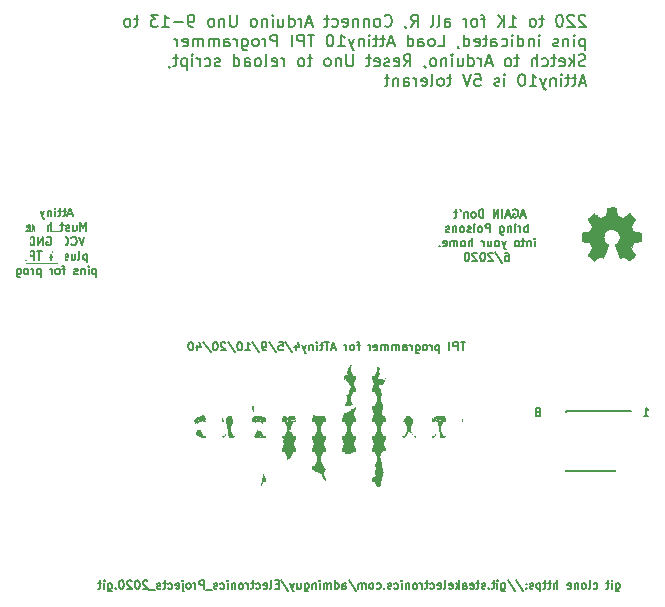
<source format=gbo>
G04 #@! TF.GenerationSoftware,KiCad,Pcbnew,5.0.2+dfsg1-1~bpo9+1*
G04 #@! TF.CreationDate,2020-07-03T00:24:56-04:00*
G04 #@! TF.ProjectId,attiny10,61747469-6e79-4313-902e-6b696361645f,0.10.a*
G04 #@! TF.SameCoordinates,Original*
G04 #@! TF.FileFunction,Legend,Bot*
G04 #@! TF.FilePolarity,Positive*
%FSLAX46Y46*%
G04 Gerber Fmt 4.6, Leading zero omitted, Abs format (unit mm)*
G04 Created by KiCad (PCBNEW 5.0.2+dfsg1-1~bpo9+1) date Fri 03 Jul 2020 12:24:56 AM EDT*
%MOMM*%
%LPD*%
G01*
G04 APERTURE LIST*
%ADD10C,0.175000*%
%ADD11C,0.150000*%
%ADD12C,0.002540*%
%ADD13C,0.120000*%
%ADD14C,0.010000*%
%ADD15C,4.300000*%
%ADD16R,1.550000X0.600000*%
%ADD17O,1.700000X1.700000*%
%ADD18O,1.200000X1.400000*%
%ADD19O,1.000000X1.000000*%
%ADD20R,1.050000X2.200000*%
%ADD21R,1.000000X1.050000*%
%ADD22C,1.800000*%
%ADD23R,1.800000X1.800000*%
%ADD24R,1.300000X1.300000*%
%ADD25C,1.300000*%
%ADD26C,3.500000*%
%ADD27C,3.000000*%
%ADD28R,3.500000X3.500000*%
G04 APERTURE END LIST*
D10*
X79070773Y-56471119D02*
X79023154Y-56423500D01*
X78927916Y-56375880D01*
X78689821Y-56375880D01*
X78594583Y-56423500D01*
X78546964Y-56471119D01*
X78499345Y-56566357D01*
X78499345Y-56661595D01*
X78546964Y-56804452D01*
X79118392Y-57375880D01*
X78499345Y-57375880D01*
X78118392Y-56471119D02*
X78070773Y-56423500D01*
X77975535Y-56375880D01*
X77737440Y-56375880D01*
X77642202Y-56423500D01*
X77594583Y-56471119D01*
X77546964Y-56566357D01*
X77546964Y-56661595D01*
X77594583Y-56804452D01*
X78166011Y-57375880D01*
X77546964Y-57375880D01*
X76927916Y-56375880D02*
X76832678Y-56375880D01*
X76737440Y-56423500D01*
X76689821Y-56471119D01*
X76642202Y-56566357D01*
X76594583Y-56756833D01*
X76594583Y-56994928D01*
X76642202Y-57185404D01*
X76689821Y-57280642D01*
X76737440Y-57328261D01*
X76832678Y-57375880D01*
X76927916Y-57375880D01*
X77023154Y-57328261D01*
X77070773Y-57280642D01*
X77118392Y-57185404D01*
X77166011Y-56994928D01*
X77166011Y-56756833D01*
X77118392Y-56566357D01*
X77070773Y-56471119D01*
X77023154Y-56423500D01*
X76927916Y-56375880D01*
X75546964Y-56709214D02*
X75166011Y-56709214D01*
X75404107Y-56375880D02*
X75404107Y-57233023D01*
X75356488Y-57328261D01*
X75261250Y-57375880D01*
X75166011Y-57375880D01*
X74689821Y-57375880D02*
X74785059Y-57328261D01*
X74832678Y-57280642D01*
X74880297Y-57185404D01*
X74880297Y-56899690D01*
X74832678Y-56804452D01*
X74785059Y-56756833D01*
X74689821Y-56709214D01*
X74546964Y-56709214D01*
X74451726Y-56756833D01*
X74404107Y-56804452D01*
X74356488Y-56899690D01*
X74356488Y-57185404D01*
X74404107Y-57280642D01*
X74451726Y-57328261D01*
X74546964Y-57375880D01*
X74689821Y-57375880D01*
X72642202Y-57375880D02*
X73213630Y-57375880D01*
X72927916Y-57375880D02*
X72927916Y-56375880D01*
X73023154Y-56518738D01*
X73118392Y-56613976D01*
X73213630Y-56661595D01*
X72213630Y-57375880D02*
X72213630Y-56375880D01*
X71642202Y-57375880D02*
X72070773Y-56804452D01*
X71642202Y-56375880D02*
X72213630Y-56947309D01*
X70594583Y-56709214D02*
X70213630Y-56709214D01*
X70451726Y-57375880D02*
X70451726Y-56518738D01*
X70404107Y-56423500D01*
X70308869Y-56375880D01*
X70213630Y-56375880D01*
X69737440Y-57375880D02*
X69832678Y-57328261D01*
X69880297Y-57280642D01*
X69927916Y-57185404D01*
X69927916Y-56899690D01*
X69880297Y-56804452D01*
X69832678Y-56756833D01*
X69737440Y-56709214D01*
X69594583Y-56709214D01*
X69499345Y-56756833D01*
X69451726Y-56804452D01*
X69404107Y-56899690D01*
X69404107Y-57185404D01*
X69451726Y-57280642D01*
X69499345Y-57328261D01*
X69594583Y-57375880D01*
X69737440Y-57375880D01*
X68975535Y-57375880D02*
X68975535Y-56709214D01*
X68975535Y-56899690D02*
X68927916Y-56804452D01*
X68880297Y-56756833D01*
X68785059Y-56709214D01*
X68689821Y-56709214D01*
X67166011Y-57375880D02*
X67166011Y-56852071D01*
X67213630Y-56756833D01*
X67308869Y-56709214D01*
X67499345Y-56709214D01*
X67594583Y-56756833D01*
X67166011Y-57328261D02*
X67261250Y-57375880D01*
X67499345Y-57375880D01*
X67594583Y-57328261D01*
X67642202Y-57233023D01*
X67642202Y-57137785D01*
X67594583Y-57042547D01*
X67499345Y-56994928D01*
X67261250Y-56994928D01*
X67166011Y-56947309D01*
X66546964Y-57375880D02*
X66642202Y-57328261D01*
X66689821Y-57233023D01*
X66689821Y-56375880D01*
X66023154Y-57375880D02*
X66118392Y-57328261D01*
X66166011Y-57233023D01*
X66166011Y-56375880D01*
X64308869Y-57375880D02*
X64642202Y-56899690D01*
X64880297Y-57375880D02*
X64880297Y-56375880D01*
X64499345Y-56375880D01*
X64404107Y-56423500D01*
X64356488Y-56471119D01*
X64308869Y-56566357D01*
X64308869Y-56709214D01*
X64356488Y-56804452D01*
X64404107Y-56852071D01*
X64499345Y-56899690D01*
X64880297Y-56899690D01*
X63832678Y-57328261D02*
X63832678Y-57375880D01*
X63880297Y-57471119D01*
X63927916Y-57518738D01*
X62070773Y-57280642D02*
X62118392Y-57328261D01*
X62261250Y-57375880D01*
X62356488Y-57375880D01*
X62499345Y-57328261D01*
X62594583Y-57233023D01*
X62642202Y-57137785D01*
X62689821Y-56947309D01*
X62689821Y-56804452D01*
X62642202Y-56613976D01*
X62594583Y-56518738D01*
X62499345Y-56423500D01*
X62356488Y-56375880D01*
X62261250Y-56375880D01*
X62118392Y-56423500D01*
X62070773Y-56471119D01*
X61499345Y-57375880D02*
X61594583Y-57328261D01*
X61642202Y-57280642D01*
X61689821Y-57185404D01*
X61689821Y-56899690D01*
X61642202Y-56804452D01*
X61594583Y-56756833D01*
X61499345Y-56709214D01*
X61356488Y-56709214D01*
X61261250Y-56756833D01*
X61213630Y-56804452D01*
X61166011Y-56899690D01*
X61166011Y-57185404D01*
X61213630Y-57280642D01*
X61261250Y-57328261D01*
X61356488Y-57375880D01*
X61499345Y-57375880D01*
X60737440Y-56709214D02*
X60737440Y-57375880D01*
X60737440Y-56804452D02*
X60689821Y-56756833D01*
X60594583Y-56709214D01*
X60451726Y-56709214D01*
X60356488Y-56756833D01*
X60308869Y-56852071D01*
X60308869Y-57375880D01*
X59832678Y-56709214D02*
X59832678Y-57375880D01*
X59832678Y-56804452D02*
X59785059Y-56756833D01*
X59689821Y-56709214D01*
X59546964Y-56709214D01*
X59451726Y-56756833D01*
X59404107Y-56852071D01*
X59404107Y-57375880D01*
X58546964Y-57328261D02*
X58642202Y-57375880D01*
X58832678Y-57375880D01*
X58927916Y-57328261D01*
X58975535Y-57233023D01*
X58975535Y-56852071D01*
X58927916Y-56756833D01*
X58832678Y-56709214D01*
X58642202Y-56709214D01*
X58546964Y-56756833D01*
X58499345Y-56852071D01*
X58499345Y-56947309D01*
X58975535Y-57042547D01*
X57642202Y-57328261D02*
X57737440Y-57375880D01*
X57927916Y-57375880D01*
X58023154Y-57328261D01*
X58070773Y-57280642D01*
X58118392Y-57185404D01*
X58118392Y-56899690D01*
X58070773Y-56804452D01*
X58023154Y-56756833D01*
X57927916Y-56709214D01*
X57737440Y-56709214D01*
X57642202Y-56756833D01*
X57356488Y-56709214D02*
X56975535Y-56709214D01*
X57213630Y-56375880D02*
X57213630Y-57233023D01*
X57166011Y-57328261D01*
X57070773Y-57375880D01*
X56975535Y-57375880D01*
X55927916Y-57090166D02*
X55451726Y-57090166D01*
X56023154Y-57375880D02*
X55689821Y-56375880D01*
X55356488Y-57375880D01*
X55023154Y-57375880D02*
X55023154Y-56709214D01*
X55023154Y-56899690D02*
X54975535Y-56804452D01*
X54927916Y-56756833D01*
X54832678Y-56709214D01*
X54737440Y-56709214D01*
X53975535Y-57375880D02*
X53975535Y-56375880D01*
X53975535Y-57328261D02*
X54070773Y-57375880D01*
X54261250Y-57375880D01*
X54356488Y-57328261D01*
X54404107Y-57280642D01*
X54451726Y-57185404D01*
X54451726Y-56899690D01*
X54404107Y-56804452D01*
X54356488Y-56756833D01*
X54261250Y-56709214D01*
X54070773Y-56709214D01*
X53975535Y-56756833D01*
X53070773Y-56709214D02*
X53070773Y-57375880D01*
X53499345Y-56709214D02*
X53499345Y-57233023D01*
X53451726Y-57328261D01*
X53356488Y-57375880D01*
X53213630Y-57375880D01*
X53118392Y-57328261D01*
X53070773Y-57280642D01*
X52594583Y-57375880D02*
X52594583Y-56709214D01*
X52594583Y-56375880D02*
X52642202Y-56423500D01*
X52594583Y-56471119D01*
X52546964Y-56423500D01*
X52594583Y-56375880D01*
X52594583Y-56471119D01*
X52118392Y-56709214D02*
X52118392Y-57375880D01*
X52118392Y-56804452D02*
X52070773Y-56756833D01*
X51975535Y-56709214D01*
X51832678Y-56709214D01*
X51737440Y-56756833D01*
X51689821Y-56852071D01*
X51689821Y-57375880D01*
X51070773Y-57375880D02*
X51166011Y-57328261D01*
X51213630Y-57280642D01*
X51261250Y-57185404D01*
X51261250Y-56899690D01*
X51213630Y-56804452D01*
X51166011Y-56756833D01*
X51070773Y-56709214D01*
X50927916Y-56709214D01*
X50832678Y-56756833D01*
X50785059Y-56804452D01*
X50737440Y-56899690D01*
X50737440Y-57185404D01*
X50785059Y-57280642D01*
X50832678Y-57328261D01*
X50927916Y-57375880D01*
X51070773Y-57375880D01*
X49546964Y-56375880D02*
X49546964Y-57185404D01*
X49499345Y-57280642D01*
X49451726Y-57328261D01*
X49356488Y-57375880D01*
X49166011Y-57375880D01*
X49070773Y-57328261D01*
X49023154Y-57280642D01*
X48975535Y-57185404D01*
X48975535Y-56375880D01*
X48499345Y-56709214D02*
X48499345Y-57375880D01*
X48499345Y-56804452D02*
X48451726Y-56756833D01*
X48356488Y-56709214D01*
X48213630Y-56709214D01*
X48118392Y-56756833D01*
X48070773Y-56852071D01*
X48070773Y-57375880D01*
X47451726Y-57375880D02*
X47546964Y-57328261D01*
X47594583Y-57280642D01*
X47642202Y-57185404D01*
X47642202Y-56899690D01*
X47594583Y-56804452D01*
X47546964Y-56756833D01*
X47451726Y-56709214D01*
X47308869Y-56709214D01*
X47213630Y-56756833D01*
X47166011Y-56804452D01*
X47118392Y-56899690D01*
X47118392Y-57185404D01*
X47166011Y-57280642D01*
X47213630Y-57328261D01*
X47308869Y-57375880D01*
X47451726Y-57375880D01*
X45880297Y-57375880D02*
X45689821Y-57375880D01*
X45594583Y-57328261D01*
X45546964Y-57280642D01*
X45451726Y-57137785D01*
X45404107Y-56947309D01*
X45404107Y-56566357D01*
X45451726Y-56471119D01*
X45499345Y-56423500D01*
X45594583Y-56375880D01*
X45785059Y-56375880D01*
X45880297Y-56423500D01*
X45927916Y-56471119D01*
X45975535Y-56566357D01*
X45975535Y-56804452D01*
X45927916Y-56899690D01*
X45880297Y-56947309D01*
X45785059Y-56994928D01*
X45594583Y-56994928D01*
X45499345Y-56947309D01*
X45451726Y-56899690D01*
X45404107Y-56804452D01*
X44975535Y-56994928D02*
X44213630Y-56994928D01*
X43213630Y-57375880D02*
X43785059Y-57375880D01*
X43499345Y-57375880D02*
X43499345Y-56375880D01*
X43594583Y-56518738D01*
X43689821Y-56613976D01*
X43785059Y-56661595D01*
X42880297Y-56375880D02*
X42261250Y-56375880D01*
X42594583Y-56756833D01*
X42451726Y-56756833D01*
X42356488Y-56804452D01*
X42308869Y-56852071D01*
X42261250Y-56947309D01*
X42261250Y-57185404D01*
X42308869Y-57280642D01*
X42356488Y-57328261D01*
X42451726Y-57375880D01*
X42737440Y-57375880D01*
X42832678Y-57328261D01*
X42880297Y-57280642D01*
X41213630Y-56709214D02*
X40832678Y-56709214D01*
X41070773Y-56375880D02*
X41070773Y-57233023D01*
X41023154Y-57328261D01*
X40927916Y-57375880D01*
X40832678Y-57375880D01*
X40356488Y-57375880D02*
X40451726Y-57328261D01*
X40499345Y-57280642D01*
X40546964Y-57185404D01*
X40546964Y-56899690D01*
X40499345Y-56804452D01*
X40451726Y-56756833D01*
X40356488Y-56709214D01*
X40213630Y-56709214D01*
X40118392Y-56756833D01*
X40070773Y-56804452D01*
X40023154Y-56899690D01*
X40023154Y-57185404D01*
X40070773Y-57280642D01*
X40118392Y-57328261D01*
X40213630Y-57375880D01*
X40356488Y-57375880D01*
X79023154Y-58384214D02*
X79023154Y-59384214D01*
X79023154Y-58431833D02*
X78927916Y-58384214D01*
X78737440Y-58384214D01*
X78642202Y-58431833D01*
X78594583Y-58479452D01*
X78546964Y-58574690D01*
X78546964Y-58860404D01*
X78594583Y-58955642D01*
X78642202Y-59003261D01*
X78737440Y-59050880D01*
X78927916Y-59050880D01*
X79023154Y-59003261D01*
X78118392Y-59050880D02*
X78118392Y-58384214D01*
X78118392Y-58050880D02*
X78166011Y-58098500D01*
X78118392Y-58146119D01*
X78070773Y-58098500D01*
X78118392Y-58050880D01*
X78118392Y-58146119D01*
X77642202Y-58384214D02*
X77642202Y-59050880D01*
X77642202Y-58479452D02*
X77594583Y-58431833D01*
X77499345Y-58384214D01*
X77356488Y-58384214D01*
X77261250Y-58431833D01*
X77213630Y-58527071D01*
X77213630Y-59050880D01*
X76785059Y-59003261D02*
X76689821Y-59050880D01*
X76499345Y-59050880D01*
X76404107Y-59003261D01*
X76356488Y-58908023D01*
X76356488Y-58860404D01*
X76404107Y-58765166D01*
X76499345Y-58717547D01*
X76642202Y-58717547D01*
X76737440Y-58669928D01*
X76785059Y-58574690D01*
X76785059Y-58527071D01*
X76737440Y-58431833D01*
X76642202Y-58384214D01*
X76499345Y-58384214D01*
X76404107Y-58431833D01*
X75166011Y-59050880D02*
X75166011Y-58384214D01*
X75166011Y-58050880D02*
X75213630Y-58098500D01*
X75166011Y-58146119D01*
X75118392Y-58098500D01*
X75166011Y-58050880D01*
X75166011Y-58146119D01*
X74689821Y-58384214D02*
X74689821Y-59050880D01*
X74689821Y-58479452D02*
X74642202Y-58431833D01*
X74546964Y-58384214D01*
X74404107Y-58384214D01*
X74308869Y-58431833D01*
X74261250Y-58527071D01*
X74261250Y-59050880D01*
X73356488Y-59050880D02*
X73356488Y-58050880D01*
X73356488Y-59003261D02*
X73451726Y-59050880D01*
X73642202Y-59050880D01*
X73737440Y-59003261D01*
X73785059Y-58955642D01*
X73832678Y-58860404D01*
X73832678Y-58574690D01*
X73785059Y-58479452D01*
X73737440Y-58431833D01*
X73642202Y-58384214D01*
X73451726Y-58384214D01*
X73356488Y-58431833D01*
X72880297Y-59050880D02*
X72880297Y-58384214D01*
X72880297Y-58050880D02*
X72927916Y-58098500D01*
X72880297Y-58146119D01*
X72832678Y-58098500D01*
X72880297Y-58050880D01*
X72880297Y-58146119D01*
X71975535Y-59003261D02*
X72070773Y-59050880D01*
X72261250Y-59050880D01*
X72356488Y-59003261D01*
X72404107Y-58955642D01*
X72451726Y-58860404D01*
X72451726Y-58574690D01*
X72404107Y-58479452D01*
X72356488Y-58431833D01*
X72261250Y-58384214D01*
X72070773Y-58384214D01*
X71975535Y-58431833D01*
X71118392Y-59050880D02*
X71118392Y-58527071D01*
X71166011Y-58431833D01*
X71261250Y-58384214D01*
X71451726Y-58384214D01*
X71546964Y-58431833D01*
X71118392Y-59003261D02*
X71213630Y-59050880D01*
X71451726Y-59050880D01*
X71546964Y-59003261D01*
X71594583Y-58908023D01*
X71594583Y-58812785D01*
X71546964Y-58717547D01*
X71451726Y-58669928D01*
X71213630Y-58669928D01*
X71118392Y-58622309D01*
X70785059Y-58384214D02*
X70404107Y-58384214D01*
X70642202Y-58050880D02*
X70642202Y-58908023D01*
X70594583Y-59003261D01*
X70499345Y-59050880D01*
X70404107Y-59050880D01*
X69689821Y-59003261D02*
X69785059Y-59050880D01*
X69975535Y-59050880D01*
X70070773Y-59003261D01*
X70118392Y-58908023D01*
X70118392Y-58527071D01*
X70070773Y-58431833D01*
X69975535Y-58384214D01*
X69785059Y-58384214D01*
X69689821Y-58431833D01*
X69642202Y-58527071D01*
X69642202Y-58622309D01*
X70118392Y-58717547D01*
X68785059Y-59050880D02*
X68785059Y-58050880D01*
X68785059Y-59003261D02*
X68880297Y-59050880D01*
X69070773Y-59050880D01*
X69166011Y-59003261D01*
X69213630Y-58955642D01*
X69261250Y-58860404D01*
X69261250Y-58574690D01*
X69213630Y-58479452D01*
X69166011Y-58431833D01*
X69070773Y-58384214D01*
X68880297Y-58384214D01*
X68785059Y-58431833D01*
X68261250Y-59003261D02*
X68261250Y-59050880D01*
X68308869Y-59146119D01*
X68356488Y-59193738D01*
X66594583Y-59050880D02*
X67070773Y-59050880D01*
X67070773Y-58050880D01*
X66118392Y-59050880D02*
X66213630Y-59003261D01*
X66261250Y-58955642D01*
X66308869Y-58860404D01*
X66308869Y-58574690D01*
X66261250Y-58479452D01*
X66213630Y-58431833D01*
X66118392Y-58384214D01*
X65975535Y-58384214D01*
X65880297Y-58431833D01*
X65832678Y-58479452D01*
X65785059Y-58574690D01*
X65785059Y-58860404D01*
X65832678Y-58955642D01*
X65880297Y-59003261D01*
X65975535Y-59050880D01*
X66118392Y-59050880D01*
X64927916Y-59050880D02*
X64927916Y-58527071D01*
X64975535Y-58431833D01*
X65070773Y-58384214D01*
X65261250Y-58384214D01*
X65356488Y-58431833D01*
X64927916Y-59003261D02*
X65023154Y-59050880D01*
X65261250Y-59050880D01*
X65356488Y-59003261D01*
X65404107Y-58908023D01*
X65404107Y-58812785D01*
X65356488Y-58717547D01*
X65261250Y-58669928D01*
X65023154Y-58669928D01*
X64927916Y-58622309D01*
X64023154Y-59050880D02*
X64023154Y-58050880D01*
X64023154Y-59003261D02*
X64118392Y-59050880D01*
X64308869Y-59050880D01*
X64404107Y-59003261D01*
X64451726Y-58955642D01*
X64499345Y-58860404D01*
X64499345Y-58574690D01*
X64451726Y-58479452D01*
X64404107Y-58431833D01*
X64308869Y-58384214D01*
X64118392Y-58384214D01*
X64023154Y-58431833D01*
X62832678Y-58765166D02*
X62356488Y-58765166D01*
X62927916Y-59050880D02*
X62594583Y-58050880D01*
X62261250Y-59050880D01*
X62070773Y-58384214D02*
X61689821Y-58384214D01*
X61927916Y-58050880D02*
X61927916Y-58908023D01*
X61880297Y-59003261D01*
X61785059Y-59050880D01*
X61689821Y-59050880D01*
X61499345Y-58384214D02*
X61118392Y-58384214D01*
X61356488Y-58050880D02*
X61356488Y-58908023D01*
X61308869Y-59003261D01*
X61213630Y-59050880D01*
X61118392Y-59050880D01*
X60785059Y-59050880D02*
X60785059Y-58384214D01*
X60785059Y-58050880D02*
X60832678Y-58098500D01*
X60785059Y-58146119D01*
X60737440Y-58098500D01*
X60785059Y-58050880D01*
X60785059Y-58146119D01*
X60308869Y-58384214D02*
X60308869Y-59050880D01*
X60308869Y-58479452D02*
X60261250Y-58431833D01*
X60166011Y-58384214D01*
X60023154Y-58384214D01*
X59927916Y-58431833D01*
X59880297Y-58527071D01*
X59880297Y-59050880D01*
X59499345Y-58384214D02*
X59261250Y-59050880D01*
X59023154Y-58384214D02*
X59261250Y-59050880D01*
X59356488Y-59288976D01*
X59404107Y-59336595D01*
X59499345Y-59384214D01*
X58118392Y-59050880D02*
X58689821Y-59050880D01*
X58404107Y-59050880D02*
X58404107Y-58050880D01*
X58499345Y-58193738D01*
X58594583Y-58288976D01*
X58689821Y-58336595D01*
X57499345Y-58050880D02*
X57404107Y-58050880D01*
X57308869Y-58098500D01*
X57261250Y-58146119D01*
X57213630Y-58241357D01*
X57166011Y-58431833D01*
X57166011Y-58669928D01*
X57213630Y-58860404D01*
X57261250Y-58955642D01*
X57308869Y-59003261D01*
X57404107Y-59050880D01*
X57499345Y-59050880D01*
X57594583Y-59003261D01*
X57642202Y-58955642D01*
X57689821Y-58860404D01*
X57737440Y-58669928D01*
X57737440Y-58431833D01*
X57689821Y-58241357D01*
X57642202Y-58146119D01*
X57594583Y-58098500D01*
X57499345Y-58050880D01*
X56118392Y-58050880D02*
X55546964Y-58050880D01*
X55832678Y-59050880D02*
X55832678Y-58050880D01*
X55213630Y-59050880D02*
X55213630Y-58050880D01*
X54832678Y-58050880D01*
X54737440Y-58098500D01*
X54689821Y-58146119D01*
X54642202Y-58241357D01*
X54642202Y-58384214D01*
X54689821Y-58479452D01*
X54737440Y-58527071D01*
X54832678Y-58574690D01*
X55213630Y-58574690D01*
X54213630Y-59050880D02*
X54213630Y-58050880D01*
X52975535Y-59050880D02*
X52975535Y-58050880D01*
X52594583Y-58050880D01*
X52499345Y-58098500D01*
X52451726Y-58146119D01*
X52404107Y-58241357D01*
X52404107Y-58384214D01*
X52451726Y-58479452D01*
X52499345Y-58527071D01*
X52594583Y-58574690D01*
X52975535Y-58574690D01*
X51975535Y-59050880D02*
X51975535Y-58384214D01*
X51975535Y-58574690D02*
X51927916Y-58479452D01*
X51880297Y-58431833D01*
X51785059Y-58384214D01*
X51689821Y-58384214D01*
X51213630Y-59050880D02*
X51308869Y-59003261D01*
X51356488Y-58955642D01*
X51404107Y-58860404D01*
X51404107Y-58574690D01*
X51356488Y-58479452D01*
X51308869Y-58431833D01*
X51213630Y-58384214D01*
X51070773Y-58384214D01*
X50975535Y-58431833D01*
X50927916Y-58479452D01*
X50880297Y-58574690D01*
X50880297Y-58860404D01*
X50927916Y-58955642D01*
X50975535Y-59003261D01*
X51070773Y-59050880D01*
X51213630Y-59050880D01*
X50023154Y-58384214D02*
X50023154Y-59193738D01*
X50070773Y-59288976D01*
X50118392Y-59336595D01*
X50213630Y-59384214D01*
X50356488Y-59384214D01*
X50451726Y-59336595D01*
X50023154Y-59003261D02*
X50118392Y-59050880D01*
X50308869Y-59050880D01*
X50404107Y-59003261D01*
X50451726Y-58955642D01*
X50499345Y-58860404D01*
X50499345Y-58574690D01*
X50451726Y-58479452D01*
X50404107Y-58431833D01*
X50308869Y-58384214D01*
X50118392Y-58384214D01*
X50023154Y-58431833D01*
X49546964Y-59050880D02*
X49546964Y-58384214D01*
X49546964Y-58574690D02*
X49499345Y-58479452D01*
X49451726Y-58431833D01*
X49356488Y-58384214D01*
X49261250Y-58384214D01*
X48499345Y-59050880D02*
X48499345Y-58527071D01*
X48546964Y-58431833D01*
X48642202Y-58384214D01*
X48832678Y-58384214D01*
X48927916Y-58431833D01*
X48499345Y-59003261D02*
X48594583Y-59050880D01*
X48832678Y-59050880D01*
X48927916Y-59003261D01*
X48975535Y-58908023D01*
X48975535Y-58812785D01*
X48927916Y-58717547D01*
X48832678Y-58669928D01*
X48594583Y-58669928D01*
X48499345Y-58622309D01*
X48023154Y-59050880D02*
X48023154Y-58384214D01*
X48023154Y-58479452D02*
X47975535Y-58431833D01*
X47880297Y-58384214D01*
X47737440Y-58384214D01*
X47642202Y-58431833D01*
X47594583Y-58527071D01*
X47594583Y-59050880D01*
X47594583Y-58527071D02*
X47546964Y-58431833D01*
X47451726Y-58384214D01*
X47308869Y-58384214D01*
X47213630Y-58431833D01*
X47166011Y-58527071D01*
X47166011Y-59050880D01*
X46689821Y-59050880D02*
X46689821Y-58384214D01*
X46689821Y-58479452D02*
X46642202Y-58431833D01*
X46546964Y-58384214D01*
X46404107Y-58384214D01*
X46308869Y-58431833D01*
X46261250Y-58527071D01*
X46261250Y-59050880D01*
X46261250Y-58527071D02*
X46213630Y-58431833D01*
X46118392Y-58384214D01*
X45975535Y-58384214D01*
X45880297Y-58431833D01*
X45832678Y-58527071D01*
X45832678Y-59050880D01*
X44975535Y-59003261D02*
X45070773Y-59050880D01*
X45261250Y-59050880D01*
X45356488Y-59003261D01*
X45404107Y-58908023D01*
X45404107Y-58527071D01*
X45356488Y-58431833D01*
X45261250Y-58384214D01*
X45070773Y-58384214D01*
X44975535Y-58431833D01*
X44927916Y-58527071D01*
X44927916Y-58622309D01*
X45404107Y-58717547D01*
X44499345Y-59050880D02*
X44499345Y-58384214D01*
X44499345Y-58574690D02*
X44451726Y-58479452D01*
X44404107Y-58431833D01*
X44308869Y-58384214D01*
X44213630Y-58384214D01*
X79070773Y-60678261D02*
X78927916Y-60725880D01*
X78689821Y-60725880D01*
X78594583Y-60678261D01*
X78546964Y-60630642D01*
X78499345Y-60535404D01*
X78499345Y-60440166D01*
X78546964Y-60344928D01*
X78594583Y-60297309D01*
X78689821Y-60249690D01*
X78880297Y-60202071D01*
X78975535Y-60154452D01*
X79023154Y-60106833D01*
X79070773Y-60011595D01*
X79070773Y-59916357D01*
X79023154Y-59821119D01*
X78975535Y-59773500D01*
X78880297Y-59725880D01*
X78642202Y-59725880D01*
X78499345Y-59773500D01*
X78070773Y-60725880D02*
X78070773Y-59725880D01*
X77975535Y-60344928D02*
X77689821Y-60725880D01*
X77689821Y-60059214D02*
X78070773Y-60440166D01*
X76880297Y-60678261D02*
X76975535Y-60725880D01*
X77166011Y-60725880D01*
X77261250Y-60678261D01*
X77308869Y-60583023D01*
X77308869Y-60202071D01*
X77261250Y-60106833D01*
X77166011Y-60059214D01*
X76975535Y-60059214D01*
X76880297Y-60106833D01*
X76832678Y-60202071D01*
X76832678Y-60297309D01*
X77308869Y-60392547D01*
X76546964Y-60059214D02*
X76166011Y-60059214D01*
X76404107Y-59725880D02*
X76404107Y-60583023D01*
X76356488Y-60678261D01*
X76261250Y-60725880D01*
X76166011Y-60725880D01*
X75404107Y-60678261D02*
X75499345Y-60725880D01*
X75689821Y-60725880D01*
X75785059Y-60678261D01*
X75832678Y-60630642D01*
X75880297Y-60535404D01*
X75880297Y-60249690D01*
X75832678Y-60154452D01*
X75785059Y-60106833D01*
X75689821Y-60059214D01*
X75499345Y-60059214D01*
X75404107Y-60106833D01*
X74975535Y-60725880D02*
X74975535Y-59725880D01*
X74546964Y-60725880D02*
X74546964Y-60202071D01*
X74594583Y-60106833D01*
X74689821Y-60059214D01*
X74832678Y-60059214D01*
X74927916Y-60106833D01*
X74975535Y-60154452D01*
X73451726Y-60059214D02*
X73070773Y-60059214D01*
X73308869Y-59725880D02*
X73308869Y-60583023D01*
X73261250Y-60678261D01*
X73166011Y-60725880D01*
X73070773Y-60725880D01*
X72594583Y-60725880D02*
X72689821Y-60678261D01*
X72737440Y-60630642D01*
X72785059Y-60535404D01*
X72785059Y-60249690D01*
X72737440Y-60154452D01*
X72689821Y-60106833D01*
X72594583Y-60059214D01*
X72451726Y-60059214D01*
X72356488Y-60106833D01*
X72308869Y-60154452D01*
X72261250Y-60249690D01*
X72261250Y-60535404D01*
X72308869Y-60630642D01*
X72356488Y-60678261D01*
X72451726Y-60725880D01*
X72594583Y-60725880D01*
X71118392Y-60440166D02*
X70642202Y-60440166D01*
X71213630Y-60725880D02*
X70880297Y-59725880D01*
X70546964Y-60725880D01*
X70213630Y-60725880D02*
X70213630Y-60059214D01*
X70213630Y-60249690D02*
X70166011Y-60154452D01*
X70118392Y-60106833D01*
X70023154Y-60059214D01*
X69927916Y-60059214D01*
X69166011Y-60725880D02*
X69166011Y-59725880D01*
X69166011Y-60678261D02*
X69261250Y-60725880D01*
X69451726Y-60725880D01*
X69546964Y-60678261D01*
X69594583Y-60630642D01*
X69642202Y-60535404D01*
X69642202Y-60249690D01*
X69594583Y-60154452D01*
X69546964Y-60106833D01*
X69451726Y-60059214D01*
X69261250Y-60059214D01*
X69166011Y-60106833D01*
X68261250Y-60059214D02*
X68261250Y-60725880D01*
X68689821Y-60059214D02*
X68689821Y-60583023D01*
X68642202Y-60678261D01*
X68546964Y-60725880D01*
X68404107Y-60725880D01*
X68308869Y-60678261D01*
X68261250Y-60630642D01*
X67785059Y-60725880D02*
X67785059Y-60059214D01*
X67785059Y-59725880D02*
X67832678Y-59773500D01*
X67785059Y-59821119D01*
X67737440Y-59773500D01*
X67785059Y-59725880D01*
X67785059Y-59821119D01*
X67308869Y-60059214D02*
X67308869Y-60725880D01*
X67308869Y-60154452D02*
X67261250Y-60106833D01*
X67166011Y-60059214D01*
X67023154Y-60059214D01*
X66927916Y-60106833D01*
X66880297Y-60202071D01*
X66880297Y-60725880D01*
X66261250Y-60725880D02*
X66356488Y-60678261D01*
X66404107Y-60630642D01*
X66451726Y-60535404D01*
X66451726Y-60249690D01*
X66404107Y-60154452D01*
X66356488Y-60106833D01*
X66261250Y-60059214D01*
X66118392Y-60059214D01*
X66023154Y-60106833D01*
X65975535Y-60154452D01*
X65927916Y-60249690D01*
X65927916Y-60535404D01*
X65975535Y-60630642D01*
X66023154Y-60678261D01*
X66118392Y-60725880D01*
X66261250Y-60725880D01*
X65451726Y-60678261D02*
X65451726Y-60725880D01*
X65499345Y-60821119D01*
X65546964Y-60868738D01*
X63689821Y-60725880D02*
X64023154Y-60249690D01*
X64261250Y-60725880D02*
X64261250Y-59725880D01*
X63880297Y-59725880D01*
X63785059Y-59773500D01*
X63737440Y-59821119D01*
X63689821Y-59916357D01*
X63689821Y-60059214D01*
X63737440Y-60154452D01*
X63785059Y-60202071D01*
X63880297Y-60249690D01*
X64261250Y-60249690D01*
X62880297Y-60678261D02*
X62975535Y-60725880D01*
X63166011Y-60725880D01*
X63261250Y-60678261D01*
X63308869Y-60583023D01*
X63308869Y-60202071D01*
X63261250Y-60106833D01*
X63166011Y-60059214D01*
X62975535Y-60059214D01*
X62880297Y-60106833D01*
X62832678Y-60202071D01*
X62832678Y-60297309D01*
X63308869Y-60392547D01*
X62451726Y-60678261D02*
X62356488Y-60725880D01*
X62166011Y-60725880D01*
X62070773Y-60678261D01*
X62023154Y-60583023D01*
X62023154Y-60535404D01*
X62070773Y-60440166D01*
X62166011Y-60392547D01*
X62308869Y-60392547D01*
X62404107Y-60344928D01*
X62451726Y-60249690D01*
X62451726Y-60202071D01*
X62404107Y-60106833D01*
X62308869Y-60059214D01*
X62166011Y-60059214D01*
X62070773Y-60106833D01*
X61213630Y-60678261D02*
X61308869Y-60725880D01*
X61499345Y-60725880D01*
X61594583Y-60678261D01*
X61642202Y-60583023D01*
X61642202Y-60202071D01*
X61594583Y-60106833D01*
X61499345Y-60059214D01*
X61308869Y-60059214D01*
X61213630Y-60106833D01*
X61166011Y-60202071D01*
X61166011Y-60297309D01*
X61642202Y-60392547D01*
X60880297Y-60059214D02*
X60499345Y-60059214D01*
X60737440Y-59725880D02*
X60737440Y-60583023D01*
X60689821Y-60678261D01*
X60594583Y-60725880D01*
X60499345Y-60725880D01*
X59404107Y-59725880D02*
X59404107Y-60535404D01*
X59356488Y-60630642D01*
X59308869Y-60678261D01*
X59213630Y-60725880D01*
X59023154Y-60725880D01*
X58927916Y-60678261D01*
X58880297Y-60630642D01*
X58832678Y-60535404D01*
X58832678Y-59725880D01*
X58356488Y-60059214D02*
X58356488Y-60725880D01*
X58356488Y-60154452D02*
X58308869Y-60106833D01*
X58213630Y-60059214D01*
X58070773Y-60059214D01*
X57975535Y-60106833D01*
X57927916Y-60202071D01*
X57927916Y-60725880D01*
X57308869Y-60725880D02*
X57404107Y-60678261D01*
X57451726Y-60630642D01*
X57499345Y-60535404D01*
X57499345Y-60249690D01*
X57451726Y-60154452D01*
X57404107Y-60106833D01*
X57308869Y-60059214D01*
X57166011Y-60059214D01*
X57070773Y-60106833D01*
X57023154Y-60154452D01*
X56975535Y-60249690D01*
X56975535Y-60535404D01*
X57023154Y-60630642D01*
X57070773Y-60678261D01*
X57166011Y-60725880D01*
X57308869Y-60725880D01*
X55927916Y-60059214D02*
X55546964Y-60059214D01*
X55785059Y-59725880D02*
X55785059Y-60583023D01*
X55737440Y-60678261D01*
X55642202Y-60725880D01*
X55546964Y-60725880D01*
X55070773Y-60725880D02*
X55166011Y-60678261D01*
X55213630Y-60630642D01*
X55261250Y-60535404D01*
X55261250Y-60249690D01*
X55213630Y-60154452D01*
X55166011Y-60106833D01*
X55070773Y-60059214D01*
X54927916Y-60059214D01*
X54832678Y-60106833D01*
X54785059Y-60154452D01*
X54737440Y-60249690D01*
X54737440Y-60535404D01*
X54785059Y-60630642D01*
X54832678Y-60678261D01*
X54927916Y-60725880D01*
X55070773Y-60725880D01*
X53546964Y-60725880D02*
X53546964Y-60059214D01*
X53546964Y-60249690D02*
X53499345Y-60154452D01*
X53451726Y-60106833D01*
X53356488Y-60059214D01*
X53261250Y-60059214D01*
X52546964Y-60678261D02*
X52642202Y-60725880D01*
X52832678Y-60725880D01*
X52927916Y-60678261D01*
X52975535Y-60583023D01*
X52975535Y-60202071D01*
X52927916Y-60106833D01*
X52832678Y-60059214D01*
X52642202Y-60059214D01*
X52546964Y-60106833D01*
X52499345Y-60202071D01*
X52499345Y-60297309D01*
X52975535Y-60392547D01*
X51927916Y-60725880D02*
X52023154Y-60678261D01*
X52070773Y-60583023D01*
X52070773Y-59725880D01*
X51404107Y-60725880D02*
X51499345Y-60678261D01*
X51546964Y-60630642D01*
X51594583Y-60535404D01*
X51594583Y-60249690D01*
X51546964Y-60154452D01*
X51499345Y-60106833D01*
X51404107Y-60059214D01*
X51261250Y-60059214D01*
X51166011Y-60106833D01*
X51118392Y-60154452D01*
X51070773Y-60249690D01*
X51070773Y-60535404D01*
X51118392Y-60630642D01*
X51166011Y-60678261D01*
X51261250Y-60725880D01*
X51404107Y-60725880D01*
X50213630Y-60725880D02*
X50213630Y-60202071D01*
X50261250Y-60106833D01*
X50356488Y-60059214D01*
X50546964Y-60059214D01*
X50642202Y-60106833D01*
X50213630Y-60678261D02*
X50308869Y-60725880D01*
X50546964Y-60725880D01*
X50642202Y-60678261D01*
X50689821Y-60583023D01*
X50689821Y-60487785D01*
X50642202Y-60392547D01*
X50546964Y-60344928D01*
X50308869Y-60344928D01*
X50213630Y-60297309D01*
X49308869Y-60725880D02*
X49308869Y-59725880D01*
X49308869Y-60678261D02*
X49404107Y-60725880D01*
X49594583Y-60725880D01*
X49689821Y-60678261D01*
X49737440Y-60630642D01*
X49785059Y-60535404D01*
X49785059Y-60249690D01*
X49737440Y-60154452D01*
X49689821Y-60106833D01*
X49594583Y-60059214D01*
X49404107Y-60059214D01*
X49308869Y-60106833D01*
X48118392Y-60678261D02*
X48023154Y-60725880D01*
X47832678Y-60725880D01*
X47737440Y-60678261D01*
X47689821Y-60583023D01*
X47689821Y-60535404D01*
X47737440Y-60440166D01*
X47832678Y-60392547D01*
X47975535Y-60392547D01*
X48070773Y-60344928D01*
X48118392Y-60249690D01*
X48118392Y-60202071D01*
X48070773Y-60106833D01*
X47975535Y-60059214D01*
X47832678Y-60059214D01*
X47737440Y-60106833D01*
X46832678Y-60678261D02*
X46927916Y-60725880D01*
X47118392Y-60725880D01*
X47213630Y-60678261D01*
X47261250Y-60630642D01*
X47308869Y-60535404D01*
X47308869Y-60249690D01*
X47261250Y-60154452D01*
X47213630Y-60106833D01*
X47118392Y-60059214D01*
X46927916Y-60059214D01*
X46832678Y-60106833D01*
X46404107Y-60725880D02*
X46404107Y-60059214D01*
X46404107Y-60249690D02*
X46356488Y-60154452D01*
X46308869Y-60106833D01*
X46213630Y-60059214D01*
X46118392Y-60059214D01*
X45785059Y-60725880D02*
X45785059Y-60059214D01*
X45785059Y-59725880D02*
X45832678Y-59773500D01*
X45785059Y-59821119D01*
X45737440Y-59773500D01*
X45785059Y-59725880D01*
X45785059Y-59821119D01*
X45308869Y-60059214D02*
X45308869Y-61059214D01*
X45308869Y-60106833D02*
X45213630Y-60059214D01*
X45023154Y-60059214D01*
X44927916Y-60106833D01*
X44880297Y-60154452D01*
X44832678Y-60249690D01*
X44832678Y-60535404D01*
X44880297Y-60630642D01*
X44927916Y-60678261D01*
X45023154Y-60725880D01*
X45213630Y-60725880D01*
X45308869Y-60678261D01*
X44546964Y-60059214D02*
X44166011Y-60059214D01*
X44404107Y-59725880D02*
X44404107Y-60583023D01*
X44356488Y-60678261D01*
X44261250Y-60725880D01*
X44166011Y-60725880D01*
X43785059Y-60678261D02*
X43785059Y-60725880D01*
X43832678Y-60821119D01*
X43880297Y-60868738D01*
X79070773Y-62115166D02*
X78594583Y-62115166D01*
X79166011Y-62400880D02*
X78832678Y-61400880D01*
X78499345Y-62400880D01*
X78308869Y-61734214D02*
X77927916Y-61734214D01*
X78166011Y-61400880D02*
X78166011Y-62258023D01*
X78118392Y-62353261D01*
X78023154Y-62400880D01*
X77927916Y-62400880D01*
X77737440Y-61734214D02*
X77356488Y-61734214D01*
X77594583Y-61400880D02*
X77594583Y-62258023D01*
X77546964Y-62353261D01*
X77451726Y-62400880D01*
X77356488Y-62400880D01*
X77023154Y-62400880D02*
X77023154Y-61734214D01*
X77023154Y-61400880D02*
X77070773Y-61448500D01*
X77023154Y-61496119D01*
X76975535Y-61448500D01*
X77023154Y-61400880D01*
X77023154Y-61496119D01*
X76546964Y-61734214D02*
X76546964Y-62400880D01*
X76546964Y-61829452D02*
X76499345Y-61781833D01*
X76404107Y-61734214D01*
X76261250Y-61734214D01*
X76166011Y-61781833D01*
X76118392Y-61877071D01*
X76118392Y-62400880D01*
X75737440Y-61734214D02*
X75499345Y-62400880D01*
X75261250Y-61734214D02*
X75499345Y-62400880D01*
X75594583Y-62638976D01*
X75642202Y-62686595D01*
X75737440Y-62734214D01*
X74356488Y-62400880D02*
X74927916Y-62400880D01*
X74642202Y-62400880D02*
X74642202Y-61400880D01*
X74737440Y-61543738D01*
X74832678Y-61638976D01*
X74927916Y-61686595D01*
X73737440Y-61400880D02*
X73642202Y-61400880D01*
X73546964Y-61448500D01*
X73499345Y-61496119D01*
X73451726Y-61591357D01*
X73404107Y-61781833D01*
X73404107Y-62019928D01*
X73451726Y-62210404D01*
X73499345Y-62305642D01*
X73546964Y-62353261D01*
X73642202Y-62400880D01*
X73737440Y-62400880D01*
X73832678Y-62353261D01*
X73880297Y-62305642D01*
X73927916Y-62210404D01*
X73975535Y-62019928D01*
X73975535Y-61781833D01*
X73927916Y-61591357D01*
X73880297Y-61496119D01*
X73832678Y-61448500D01*
X73737440Y-61400880D01*
X72213630Y-62400880D02*
X72213630Y-61734214D01*
X72213630Y-61400880D02*
X72261250Y-61448500D01*
X72213630Y-61496119D01*
X72166011Y-61448500D01*
X72213630Y-61400880D01*
X72213630Y-61496119D01*
X71785059Y-62353261D02*
X71689821Y-62400880D01*
X71499345Y-62400880D01*
X71404107Y-62353261D01*
X71356488Y-62258023D01*
X71356488Y-62210404D01*
X71404107Y-62115166D01*
X71499345Y-62067547D01*
X71642202Y-62067547D01*
X71737440Y-62019928D01*
X71785059Y-61924690D01*
X71785059Y-61877071D01*
X71737440Y-61781833D01*
X71642202Y-61734214D01*
X71499345Y-61734214D01*
X71404107Y-61781833D01*
X69689821Y-61400880D02*
X70166011Y-61400880D01*
X70213630Y-61877071D01*
X70166011Y-61829452D01*
X70070773Y-61781833D01*
X69832678Y-61781833D01*
X69737440Y-61829452D01*
X69689821Y-61877071D01*
X69642202Y-61972309D01*
X69642202Y-62210404D01*
X69689821Y-62305642D01*
X69737440Y-62353261D01*
X69832678Y-62400880D01*
X70070773Y-62400880D01*
X70166011Y-62353261D01*
X70213630Y-62305642D01*
X69356488Y-61400880D02*
X69023154Y-62400880D01*
X68689821Y-61400880D01*
X67737440Y-61734214D02*
X67356488Y-61734214D01*
X67594583Y-61400880D02*
X67594583Y-62258023D01*
X67546964Y-62353261D01*
X67451726Y-62400880D01*
X67356488Y-62400880D01*
X66880297Y-62400880D02*
X66975535Y-62353261D01*
X67023154Y-62305642D01*
X67070773Y-62210404D01*
X67070773Y-61924690D01*
X67023154Y-61829452D01*
X66975535Y-61781833D01*
X66880297Y-61734214D01*
X66737440Y-61734214D01*
X66642202Y-61781833D01*
X66594583Y-61829452D01*
X66546964Y-61924690D01*
X66546964Y-62210404D01*
X66594583Y-62305642D01*
X66642202Y-62353261D01*
X66737440Y-62400880D01*
X66880297Y-62400880D01*
X65975535Y-62400880D02*
X66070773Y-62353261D01*
X66118392Y-62258023D01*
X66118392Y-61400880D01*
X65213630Y-62353261D02*
X65308869Y-62400880D01*
X65499345Y-62400880D01*
X65594583Y-62353261D01*
X65642202Y-62258023D01*
X65642202Y-61877071D01*
X65594583Y-61781833D01*
X65499345Y-61734214D01*
X65308869Y-61734214D01*
X65213630Y-61781833D01*
X65166011Y-61877071D01*
X65166011Y-61972309D01*
X65642202Y-62067547D01*
X64737440Y-62400880D02*
X64737440Y-61734214D01*
X64737440Y-61924690D02*
X64689821Y-61829452D01*
X64642202Y-61781833D01*
X64546964Y-61734214D01*
X64451726Y-61734214D01*
X63689821Y-62400880D02*
X63689821Y-61877071D01*
X63737440Y-61781833D01*
X63832678Y-61734214D01*
X64023154Y-61734214D01*
X64118392Y-61781833D01*
X63689821Y-62353261D02*
X63785059Y-62400880D01*
X64023154Y-62400880D01*
X64118392Y-62353261D01*
X64166011Y-62258023D01*
X64166011Y-62162785D01*
X64118392Y-62067547D01*
X64023154Y-62019928D01*
X63785059Y-62019928D01*
X63689821Y-61972309D01*
X63213630Y-61734214D02*
X63213630Y-62400880D01*
X63213630Y-61829452D02*
X63166011Y-61781833D01*
X63070773Y-61734214D01*
X62927916Y-61734214D01*
X62832678Y-61781833D01*
X62785059Y-61877071D01*
X62785059Y-62400880D01*
X62451726Y-61734214D02*
X62070773Y-61734214D01*
X62308869Y-61400880D02*
X62308869Y-62258023D01*
X62261250Y-62353261D01*
X62166011Y-62400880D01*
X62070773Y-62400880D01*
X75123666Y-89959666D02*
X75190333Y-89926333D01*
X75223666Y-89893000D01*
X75257000Y-89826333D01*
X75257000Y-89793000D01*
X75223666Y-89726333D01*
X75190333Y-89693000D01*
X75123666Y-89659666D01*
X74990333Y-89659666D01*
X74923666Y-89693000D01*
X74890333Y-89726333D01*
X74857000Y-89793000D01*
X74857000Y-89826333D01*
X74890333Y-89893000D01*
X74923666Y-89926333D01*
X74990333Y-89959666D01*
X75123666Y-89959666D01*
X75190333Y-89993000D01*
X75223666Y-90026333D01*
X75257000Y-90093000D01*
X75257000Y-90226333D01*
X75223666Y-90293000D01*
X75190333Y-90326333D01*
X75123666Y-90359666D01*
X74990333Y-90359666D01*
X74923666Y-90326333D01*
X74890333Y-90293000D01*
X74857000Y-90226333D01*
X74857000Y-90093000D01*
X74890333Y-90026333D01*
X74923666Y-89993000D01*
X74990333Y-89959666D01*
X84001000Y-90359666D02*
X84401000Y-90359666D01*
X84201000Y-90359666D02*
X84201000Y-89659666D01*
X84267666Y-89759666D01*
X84334333Y-89826333D01*
X84401000Y-89859666D01*
X35606666Y-73231666D02*
X35273333Y-73231666D01*
X35673333Y-73431666D02*
X35440000Y-72731666D01*
X35206666Y-73431666D01*
X35073333Y-72965000D02*
X34806666Y-72965000D01*
X34973333Y-72731666D02*
X34973333Y-73331666D01*
X34940000Y-73398333D01*
X34873333Y-73431666D01*
X34806666Y-73431666D01*
X34673333Y-72965000D02*
X34406666Y-72965000D01*
X34573333Y-72731666D02*
X34573333Y-73331666D01*
X34540000Y-73398333D01*
X34473333Y-73431666D01*
X34406666Y-73431666D01*
X34173333Y-73431666D02*
X34173333Y-72965000D01*
X34173333Y-72731666D02*
X34206666Y-72765000D01*
X34173333Y-72798333D01*
X34140000Y-72765000D01*
X34173333Y-72731666D01*
X34173333Y-72798333D01*
X33840000Y-72965000D02*
X33840000Y-73431666D01*
X33840000Y-73031666D02*
X33806666Y-72998333D01*
X33740000Y-72965000D01*
X33640000Y-72965000D01*
X33573333Y-72998333D01*
X33540000Y-73065000D01*
X33540000Y-73431666D01*
X33273333Y-72965000D02*
X33106666Y-73431666D01*
X32940000Y-72965000D02*
X33106666Y-73431666D01*
X33173333Y-73598333D01*
X33206666Y-73631666D01*
X33273333Y-73665000D01*
X36790000Y-74656666D02*
X36790000Y-73956666D01*
X36556666Y-74456666D01*
X36323333Y-73956666D01*
X36323333Y-74656666D01*
X35690000Y-74190000D02*
X35690000Y-74656666D01*
X35990000Y-74190000D02*
X35990000Y-74556666D01*
X35956666Y-74623333D01*
X35890000Y-74656666D01*
X35790000Y-74656666D01*
X35723333Y-74623333D01*
X35690000Y-74590000D01*
X35390000Y-74623333D02*
X35323333Y-74656666D01*
X35190000Y-74656666D01*
X35123333Y-74623333D01*
X35090000Y-74556666D01*
X35090000Y-74523333D01*
X35123333Y-74456666D01*
X35190000Y-74423333D01*
X35290000Y-74423333D01*
X35356666Y-74390000D01*
X35390000Y-74323333D01*
X35390000Y-74290000D01*
X35356666Y-74223333D01*
X35290000Y-74190000D01*
X35190000Y-74190000D01*
X35123333Y-74223333D01*
X34890000Y-74190000D02*
X34623333Y-74190000D01*
X34790000Y-73956666D02*
X34790000Y-74556666D01*
X34756666Y-74623333D01*
X34690000Y-74656666D01*
X34623333Y-74656666D01*
X33856666Y-74656666D02*
X33856666Y-73956666D01*
X33556666Y-74656666D02*
X33556666Y-74290000D01*
X33590000Y-74223333D01*
X33656666Y-74190000D01*
X33756666Y-74190000D01*
X33823333Y-74223333D01*
X33856666Y-74256666D01*
X32923333Y-74656666D02*
X32923333Y-74290000D01*
X32956666Y-74223333D01*
X33023333Y-74190000D01*
X33156666Y-74190000D01*
X33223333Y-74223333D01*
X32923333Y-74623333D02*
X32990000Y-74656666D01*
X33156666Y-74656666D01*
X33223333Y-74623333D01*
X33256666Y-74556666D01*
X33256666Y-74490000D01*
X33223333Y-74423333D01*
X33156666Y-74390000D01*
X32990000Y-74390000D01*
X32923333Y-74356666D01*
X32656666Y-74190000D02*
X32490000Y-74656666D01*
X32323333Y-74190000D01*
X31790000Y-74623333D02*
X31856666Y-74656666D01*
X31990000Y-74656666D01*
X32056666Y-74623333D01*
X32090000Y-74556666D01*
X32090000Y-74290000D01*
X32056666Y-74223333D01*
X31990000Y-74190000D01*
X31856666Y-74190000D01*
X31790000Y-74223333D01*
X31756666Y-74290000D01*
X31756666Y-74356666D01*
X32090000Y-74423333D01*
X36656666Y-75181666D02*
X36423333Y-75881666D01*
X36190000Y-75181666D01*
X35556666Y-75815000D02*
X35590000Y-75848333D01*
X35690000Y-75881666D01*
X35756666Y-75881666D01*
X35856666Y-75848333D01*
X35923333Y-75781666D01*
X35956666Y-75715000D01*
X35990000Y-75581666D01*
X35990000Y-75481666D01*
X35956666Y-75348333D01*
X35923333Y-75281666D01*
X35856666Y-75215000D01*
X35756666Y-75181666D01*
X35690000Y-75181666D01*
X35590000Y-75215000D01*
X35556666Y-75248333D01*
X34856666Y-75815000D02*
X34890000Y-75848333D01*
X34990000Y-75881666D01*
X35056666Y-75881666D01*
X35156666Y-75848333D01*
X35223333Y-75781666D01*
X35256666Y-75715000D01*
X35290000Y-75581666D01*
X35290000Y-75481666D01*
X35256666Y-75348333D01*
X35223333Y-75281666D01*
X35156666Y-75215000D01*
X35056666Y-75181666D01*
X34990000Y-75181666D01*
X34890000Y-75215000D01*
X34856666Y-75248333D01*
X34056666Y-75148333D02*
X34656666Y-76048333D01*
X33456666Y-75215000D02*
X33523333Y-75181666D01*
X33623333Y-75181666D01*
X33723333Y-75215000D01*
X33790000Y-75281666D01*
X33823333Y-75348333D01*
X33856666Y-75481666D01*
X33856666Y-75581666D01*
X33823333Y-75715000D01*
X33790000Y-75781666D01*
X33723333Y-75848333D01*
X33623333Y-75881666D01*
X33556666Y-75881666D01*
X33456666Y-75848333D01*
X33423333Y-75815000D01*
X33423333Y-75581666D01*
X33556666Y-75581666D01*
X33123333Y-75881666D02*
X33123333Y-75181666D01*
X32723333Y-75881666D01*
X32723333Y-75181666D01*
X32390000Y-75881666D02*
X32390000Y-75181666D01*
X32223333Y-75181666D01*
X32123333Y-75215000D01*
X32056666Y-75281666D01*
X32023333Y-75348333D01*
X31990000Y-75481666D01*
X31990000Y-75581666D01*
X32023333Y-75715000D01*
X32056666Y-75781666D01*
X32123333Y-75848333D01*
X32223333Y-75881666D01*
X32390000Y-75881666D01*
X36873333Y-76640000D02*
X36873333Y-77340000D01*
X36873333Y-76673333D02*
X36806666Y-76640000D01*
X36673333Y-76640000D01*
X36606666Y-76673333D01*
X36573333Y-76706666D01*
X36540000Y-76773333D01*
X36540000Y-76973333D01*
X36573333Y-77040000D01*
X36606666Y-77073333D01*
X36673333Y-77106666D01*
X36806666Y-77106666D01*
X36873333Y-77073333D01*
X36140000Y-77106666D02*
X36206666Y-77073333D01*
X36240000Y-77006666D01*
X36240000Y-76406666D01*
X35573333Y-76640000D02*
X35573333Y-77106666D01*
X35873333Y-76640000D02*
X35873333Y-77006666D01*
X35840000Y-77073333D01*
X35773333Y-77106666D01*
X35673333Y-77106666D01*
X35606666Y-77073333D01*
X35573333Y-77040000D01*
X35273333Y-77073333D02*
X35206666Y-77106666D01*
X35073333Y-77106666D01*
X35006666Y-77073333D01*
X34973333Y-77006666D01*
X34973333Y-76973333D01*
X35006666Y-76906666D01*
X35073333Y-76873333D01*
X35173333Y-76873333D01*
X35240000Y-76840000D01*
X35273333Y-76773333D01*
X35273333Y-76740000D01*
X35240000Y-76673333D01*
X35173333Y-76640000D01*
X35073333Y-76640000D01*
X35006666Y-76673333D01*
X33840000Y-76640000D02*
X33840000Y-77106666D01*
X34006666Y-76373333D02*
X34173333Y-76873333D01*
X33740000Y-76873333D01*
X33040000Y-76406666D02*
X32640000Y-76406666D01*
X32840000Y-77106666D02*
X32840000Y-76406666D01*
X32406666Y-77106666D02*
X32406666Y-76406666D01*
X32140000Y-76406666D01*
X32073333Y-76440000D01*
X32040000Y-76473333D01*
X32006666Y-76540000D01*
X32006666Y-76640000D01*
X32040000Y-76706666D01*
X32073333Y-76740000D01*
X32140000Y-76773333D01*
X32406666Y-76773333D01*
X31706666Y-77106666D02*
X31706666Y-76406666D01*
X37640000Y-77865000D02*
X37640000Y-78565000D01*
X37640000Y-77898333D02*
X37573333Y-77865000D01*
X37440000Y-77865000D01*
X37373333Y-77898333D01*
X37340000Y-77931666D01*
X37306666Y-77998333D01*
X37306666Y-78198333D01*
X37340000Y-78265000D01*
X37373333Y-78298333D01*
X37440000Y-78331666D01*
X37573333Y-78331666D01*
X37640000Y-78298333D01*
X37006666Y-78331666D02*
X37006666Y-77865000D01*
X37006666Y-77631666D02*
X37040000Y-77665000D01*
X37006666Y-77698333D01*
X36973333Y-77665000D01*
X37006666Y-77631666D01*
X37006666Y-77698333D01*
X36673333Y-77865000D02*
X36673333Y-78331666D01*
X36673333Y-77931666D02*
X36640000Y-77898333D01*
X36573333Y-77865000D01*
X36473333Y-77865000D01*
X36406666Y-77898333D01*
X36373333Y-77965000D01*
X36373333Y-78331666D01*
X36073333Y-78298333D02*
X36006666Y-78331666D01*
X35873333Y-78331666D01*
X35806666Y-78298333D01*
X35773333Y-78231666D01*
X35773333Y-78198333D01*
X35806666Y-78131666D01*
X35873333Y-78098333D01*
X35973333Y-78098333D01*
X36040000Y-78065000D01*
X36073333Y-77998333D01*
X36073333Y-77965000D01*
X36040000Y-77898333D01*
X35973333Y-77865000D01*
X35873333Y-77865000D01*
X35806666Y-77898333D01*
X35040000Y-77865000D02*
X34773333Y-77865000D01*
X34940000Y-78331666D02*
X34940000Y-77731666D01*
X34906666Y-77665000D01*
X34840000Y-77631666D01*
X34773333Y-77631666D01*
X34440000Y-78331666D02*
X34506666Y-78298333D01*
X34540000Y-78265000D01*
X34573333Y-78198333D01*
X34573333Y-77998333D01*
X34540000Y-77931666D01*
X34506666Y-77898333D01*
X34440000Y-77865000D01*
X34340000Y-77865000D01*
X34273333Y-77898333D01*
X34240000Y-77931666D01*
X34206666Y-77998333D01*
X34206666Y-78198333D01*
X34240000Y-78265000D01*
X34273333Y-78298333D01*
X34340000Y-78331666D01*
X34440000Y-78331666D01*
X33906666Y-78331666D02*
X33906666Y-77865000D01*
X33906666Y-77998333D02*
X33873333Y-77931666D01*
X33840000Y-77898333D01*
X33773333Y-77865000D01*
X33706666Y-77865000D01*
X32940000Y-77865000D02*
X32940000Y-78565000D01*
X32940000Y-77898333D02*
X32873333Y-77865000D01*
X32740000Y-77865000D01*
X32673333Y-77898333D01*
X32640000Y-77931666D01*
X32606666Y-77998333D01*
X32606666Y-78198333D01*
X32640000Y-78265000D01*
X32673333Y-78298333D01*
X32740000Y-78331666D01*
X32873333Y-78331666D01*
X32940000Y-78298333D01*
X32306666Y-78331666D02*
X32306666Y-77865000D01*
X32306666Y-77998333D02*
X32273333Y-77931666D01*
X32240000Y-77898333D01*
X32173333Y-77865000D01*
X32106666Y-77865000D01*
X31773333Y-78331666D02*
X31840000Y-78298333D01*
X31873333Y-78265000D01*
X31906666Y-78198333D01*
X31906666Y-77998333D01*
X31873333Y-77931666D01*
X31840000Y-77898333D01*
X31773333Y-77865000D01*
X31673333Y-77865000D01*
X31606666Y-77898333D01*
X31573333Y-77931666D01*
X31540000Y-77998333D01*
X31540000Y-78198333D01*
X31573333Y-78265000D01*
X31606666Y-78298333D01*
X31673333Y-78331666D01*
X31773333Y-78331666D01*
X30940000Y-77865000D02*
X30940000Y-78431666D01*
X30973333Y-78498333D01*
X31006666Y-78531666D01*
X31073333Y-78565000D01*
X31173333Y-78565000D01*
X31240000Y-78531666D01*
X30940000Y-78298333D02*
X31006666Y-78331666D01*
X31140000Y-78331666D01*
X31206666Y-78298333D01*
X31240000Y-78265000D01*
X31273333Y-78198333D01*
X31273333Y-77998333D01*
X31240000Y-77931666D01*
X31206666Y-77898333D01*
X31140000Y-77865000D01*
X31006666Y-77865000D01*
X30940000Y-77898333D01*
X81660666Y-104498000D02*
X81660666Y-105064666D01*
X81693999Y-105131333D01*
X81727333Y-105164666D01*
X81793999Y-105198000D01*
X81893999Y-105198000D01*
X81960666Y-105164666D01*
X81660666Y-104931333D02*
X81727333Y-104964666D01*
X81860666Y-104964666D01*
X81927333Y-104931333D01*
X81960666Y-104898000D01*
X81993999Y-104831333D01*
X81993999Y-104631333D01*
X81960666Y-104564666D01*
X81927333Y-104531333D01*
X81860666Y-104498000D01*
X81727333Y-104498000D01*
X81660666Y-104531333D01*
X81327333Y-104964666D02*
X81327333Y-104498000D01*
X81327333Y-104264666D02*
X81360666Y-104298000D01*
X81327333Y-104331333D01*
X81293999Y-104298000D01*
X81327333Y-104264666D01*
X81327333Y-104331333D01*
X81093999Y-104498000D02*
X80827333Y-104498000D01*
X80993999Y-104264666D02*
X80993999Y-104864666D01*
X80960666Y-104931333D01*
X80893999Y-104964666D01*
X80827333Y-104964666D01*
X79760666Y-104931333D02*
X79827333Y-104964666D01*
X79960666Y-104964666D01*
X80027333Y-104931333D01*
X80060666Y-104898000D01*
X80093999Y-104831333D01*
X80093999Y-104631333D01*
X80060666Y-104564666D01*
X80027333Y-104531333D01*
X79960666Y-104498000D01*
X79827333Y-104498000D01*
X79760666Y-104531333D01*
X79360666Y-104964666D02*
X79427333Y-104931333D01*
X79460666Y-104864666D01*
X79460666Y-104264666D01*
X78993999Y-104964666D02*
X79060666Y-104931333D01*
X79093999Y-104898000D01*
X79127333Y-104831333D01*
X79127333Y-104631333D01*
X79093999Y-104564666D01*
X79060666Y-104531333D01*
X78993999Y-104498000D01*
X78893999Y-104498000D01*
X78827333Y-104531333D01*
X78793999Y-104564666D01*
X78760666Y-104631333D01*
X78760666Y-104831333D01*
X78793999Y-104898000D01*
X78827333Y-104931333D01*
X78893999Y-104964666D01*
X78993999Y-104964666D01*
X78460666Y-104498000D02*
X78460666Y-104964666D01*
X78460666Y-104564666D02*
X78427333Y-104531333D01*
X78360666Y-104498000D01*
X78260666Y-104498000D01*
X78193999Y-104531333D01*
X78160666Y-104598000D01*
X78160666Y-104964666D01*
X77560666Y-104931333D02*
X77627333Y-104964666D01*
X77760666Y-104964666D01*
X77827333Y-104931333D01*
X77860666Y-104864666D01*
X77860666Y-104598000D01*
X77827333Y-104531333D01*
X77760666Y-104498000D01*
X77627333Y-104498000D01*
X77560666Y-104531333D01*
X77527333Y-104598000D01*
X77527333Y-104664666D01*
X77860666Y-104731333D01*
X76693999Y-104964666D02*
X76693999Y-104264666D01*
X76393999Y-104964666D02*
X76393999Y-104598000D01*
X76427333Y-104531333D01*
X76493999Y-104498000D01*
X76593999Y-104498000D01*
X76660666Y-104531333D01*
X76693999Y-104564666D01*
X76160666Y-104498000D02*
X75893999Y-104498000D01*
X76060666Y-104264666D02*
X76060666Y-104864666D01*
X76027333Y-104931333D01*
X75960666Y-104964666D01*
X75893999Y-104964666D01*
X75760666Y-104498000D02*
X75493999Y-104498000D01*
X75660666Y-104264666D02*
X75660666Y-104864666D01*
X75627333Y-104931333D01*
X75560666Y-104964666D01*
X75493999Y-104964666D01*
X75260666Y-104498000D02*
X75260666Y-105198000D01*
X75260666Y-104531333D02*
X75193999Y-104498000D01*
X75060666Y-104498000D01*
X74993999Y-104531333D01*
X74960666Y-104564666D01*
X74927333Y-104631333D01*
X74927333Y-104831333D01*
X74960666Y-104898000D01*
X74993999Y-104931333D01*
X75060666Y-104964666D01*
X75193999Y-104964666D01*
X75260666Y-104931333D01*
X74660666Y-104931333D02*
X74593999Y-104964666D01*
X74460666Y-104964666D01*
X74393999Y-104931333D01*
X74360666Y-104864666D01*
X74360666Y-104831333D01*
X74393999Y-104764666D01*
X74460666Y-104731333D01*
X74560666Y-104731333D01*
X74627333Y-104698000D01*
X74660666Y-104631333D01*
X74660666Y-104598000D01*
X74627333Y-104531333D01*
X74560666Y-104498000D01*
X74460666Y-104498000D01*
X74393999Y-104531333D01*
X74060666Y-104898000D02*
X74027333Y-104931333D01*
X74060666Y-104964666D01*
X74093999Y-104931333D01*
X74060666Y-104898000D01*
X74060666Y-104964666D01*
X74060666Y-104531333D02*
X74027333Y-104564666D01*
X74060666Y-104598000D01*
X74093999Y-104564666D01*
X74060666Y-104531333D01*
X74060666Y-104598000D01*
X73227333Y-104231333D02*
X73827333Y-105131333D01*
X72493999Y-104231333D02*
X73093999Y-105131333D01*
X71960666Y-104498000D02*
X71960666Y-105064666D01*
X71993999Y-105131333D01*
X72027333Y-105164666D01*
X72093999Y-105198000D01*
X72193999Y-105198000D01*
X72260666Y-105164666D01*
X71960666Y-104931333D02*
X72027333Y-104964666D01*
X72160666Y-104964666D01*
X72227333Y-104931333D01*
X72260666Y-104898000D01*
X72293999Y-104831333D01*
X72293999Y-104631333D01*
X72260666Y-104564666D01*
X72227333Y-104531333D01*
X72160666Y-104498000D01*
X72027333Y-104498000D01*
X71960666Y-104531333D01*
X71627333Y-104964666D02*
X71627333Y-104498000D01*
X71627333Y-104264666D02*
X71660666Y-104298000D01*
X71627333Y-104331333D01*
X71593999Y-104298000D01*
X71627333Y-104264666D01*
X71627333Y-104331333D01*
X71393999Y-104498000D02*
X71127333Y-104498000D01*
X71293999Y-104264666D02*
X71293999Y-104864666D01*
X71260666Y-104931333D01*
X71193999Y-104964666D01*
X71127333Y-104964666D01*
X70893999Y-104898000D02*
X70860666Y-104931333D01*
X70893999Y-104964666D01*
X70927333Y-104931333D01*
X70893999Y-104898000D01*
X70893999Y-104964666D01*
X70593999Y-104931333D02*
X70527333Y-104964666D01*
X70393999Y-104964666D01*
X70327333Y-104931333D01*
X70293999Y-104864666D01*
X70293999Y-104831333D01*
X70327333Y-104764666D01*
X70393999Y-104731333D01*
X70493999Y-104731333D01*
X70560666Y-104698000D01*
X70593999Y-104631333D01*
X70593999Y-104598000D01*
X70560666Y-104531333D01*
X70493999Y-104498000D01*
X70393999Y-104498000D01*
X70327333Y-104531333D01*
X70093999Y-104498000D02*
X69827333Y-104498000D01*
X69993999Y-104264666D02*
X69993999Y-104864666D01*
X69960666Y-104931333D01*
X69893999Y-104964666D01*
X69827333Y-104964666D01*
X69327333Y-104931333D02*
X69393999Y-104964666D01*
X69527333Y-104964666D01*
X69593999Y-104931333D01*
X69627333Y-104864666D01*
X69627333Y-104598000D01*
X69593999Y-104531333D01*
X69527333Y-104498000D01*
X69393999Y-104498000D01*
X69327333Y-104531333D01*
X69293999Y-104598000D01*
X69293999Y-104664666D01*
X69627333Y-104731333D01*
X68693999Y-104964666D02*
X68693999Y-104598000D01*
X68727333Y-104531333D01*
X68793999Y-104498000D01*
X68927333Y-104498000D01*
X68993999Y-104531333D01*
X68693999Y-104931333D02*
X68760666Y-104964666D01*
X68927333Y-104964666D01*
X68993999Y-104931333D01*
X69027333Y-104864666D01*
X69027333Y-104798000D01*
X68993999Y-104731333D01*
X68927333Y-104698000D01*
X68760666Y-104698000D01*
X68693999Y-104664666D01*
X68360666Y-104964666D02*
X68360666Y-104264666D01*
X68293999Y-104698000D02*
X68093999Y-104964666D01*
X68093999Y-104498000D02*
X68360666Y-104764666D01*
X67527333Y-104931333D02*
X67593999Y-104964666D01*
X67727333Y-104964666D01*
X67793999Y-104931333D01*
X67827333Y-104864666D01*
X67827333Y-104598000D01*
X67793999Y-104531333D01*
X67727333Y-104498000D01*
X67593999Y-104498000D01*
X67527333Y-104531333D01*
X67493999Y-104598000D01*
X67493999Y-104664666D01*
X67827333Y-104731333D01*
X67093999Y-104964666D02*
X67160666Y-104931333D01*
X67193999Y-104864666D01*
X67193999Y-104264666D01*
X66560666Y-104931333D02*
X66627333Y-104964666D01*
X66760666Y-104964666D01*
X66827333Y-104931333D01*
X66860666Y-104864666D01*
X66860666Y-104598000D01*
X66827333Y-104531333D01*
X66760666Y-104498000D01*
X66627333Y-104498000D01*
X66560666Y-104531333D01*
X66527333Y-104598000D01*
X66527333Y-104664666D01*
X66860666Y-104731333D01*
X65927333Y-104931333D02*
X65993999Y-104964666D01*
X66127333Y-104964666D01*
X66193999Y-104931333D01*
X66227333Y-104898000D01*
X66260666Y-104831333D01*
X66260666Y-104631333D01*
X66227333Y-104564666D01*
X66193999Y-104531333D01*
X66127333Y-104498000D01*
X65993999Y-104498000D01*
X65927333Y-104531333D01*
X65727333Y-104498000D02*
X65460666Y-104498000D01*
X65627333Y-104264666D02*
X65627333Y-104864666D01*
X65593999Y-104931333D01*
X65527333Y-104964666D01*
X65460666Y-104964666D01*
X65227333Y-104964666D02*
X65227333Y-104498000D01*
X65227333Y-104631333D02*
X65193999Y-104564666D01*
X65160666Y-104531333D01*
X65093999Y-104498000D01*
X65027333Y-104498000D01*
X64693999Y-104964666D02*
X64760666Y-104931333D01*
X64793999Y-104898000D01*
X64827333Y-104831333D01*
X64827333Y-104631333D01*
X64793999Y-104564666D01*
X64760666Y-104531333D01*
X64693999Y-104498000D01*
X64593999Y-104498000D01*
X64527333Y-104531333D01*
X64493999Y-104564666D01*
X64460666Y-104631333D01*
X64460666Y-104831333D01*
X64493999Y-104898000D01*
X64527333Y-104931333D01*
X64593999Y-104964666D01*
X64693999Y-104964666D01*
X64160666Y-104498000D02*
X64160666Y-104964666D01*
X64160666Y-104564666D02*
X64127333Y-104531333D01*
X64060666Y-104498000D01*
X63960666Y-104498000D01*
X63893999Y-104531333D01*
X63860666Y-104598000D01*
X63860666Y-104964666D01*
X63527333Y-104964666D02*
X63527333Y-104498000D01*
X63527333Y-104264666D02*
X63560666Y-104298000D01*
X63527333Y-104331333D01*
X63493999Y-104298000D01*
X63527333Y-104264666D01*
X63527333Y-104331333D01*
X62893999Y-104931333D02*
X62960666Y-104964666D01*
X63093999Y-104964666D01*
X63160666Y-104931333D01*
X63193999Y-104898000D01*
X63227333Y-104831333D01*
X63227333Y-104631333D01*
X63193999Y-104564666D01*
X63160666Y-104531333D01*
X63093999Y-104498000D01*
X62960666Y-104498000D01*
X62893999Y-104531333D01*
X62627333Y-104931333D02*
X62560666Y-104964666D01*
X62427333Y-104964666D01*
X62360666Y-104931333D01*
X62327333Y-104864666D01*
X62327333Y-104831333D01*
X62360666Y-104764666D01*
X62427333Y-104731333D01*
X62527333Y-104731333D01*
X62593999Y-104698000D01*
X62627333Y-104631333D01*
X62627333Y-104598000D01*
X62593999Y-104531333D01*
X62527333Y-104498000D01*
X62427333Y-104498000D01*
X62360666Y-104531333D01*
X62027333Y-104898000D02*
X61993999Y-104931333D01*
X62027333Y-104964666D01*
X62060666Y-104931333D01*
X62027333Y-104898000D01*
X62027333Y-104964666D01*
X61393999Y-104931333D02*
X61460666Y-104964666D01*
X61593999Y-104964666D01*
X61660666Y-104931333D01*
X61693999Y-104898000D01*
X61727333Y-104831333D01*
X61727333Y-104631333D01*
X61693999Y-104564666D01*
X61660666Y-104531333D01*
X61593999Y-104498000D01*
X61460666Y-104498000D01*
X61393999Y-104531333D01*
X60993999Y-104964666D02*
X61060666Y-104931333D01*
X61093999Y-104898000D01*
X61127333Y-104831333D01*
X61127333Y-104631333D01*
X61093999Y-104564666D01*
X61060666Y-104531333D01*
X60993999Y-104498000D01*
X60893999Y-104498000D01*
X60827333Y-104531333D01*
X60793999Y-104564666D01*
X60760666Y-104631333D01*
X60760666Y-104831333D01*
X60793999Y-104898000D01*
X60827333Y-104931333D01*
X60893999Y-104964666D01*
X60993999Y-104964666D01*
X60460666Y-104964666D02*
X60460666Y-104498000D01*
X60460666Y-104564666D02*
X60427333Y-104531333D01*
X60360666Y-104498000D01*
X60260666Y-104498000D01*
X60193999Y-104531333D01*
X60160666Y-104598000D01*
X60160666Y-104964666D01*
X60160666Y-104598000D02*
X60127333Y-104531333D01*
X60060666Y-104498000D01*
X59960666Y-104498000D01*
X59893999Y-104531333D01*
X59860666Y-104598000D01*
X59860666Y-104964666D01*
X59027333Y-104231333D02*
X59627333Y-105131333D01*
X58493999Y-104964666D02*
X58493999Y-104598000D01*
X58527333Y-104531333D01*
X58593999Y-104498000D01*
X58727333Y-104498000D01*
X58793999Y-104531333D01*
X58493999Y-104931333D02*
X58560666Y-104964666D01*
X58727333Y-104964666D01*
X58793999Y-104931333D01*
X58827333Y-104864666D01*
X58827333Y-104798000D01*
X58793999Y-104731333D01*
X58727333Y-104698000D01*
X58560666Y-104698000D01*
X58493999Y-104664666D01*
X57860666Y-104964666D02*
X57860666Y-104264666D01*
X57860666Y-104931333D02*
X57927333Y-104964666D01*
X58060666Y-104964666D01*
X58127333Y-104931333D01*
X58160666Y-104898000D01*
X58193999Y-104831333D01*
X58193999Y-104631333D01*
X58160666Y-104564666D01*
X58127333Y-104531333D01*
X58060666Y-104498000D01*
X57927333Y-104498000D01*
X57860666Y-104531333D01*
X57527333Y-104964666D02*
X57527333Y-104498000D01*
X57527333Y-104564666D02*
X57493999Y-104531333D01*
X57427333Y-104498000D01*
X57327333Y-104498000D01*
X57260666Y-104531333D01*
X57227333Y-104598000D01*
X57227333Y-104964666D01*
X57227333Y-104598000D02*
X57193999Y-104531333D01*
X57127333Y-104498000D01*
X57027333Y-104498000D01*
X56960666Y-104531333D01*
X56927333Y-104598000D01*
X56927333Y-104964666D01*
X56593999Y-104964666D02*
X56593999Y-104498000D01*
X56593999Y-104264666D02*
X56627333Y-104298000D01*
X56593999Y-104331333D01*
X56560666Y-104298000D01*
X56593999Y-104264666D01*
X56593999Y-104331333D01*
X56260666Y-104498000D02*
X56260666Y-104964666D01*
X56260666Y-104564666D02*
X56227333Y-104531333D01*
X56160666Y-104498000D01*
X56060666Y-104498000D01*
X55993999Y-104531333D01*
X55960666Y-104598000D01*
X55960666Y-104964666D01*
X55327333Y-104498000D02*
X55327333Y-105064666D01*
X55360666Y-105131333D01*
X55393999Y-105164666D01*
X55460666Y-105198000D01*
X55560666Y-105198000D01*
X55627333Y-105164666D01*
X55327333Y-104931333D02*
X55393999Y-104964666D01*
X55527333Y-104964666D01*
X55593999Y-104931333D01*
X55627333Y-104898000D01*
X55660666Y-104831333D01*
X55660666Y-104631333D01*
X55627333Y-104564666D01*
X55593999Y-104531333D01*
X55527333Y-104498000D01*
X55393999Y-104498000D01*
X55327333Y-104531333D01*
X54693999Y-104498000D02*
X54693999Y-104964666D01*
X54993999Y-104498000D02*
X54993999Y-104864666D01*
X54960666Y-104931333D01*
X54893999Y-104964666D01*
X54793999Y-104964666D01*
X54727333Y-104931333D01*
X54693999Y-104898000D01*
X54427333Y-104498000D02*
X54260666Y-104964666D01*
X54093999Y-104498000D02*
X54260666Y-104964666D01*
X54327333Y-105131333D01*
X54360666Y-105164666D01*
X54427333Y-105198000D01*
X53327333Y-104231333D02*
X53927333Y-105131333D01*
X53093999Y-104598000D02*
X52860666Y-104598000D01*
X52760666Y-104964666D02*
X53093999Y-104964666D01*
X53093999Y-104264666D01*
X52760666Y-104264666D01*
X52360666Y-104964666D02*
X52427333Y-104931333D01*
X52460666Y-104864666D01*
X52460666Y-104264666D01*
X51827333Y-104931333D02*
X51893999Y-104964666D01*
X52027333Y-104964666D01*
X52093999Y-104931333D01*
X52127333Y-104864666D01*
X52127333Y-104598000D01*
X52093999Y-104531333D01*
X52027333Y-104498000D01*
X51893999Y-104498000D01*
X51827333Y-104531333D01*
X51793999Y-104598000D01*
X51793999Y-104664666D01*
X52127333Y-104731333D01*
X51193999Y-104931333D02*
X51260666Y-104964666D01*
X51393999Y-104964666D01*
X51460666Y-104931333D01*
X51493999Y-104898000D01*
X51527333Y-104831333D01*
X51527333Y-104631333D01*
X51493999Y-104564666D01*
X51460666Y-104531333D01*
X51393999Y-104498000D01*
X51260666Y-104498000D01*
X51193999Y-104531333D01*
X50993999Y-104498000D02*
X50727333Y-104498000D01*
X50893999Y-104264666D02*
X50893999Y-104864666D01*
X50860666Y-104931333D01*
X50793999Y-104964666D01*
X50727333Y-104964666D01*
X50493999Y-104964666D02*
X50493999Y-104498000D01*
X50493999Y-104631333D02*
X50460666Y-104564666D01*
X50427333Y-104531333D01*
X50360666Y-104498000D01*
X50293999Y-104498000D01*
X49960666Y-104964666D02*
X50027333Y-104931333D01*
X50060666Y-104898000D01*
X50093999Y-104831333D01*
X50093999Y-104631333D01*
X50060666Y-104564666D01*
X50027333Y-104531333D01*
X49960666Y-104498000D01*
X49860666Y-104498000D01*
X49793999Y-104531333D01*
X49760666Y-104564666D01*
X49727333Y-104631333D01*
X49727333Y-104831333D01*
X49760666Y-104898000D01*
X49793999Y-104931333D01*
X49860666Y-104964666D01*
X49960666Y-104964666D01*
X49427333Y-104498000D02*
X49427333Y-104964666D01*
X49427333Y-104564666D02*
X49393999Y-104531333D01*
X49327333Y-104498000D01*
X49227333Y-104498000D01*
X49160666Y-104531333D01*
X49127333Y-104598000D01*
X49127333Y-104964666D01*
X48793999Y-104964666D02*
X48793999Y-104498000D01*
X48793999Y-104264666D02*
X48827333Y-104298000D01*
X48793999Y-104331333D01*
X48760666Y-104298000D01*
X48793999Y-104264666D01*
X48793999Y-104331333D01*
X48160666Y-104931333D02*
X48227333Y-104964666D01*
X48360666Y-104964666D01*
X48427333Y-104931333D01*
X48460666Y-104898000D01*
X48493999Y-104831333D01*
X48493999Y-104631333D01*
X48460666Y-104564666D01*
X48427333Y-104531333D01*
X48360666Y-104498000D01*
X48227333Y-104498000D01*
X48160666Y-104531333D01*
X47893999Y-104931333D02*
X47827333Y-104964666D01*
X47693999Y-104964666D01*
X47627333Y-104931333D01*
X47593999Y-104864666D01*
X47593999Y-104831333D01*
X47627333Y-104764666D01*
X47693999Y-104731333D01*
X47793999Y-104731333D01*
X47860666Y-104698000D01*
X47893999Y-104631333D01*
X47893999Y-104598000D01*
X47860666Y-104531333D01*
X47793999Y-104498000D01*
X47693999Y-104498000D01*
X47627333Y-104531333D01*
X47460666Y-105031333D02*
X46927333Y-105031333D01*
X46760666Y-104964666D02*
X46760666Y-104264666D01*
X46493999Y-104264666D01*
X46427333Y-104298000D01*
X46393999Y-104331333D01*
X46360666Y-104398000D01*
X46360666Y-104498000D01*
X46393999Y-104564666D01*
X46427333Y-104598000D01*
X46493999Y-104631333D01*
X46760666Y-104631333D01*
X46060666Y-104964666D02*
X46060666Y-104498000D01*
X46060666Y-104631333D02*
X46027333Y-104564666D01*
X45993999Y-104531333D01*
X45927333Y-104498000D01*
X45860666Y-104498000D01*
X45527333Y-104964666D02*
X45593999Y-104931333D01*
X45627333Y-104898000D01*
X45660666Y-104831333D01*
X45660666Y-104631333D01*
X45627333Y-104564666D01*
X45593999Y-104531333D01*
X45527333Y-104498000D01*
X45427333Y-104498000D01*
X45360666Y-104531333D01*
X45327333Y-104564666D01*
X45293999Y-104631333D01*
X45293999Y-104831333D01*
X45327333Y-104898000D01*
X45360666Y-104931333D01*
X45427333Y-104964666D01*
X45527333Y-104964666D01*
X44993999Y-104498000D02*
X44993999Y-105098000D01*
X45027333Y-105164666D01*
X45093999Y-105198000D01*
X45127333Y-105198000D01*
X44993999Y-104264666D02*
X45027333Y-104298000D01*
X44993999Y-104331333D01*
X44960666Y-104298000D01*
X44993999Y-104264666D01*
X44993999Y-104331333D01*
X44393999Y-104931333D02*
X44460666Y-104964666D01*
X44593999Y-104964666D01*
X44660666Y-104931333D01*
X44693999Y-104864666D01*
X44693999Y-104598000D01*
X44660666Y-104531333D01*
X44593999Y-104498000D01*
X44460666Y-104498000D01*
X44393999Y-104531333D01*
X44360666Y-104598000D01*
X44360666Y-104664666D01*
X44693999Y-104731333D01*
X43760666Y-104931333D02*
X43827333Y-104964666D01*
X43960666Y-104964666D01*
X44027333Y-104931333D01*
X44060666Y-104898000D01*
X44093999Y-104831333D01*
X44093999Y-104631333D01*
X44060666Y-104564666D01*
X44027333Y-104531333D01*
X43960666Y-104498000D01*
X43827333Y-104498000D01*
X43760666Y-104531333D01*
X43560666Y-104498000D02*
X43293999Y-104498000D01*
X43460666Y-104264666D02*
X43460666Y-104864666D01*
X43427333Y-104931333D01*
X43360666Y-104964666D01*
X43293999Y-104964666D01*
X43093999Y-104931333D02*
X43027333Y-104964666D01*
X42893999Y-104964666D01*
X42827333Y-104931333D01*
X42793999Y-104864666D01*
X42793999Y-104831333D01*
X42827333Y-104764666D01*
X42893999Y-104731333D01*
X42993999Y-104731333D01*
X43060666Y-104698000D01*
X43093999Y-104631333D01*
X43093999Y-104598000D01*
X43060666Y-104531333D01*
X42993999Y-104498000D01*
X42893999Y-104498000D01*
X42827333Y-104531333D01*
X42660666Y-105031333D02*
X42127333Y-105031333D01*
X41993999Y-104331333D02*
X41960666Y-104298000D01*
X41893999Y-104264666D01*
X41727333Y-104264666D01*
X41660666Y-104298000D01*
X41627333Y-104331333D01*
X41593999Y-104398000D01*
X41593999Y-104464666D01*
X41627333Y-104564666D01*
X42027333Y-104964666D01*
X41593999Y-104964666D01*
X41160666Y-104264666D02*
X41093999Y-104264666D01*
X41027333Y-104298000D01*
X40993999Y-104331333D01*
X40960666Y-104398000D01*
X40927333Y-104531333D01*
X40927333Y-104698000D01*
X40960666Y-104831333D01*
X40993999Y-104898000D01*
X41027333Y-104931333D01*
X41093999Y-104964666D01*
X41160666Y-104964666D01*
X41227333Y-104931333D01*
X41260666Y-104898000D01*
X41293999Y-104831333D01*
X41327333Y-104698000D01*
X41327333Y-104531333D01*
X41293999Y-104398000D01*
X41260666Y-104331333D01*
X41227333Y-104298000D01*
X41160666Y-104264666D01*
X40660666Y-104331333D02*
X40627333Y-104298000D01*
X40560666Y-104264666D01*
X40393999Y-104264666D01*
X40327333Y-104298000D01*
X40293999Y-104331333D01*
X40260666Y-104398000D01*
X40260666Y-104464666D01*
X40293999Y-104564666D01*
X40693999Y-104964666D01*
X40260666Y-104964666D01*
X39827333Y-104264666D02*
X39760666Y-104264666D01*
X39693999Y-104298000D01*
X39660666Y-104331333D01*
X39627333Y-104398000D01*
X39593999Y-104531333D01*
X39593999Y-104698000D01*
X39627333Y-104831333D01*
X39660666Y-104898000D01*
X39693999Y-104931333D01*
X39760666Y-104964666D01*
X39827333Y-104964666D01*
X39893999Y-104931333D01*
X39927333Y-104898000D01*
X39960666Y-104831333D01*
X39993999Y-104698000D01*
X39993999Y-104531333D01*
X39960666Y-104398000D01*
X39927333Y-104331333D01*
X39893999Y-104298000D01*
X39827333Y-104264666D01*
X39293999Y-104898000D02*
X39260666Y-104931333D01*
X39293999Y-104964666D01*
X39327333Y-104931333D01*
X39293999Y-104898000D01*
X39293999Y-104964666D01*
X38660666Y-104498000D02*
X38660666Y-105064666D01*
X38693999Y-105131333D01*
X38727333Y-105164666D01*
X38793999Y-105198000D01*
X38893999Y-105198000D01*
X38960666Y-105164666D01*
X38660666Y-104931333D02*
X38727333Y-104964666D01*
X38860666Y-104964666D01*
X38927333Y-104931333D01*
X38960666Y-104898000D01*
X38993999Y-104831333D01*
X38993999Y-104631333D01*
X38960666Y-104564666D01*
X38927333Y-104531333D01*
X38860666Y-104498000D01*
X38727333Y-104498000D01*
X38660666Y-104531333D01*
X38327333Y-104964666D02*
X38327333Y-104498000D01*
X38327333Y-104264666D02*
X38360666Y-104298000D01*
X38327333Y-104331333D01*
X38293999Y-104298000D01*
X38327333Y-104264666D01*
X38327333Y-104331333D01*
X38093999Y-104498000D02*
X37827333Y-104498000D01*
X37993999Y-104264666D02*
X37993999Y-104864666D01*
X37960666Y-104931333D01*
X37893999Y-104964666D01*
X37827333Y-104964666D01*
X73972333Y-73336166D02*
X73639000Y-73336166D01*
X74039000Y-73536166D02*
X73805666Y-72836166D01*
X73572333Y-73536166D01*
X72972333Y-72869500D02*
X73039000Y-72836166D01*
X73139000Y-72836166D01*
X73239000Y-72869500D01*
X73305666Y-72936166D01*
X73339000Y-73002833D01*
X73372333Y-73136166D01*
X73372333Y-73236166D01*
X73339000Y-73369500D01*
X73305666Y-73436166D01*
X73239000Y-73502833D01*
X73139000Y-73536166D01*
X73072333Y-73536166D01*
X72972333Y-73502833D01*
X72939000Y-73469500D01*
X72939000Y-73236166D01*
X73072333Y-73236166D01*
X72672333Y-73336166D02*
X72339000Y-73336166D01*
X72739000Y-73536166D02*
X72505666Y-72836166D01*
X72272333Y-73536166D01*
X72039000Y-73536166D02*
X72039000Y-72836166D01*
X71705666Y-73536166D02*
X71705666Y-72836166D01*
X71305666Y-73536166D01*
X71305666Y-72836166D01*
X70439000Y-73536166D02*
X70439000Y-72836166D01*
X70272333Y-72836166D01*
X70172333Y-72869500D01*
X70105666Y-72936166D01*
X70072333Y-73002833D01*
X70039000Y-73136166D01*
X70039000Y-73236166D01*
X70072333Y-73369500D01*
X70105666Y-73436166D01*
X70172333Y-73502833D01*
X70272333Y-73536166D01*
X70439000Y-73536166D01*
X69639000Y-73536166D02*
X69705666Y-73502833D01*
X69739000Y-73469500D01*
X69772333Y-73402833D01*
X69772333Y-73202833D01*
X69739000Y-73136166D01*
X69705666Y-73102833D01*
X69639000Y-73069500D01*
X69539000Y-73069500D01*
X69472333Y-73102833D01*
X69439000Y-73136166D01*
X69405666Y-73202833D01*
X69405666Y-73402833D01*
X69439000Y-73469500D01*
X69472333Y-73502833D01*
X69539000Y-73536166D01*
X69639000Y-73536166D01*
X69105666Y-73069500D02*
X69105666Y-73536166D01*
X69105666Y-73136166D02*
X69072333Y-73102833D01*
X69005666Y-73069500D01*
X68905666Y-73069500D01*
X68839000Y-73102833D01*
X68805666Y-73169500D01*
X68805666Y-73536166D01*
X68439000Y-72836166D02*
X68505666Y-72969500D01*
X68239000Y-73069500D02*
X67972333Y-73069500D01*
X68139000Y-72836166D02*
X68139000Y-73436166D01*
X68105666Y-73502833D01*
X68039000Y-73536166D01*
X67972333Y-73536166D01*
X74205666Y-74761166D02*
X74205666Y-74061166D01*
X74205666Y-74327833D02*
X74139000Y-74294500D01*
X74005666Y-74294500D01*
X73939000Y-74327833D01*
X73905666Y-74361166D01*
X73872333Y-74427833D01*
X73872333Y-74627833D01*
X73905666Y-74694500D01*
X73939000Y-74727833D01*
X74005666Y-74761166D01*
X74139000Y-74761166D01*
X74205666Y-74727833D01*
X73572333Y-74761166D02*
X73572333Y-74294500D01*
X73572333Y-74427833D02*
X73539000Y-74361166D01*
X73505666Y-74327833D01*
X73439000Y-74294500D01*
X73372333Y-74294500D01*
X73139000Y-74761166D02*
X73139000Y-74294500D01*
X73139000Y-74061166D02*
X73172333Y-74094500D01*
X73139000Y-74127833D01*
X73105666Y-74094500D01*
X73139000Y-74061166D01*
X73139000Y-74127833D01*
X72805666Y-74294500D02*
X72805666Y-74761166D01*
X72805666Y-74361166D02*
X72772333Y-74327833D01*
X72705666Y-74294500D01*
X72605666Y-74294500D01*
X72539000Y-74327833D01*
X72505666Y-74394500D01*
X72505666Y-74761166D01*
X71872333Y-74294500D02*
X71872333Y-74861166D01*
X71905666Y-74927833D01*
X71939000Y-74961166D01*
X72005666Y-74994500D01*
X72105666Y-74994500D01*
X72172333Y-74961166D01*
X71872333Y-74727833D02*
X71939000Y-74761166D01*
X72072333Y-74761166D01*
X72139000Y-74727833D01*
X72172333Y-74694500D01*
X72205666Y-74627833D01*
X72205666Y-74427833D01*
X72172333Y-74361166D01*
X72139000Y-74327833D01*
X72072333Y-74294500D01*
X71939000Y-74294500D01*
X71872333Y-74327833D01*
X71005666Y-74761166D02*
X71005666Y-74061166D01*
X70739000Y-74061166D01*
X70672333Y-74094500D01*
X70639000Y-74127833D01*
X70605666Y-74194500D01*
X70605666Y-74294500D01*
X70639000Y-74361166D01*
X70672333Y-74394500D01*
X70739000Y-74427833D01*
X71005666Y-74427833D01*
X70205666Y-74761166D02*
X70272333Y-74727833D01*
X70305666Y-74694500D01*
X70339000Y-74627833D01*
X70339000Y-74427833D01*
X70305666Y-74361166D01*
X70272333Y-74327833D01*
X70205666Y-74294500D01*
X70105666Y-74294500D01*
X70039000Y-74327833D01*
X70005666Y-74361166D01*
X69972333Y-74427833D01*
X69972333Y-74627833D01*
X70005666Y-74694500D01*
X70039000Y-74727833D01*
X70105666Y-74761166D01*
X70205666Y-74761166D01*
X69672333Y-74761166D02*
X69672333Y-74294500D01*
X69672333Y-74061166D02*
X69705666Y-74094500D01*
X69672333Y-74127833D01*
X69639000Y-74094500D01*
X69672333Y-74061166D01*
X69672333Y-74127833D01*
X69372333Y-74727833D02*
X69305666Y-74761166D01*
X69172333Y-74761166D01*
X69105666Y-74727833D01*
X69072333Y-74661166D01*
X69072333Y-74627833D01*
X69105666Y-74561166D01*
X69172333Y-74527833D01*
X69272333Y-74527833D01*
X69339000Y-74494500D01*
X69372333Y-74427833D01*
X69372333Y-74394500D01*
X69339000Y-74327833D01*
X69272333Y-74294500D01*
X69172333Y-74294500D01*
X69105666Y-74327833D01*
X68672333Y-74761166D02*
X68739000Y-74727833D01*
X68772333Y-74694500D01*
X68805666Y-74627833D01*
X68805666Y-74427833D01*
X68772333Y-74361166D01*
X68739000Y-74327833D01*
X68672333Y-74294500D01*
X68572333Y-74294500D01*
X68505666Y-74327833D01*
X68472333Y-74361166D01*
X68439000Y-74427833D01*
X68439000Y-74627833D01*
X68472333Y-74694500D01*
X68505666Y-74727833D01*
X68572333Y-74761166D01*
X68672333Y-74761166D01*
X68139000Y-74294500D02*
X68139000Y-74761166D01*
X68139000Y-74361166D02*
X68105666Y-74327833D01*
X68039000Y-74294500D01*
X67939000Y-74294500D01*
X67872333Y-74327833D01*
X67839000Y-74394500D01*
X67839000Y-74761166D01*
X67539000Y-74727833D02*
X67472333Y-74761166D01*
X67339000Y-74761166D01*
X67272333Y-74727833D01*
X67239000Y-74661166D01*
X67239000Y-74627833D01*
X67272333Y-74561166D01*
X67339000Y-74527833D01*
X67439000Y-74527833D01*
X67505666Y-74494500D01*
X67539000Y-74427833D01*
X67539000Y-74394500D01*
X67505666Y-74327833D01*
X67439000Y-74294500D01*
X67339000Y-74294500D01*
X67272333Y-74327833D01*
X74789000Y-75986166D02*
X74789000Y-75519500D01*
X74789000Y-75286166D02*
X74822333Y-75319500D01*
X74789000Y-75352833D01*
X74755666Y-75319500D01*
X74789000Y-75286166D01*
X74789000Y-75352833D01*
X74455666Y-75519500D02*
X74455666Y-75986166D01*
X74455666Y-75586166D02*
X74422333Y-75552833D01*
X74355666Y-75519500D01*
X74255666Y-75519500D01*
X74189000Y-75552833D01*
X74155666Y-75619500D01*
X74155666Y-75986166D01*
X73922333Y-75519500D02*
X73655666Y-75519500D01*
X73822333Y-75286166D02*
X73822333Y-75886166D01*
X73789000Y-75952833D01*
X73722333Y-75986166D01*
X73655666Y-75986166D01*
X73322333Y-75986166D02*
X73389000Y-75952833D01*
X73422333Y-75919500D01*
X73455666Y-75852833D01*
X73455666Y-75652833D01*
X73422333Y-75586166D01*
X73389000Y-75552833D01*
X73322333Y-75519500D01*
X73222333Y-75519500D01*
X73155666Y-75552833D01*
X73122333Y-75586166D01*
X73089000Y-75652833D01*
X73089000Y-75852833D01*
X73122333Y-75919500D01*
X73155666Y-75952833D01*
X73222333Y-75986166D01*
X73322333Y-75986166D01*
X72322333Y-75519500D02*
X72155666Y-75986166D01*
X71989000Y-75519500D02*
X72155666Y-75986166D01*
X72222333Y-76152833D01*
X72255666Y-76186166D01*
X72322333Y-76219500D01*
X71622333Y-75986166D02*
X71689000Y-75952833D01*
X71722333Y-75919500D01*
X71755666Y-75852833D01*
X71755666Y-75652833D01*
X71722333Y-75586166D01*
X71689000Y-75552833D01*
X71622333Y-75519500D01*
X71522333Y-75519500D01*
X71455666Y-75552833D01*
X71422333Y-75586166D01*
X71389000Y-75652833D01*
X71389000Y-75852833D01*
X71422333Y-75919500D01*
X71455666Y-75952833D01*
X71522333Y-75986166D01*
X71622333Y-75986166D01*
X70789000Y-75519500D02*
X70789000Y-75986166D01*
X71089000Y-75519500D02*
X71089000Y-75886166D01*
X71055666Y-75952833D01*
X70989000Y-75986166D01*
X70889000Y-75986166D01*
X70822333Y-75952833D01*
X70789000Y-75919500D01*
X70455666Y-75986166D02*
X70455666Y-75519500D01*
X70455666Y-75652833D02*
X70422333Y-75586166D01*
X70389000Y-75552833D01*
X70322333Y-75519500D01*
X70255666Y-75519500D01*
X69489000Y-75986166D02*
X69489000Y-75286166D01*
X69189000Y-75986166D02*
X69189000Y-75619500D01*
X69222333Y-75552833D01*
X69289000Y-75519500D01*
X69389000Y-75519500D01*
X69455666Y-75552833D01*
X69489000Y-75586166D01*
X68755666Y-75986166D02*
X68822333Y-75952833D01*
X68855666Y-75919500D01*
X68889000Y-75852833D01*
X68889000Y-75652833D01*
X68855666Y-75586166D01*
X68822333Y-75552833D01*
X68755666Y-75519500D01*
X68655666Y-75519500D01*
X68589000Y-75552833D01*
X68555666Y-75586166D01*
X68522333Y-75652833D01*
X68522333Y-75852833D01*
X68555666Y-75919500D01*
X68589000Y-75952833D01*
X68655666Y-75986166D01*
X68755666Y-75986166D01*
X68222333Y-75986166D02*
X68222333Y-75519500D01*
X68222333Y-75586166D02*
X68189000Y-75552833D01*
X68122333Y-75519500D01*
X68022333Y-75519500D01*
X67955666Y-75552833D01*
X67922333Y-75619500D01*
X67922333Y-75986166D01*
X67922333Y-75619500D02*
X67889000Y-75552833D01*
X67822333Y-75519500D01*
X67722333Y-75519500D01*
X67655666Y-75552833D01*
X67622333Y-75619500D01*
X67622333Y-75986166D01*
X67022333Y-75952833D02*
X67089000Y-75986166D01*
X67222333Y-75986166D01*
X67289000Y-75952833D01*
X67322333Y-75886166D01*
X67322333Y-75619500D01*
X67289000Y-75552833D01*
X67222333Y-75519500D01*
X67089000Y-75519500D01*
X67022333Y-75552833D01*
X66989000Y-75619500D01*
X66989000Y-75686166D01*
X67322333Y-75752833D01*
X66689000Y-75919500D02*
X66655666Y-75952833D01*
X66689000Y-75986166D01*
X66722333Y-75952833D01*
X66689000Y-75919500D01*
X66689000Y-75986166D01*
X72305666Y-76511166D02*
X72439000Y-76511166D01*
X72505666Y-76544500D01*
X72539000Y-76577833D01*
X72605666Y-76677833D01*
X72639000Y-76811166D01*
X72639000Y-77077833D01*
X72605666Y-77144500D01*
X72572333Y-77177833D01*
X72505666Y-77211166D01*
X72372333Y-77211166D01*
X72305666Y-77177833D01*
X72272333Y-77144500D01*
X72239000Y-77077833D01*
X72239000Y-76911166D01*
X72272333Y-76844500D01*
X72305666Y-76811166D01*
X72372333Y-76777833D01*
X72505666Y-76777833D01*
X72572333Y-76811166D01*
X72605666Y-76844500D01*
X72639000Y-76911166D01*
X71439000Y-76477833D02*
X72039000Y-77377833D01*
X71239000Y-76577833D02*
X71205666Y-76544500D01*
X71139000Y-76511166D01*
X70972333Y-76511166D01*
X70905666Y-76544500D01*
X70872333Y-76577833D01*
X70839000Y-76644500D01*
X70839000Y-76711166D01*
X70872333Y-76811166D01*
X71272333Y-77211166D01*
X70839000Y-77211166D01*
X70405666Y-76511166D02*
X70339000Y-76511166D01*
X70272333Y-76544500D01*
X70239000Y-76577833D01*
X70205666Y-76644500D01*
X70172333Y-76777833D01*
X70172333Y-76944500D01*
X70205666Y-77077833D01*
X70239000Y-77144500D01*
X70272333Y-77177833D01*
X70339000Y-77211166D01*
X70405666Y-77211166D01*
X70472333Y-77177833D01*
X70505666Y-77144500D01*
X70539000Y-77077833D01*
X70572333Y-76944500D01*
X70572333Y-76777833D01*
X70539000Y-76644500D01*
X70505666Y-76577833D01*
X70472333Y-76544500D01*
X70405666Y-76511166D01*
X69905666Y-76577833D02*
X69872333Y-76544500D01*
X69805666Y-76511166D01*
X69639000Y-76511166D01*
X69572333Y-76544500D01*
X69539000Y-76577833D01*
X69505666Y-76644500D01*
X69505666Y-76711166D01*
X69539000Y-76811166D01*
X69939000Y-77211166D01*
X69505666Y-77211166D01*
X69072333Y-76511166D02*
X69005666Y-76511166D01*
X68939000Y-76544500D01*
X68905666Y-76577833D01*
X68872333Y-76644500D01*
X68839000Y-76777833D01*
X68839000Y-76944500D01*
X68872333Y-77077833D01*
X68905666Y-77144500D01*
X68939000Y-77177833D01*
X69005666Y-77211166D01*
X69072333Y-77211166D01*
X69139000Y-77177833D01*
X69172333Y-77144500D01*
X69205666Y-77077833D01*
X69239000Y-76944500D01*
X69239000Y-76777833D01*
X69205666Y-76644500D01*
X69172333Y-76577833D01*
X69139000Y-76544500D01*
X69072333Y-76511166D01*
X68900000Y-84071666D02*
X68500000Y-84071666D01*
X68700000Y-84771666D02*
X68700000Y-84071666D01*
X68266666Y-84771666D02*
X68266666Y-84071666D01*
X68000000Y-84071666D01*
X67933333Y-84105000D01*
X67900000Y-84138333D01*
X67866666Y-84205000D01*
X67866666Y-84305000D01*
X67900000Y-84371666D01*
X67933333Y-84405000D01*
X68000000Y-84438333D01*
X68266666Y-84438333D01*
X67566666Y-84771666D02*
X67566666Y-84071666D01*
X66700000Y-84305000D02*
X66700000Y-85005000D01*
X66700000Y-84338333D02*
X66633333Y-84305000D01*
X66500000Y-84305000D01*
X66433333Y-84338333D01*
X66400000Y-84371666D01*
X66366666Y-84438333D01*
X66366666Y-84638333D01*
X66400000Y-84705000D01*
X66433333Y-84738333D01*
X66500000Y-84771666D01*
X66633333Y-84771666D01*
X66700000Y-84738333D01*
X66066666Y-84771666D02*
X66066666Y-84305000D01*
X66066666Y-84438333D02*
X66033333Y-84371666D01*
X66000000Y-84338333D01*
X65933333Y-84305000D01*
X65866666Y-84305000D01*
X65533333Y-84771666D02*
X65600000Y-84738333D01*
X65633333Y-84705000D01*
X65666666Y-84638333D01*
X65666666Y-84438333D01*
X65633333Y-84371666D01*
X65600000Y-84338333D01*
X65533333Y-84305000D01*
X65433333Y-84305000D01*
X65366666Y-84338333D01*
X65333333Y-84371666D01*
X65300000Y-84438333D01*
X65300000Y-84638333D01*
X65333333Y-84705000D01*
X65366666Y-84738333D01*
X65433333Y-84771666D01*
X65533333Y-84771666D01*
X64700000Y-84305000D02*
X64700000Y-84871666D01*
X64733333Y-84938333D01*
X64766666Y-84971666D01*
X64833333Y-85005000D01*
X64933333Y-85005000D01*
X65000000Y-84971666D01*
X64700000Y-84738333D02*
X64766666Y-84771666D01*
X64900000Y-84771666D01*
X64966666Y-84738333D01*
X65000000Y-84705000D01*
X65033333Y-84638333D01*
X65033333Y-84438333D01*
X65000000Y-84371666D01*
X64966666Y-84338333D01*
X64900000Y-84305000D01*
X64766666Y-84305000D01*
X64700000Y-84338333D01*
X64366666Y-84771666D02*
X64366666Y-84305000D01*
X64366666Y-84438333D02*
X64333333Y-84371666D01*
X64300000Y-84338333D01*
X64233333Y-84305000D01*
X64166666Y-84305000D01*
X63633333Y-84771666D02*
X63633333Y-84405000D01*
X63666666Y-84338333D01*
X63733333Y-84305000D01*
X63866666Y-84305000D01*
X63933333Y-84338333D01*
X63633333Y-84738333D02*
X63700000Y-84771666D01*
X63866666Y-84771666D01*
X63933333Y-84738333D01*
X63966666Y-84671666D01*
X63966666Y-84605000D01*
X63933333Y-84538333D01*
X63866666Y-84505000D01*
X63700000Y-84505000D01*
X63633333Y-84471666D01*
X63300000Y-84771666D02*
X63300000Y-84305000D01*
X63300000Y-84371666D02*
X63266666Y-84338333D01*
X63200000Y-84305000D01*
X63100000Y-84305000D01*
X63033333Y-84338333D01*
X63000000Y-84405000D01*
X63000000Y-84771666D01*
X63000000Y-84405000D02*
X62966666Y-84338333D01*
X62900000Y-84305000D01*
X62800000Y-84305000D01*
X62733333Y-84338333D01*
X62700000Y-84405000D01*
X62700000Y-84771666D01*
X62366666Y-84771666D02*
X62366666Y-84305000D01*
X62366666Y-84371666D02*
X62333333Y-84338333D01*
X62266666Y-84305000D01*
X62166666Y-84305000D01*
X62100000Y-84338333D01*
X62066666Y-84405000D01*
X62066666Y-84771666D01*
X62066666Y-84405000D02*
X62033333Y-84338333D01*
X61966666Y-84305000D01*
X61866666Y-84305000D01*
X61800000Y-84338333D01*
X61766666Y-84405000D01*
X61766666Y-84771666D01*
X61166666Y-84738333D02*
X61233333Y-84771666D01*
X61366666Y-84771666D01*
X61433333Y-84738333D01*
X61466666Y-84671666D01*
X61466666Y-84405000D01*
X61433333Y-84338333D01*
X61366666Y-84305000D01*
X61233333Y-84305000D01*
X61166666Y-84338333D01*
X61133333Y-84405000D01*
X61133333Y-84471666D01*
X61466666Y-84538333D01*
X60833333Y-84771666D02*
X60833333Y-84305000D01*
X60833333Y-84438333D02*
X60800000Y-84371666D01*
X60766666Y-84338333D01*
X60700000Y-84305000D01*
X60633333Y-84305000D01*
X59966666Y-84305000D02*
X59700000Y-84305000D01*
X59866666Y-84771666D02*
X59866666Y-84171666D01*
X59833333Y-84105000D01*
X59766666Y-84071666D01*
X59700000Y-84071666D01*
X59366666Y-84771666D02*
X59433333Y-84738333D01*
X59466666Y-84705000D01*
X59500000Y-84638333D01*
X59500000Y-84438333D01*
X59466666Y-84371666D01*
X59433333Y-84338333D01*
X59366666Y-84305000D01*
X59266666Y-84305000D01*
X59200000Y-84338333D01*
X59166666Y-84371666D01*
X59133333Y-84438333D01*
X59133333Y-84638333D01*
X59166666Y-84705000D01*
X59200000Y-84738333D01*
X59266666Y-84771666D01*
X59366666Y-84771666D01*
X58833333Y-84771666D02*
X58833333Y-84305000D01*
X58833333Y-84438333D02*
X58800000Y-84371666D01*
X58766666Y-84338333D01*
X58700000Y-84305000D01*
X58633333Y-84305000D01*
X57900000Y-84571666D02*
X57566666Y-84571666D01*
X57966666Y-84771666D02*
X57733333Y-84071666D01*
X57500000Y-84771666D01*
X57366666Y-84071666D02*
X56966666Y-84071666D01*
X57166666Y-84771666D02*
X57166666Y-84071666D01*
X56833333Y-84305000D02*
X56566666Y-84305000D01*
X56733333Y-84071666D02*
X56733333Y-84671666D01*
X56700000Y-84738333D01*
X56633333Y-84771666D01*
X56566666Y-84771666D01*
X56333333Y-84771666D02*
X56333333Y-84305000D01*
X56333333Y-84071666D02*
X56366666Y-84105000D01*
X56333333Y-84138333D01*
X56300000Y-84105000D01*
X56333333Y-84071666D01*
X56333333Y-84138333D01*
X56000000Y-84305000D02*
X56000000Y-84771666D01*
X56000000Y-84371666D02*
X55966666Y-84338333D01*
X55900000Y-84305000D01*
X55800000Y-84305000D01*
X55733333Y-84338333D01*
X55700000Y-84405000D01*
X55700000Y-84771666D01*
X55433333Y-84305000D02*
X55266666Y-84771666D01*
X55100000Y-84305000D02*
X55266666Y-84771666D01*
X55333333Y-84938333D01*
X55366666Y-84971666D01*
X55433333Y-85005000D01*
X54533333Y-84305000D02*
X54533333Y-84771666D01*
X54700000Y-84038333D02*
X54866666Y-84538333D01*
X54433333Y-84538333D01*
X53666666Y-84038333D02*
X54266666Y-84938333D01*
X53100000Y-84071666D02*
X53433333Y-84071666D01*
X53466666Y-84405000D01*
X53433333Y-84371666D01*
X53366666Y-84338333D01*
X53200000Y-84338333D01*
X53133333Y-84371666D01*
X53100000Y-84405000D01*
X53066666Y-84471666D01*
X53066666Y-84638333D01*
X53100000Y-84705000D01*
X53133333Y-84738333D01*
X53200000Y-84771666D01*
X53366666Y-84771666D01*
X53433333Y-84738333D01*
X53466666Y-84705000D01*
X52266666Y-84038333D02*
X52866666Y-84938333D01*
X52000000Y-84771666D02*
X51866666Y-84771666D01*
X51800000Y-84738333D01*
X51766666Y-84705000D01*
X51700000Y-84605000D01*
X51666666Y-84471666D01*
X51666666Y-84205000D01*
X51700000Y-84138333D01*
X51733333Y-84105000D01*
X51800000Y-84071666D01*
X51933333Y-84071666D01*
X52000000Y-84105000D01*
X52033333Y-84138333D01*
X52066666Y-84205000D01*
X52066666Y-84371666D01*
X52033333Y-84438333D01*
X52000000Y-84471666D01*
X51933333Y-84505000D01*
X51800000Y-84505000D01*
X51733333Y-84471666D01*
X51700000Y-84438333D01*
X51666666Y-84371666D01*
X50866666Y-84038333D02*
X51466666Y-84938333D01*
X50266666Y-84771666D02*
X50666666Y-84771666D01*
X50466666Y-84771666D02*
X50466666Y-84071666D01*
X50533333Y-84171666D01*
X50600000Y-84238333D01*
X50666666Y-84271666D01*
X49833333Y-84071666D02*
X49766666Y-84071666D01*
X49700000Y-84105000D01*
X49666666Y-84138333D01*
X49633333Y-84205000D01*
X49600000Y-84338333D01*
X49600000Y-84505000D01*
X49633333Y-84638333D01*
X49666666Y-84705000D01*
X49700000Y-84738333D01*
X49766666Y-84771666D01*
X49833333Y-84771666D01*
X49900000Y-84738333D01*
X49933333Y-84705000D01*
X49966666Y-84638333D01*
X50000000Y-84505000D01*
X50000000Y-84338333D01*
X49966666Y-84205000D01*
X49933333Y-84138333D01*
X49900000Y-84105000D01*
X49833333Y-84071666D01*
X48800000Y-84038333D02*
X49400000Y-84938333D01*
X48600000Y-84138333D02*
X48566666Y-84105000D01*
X48500000Y-84071666D01*
X48333333Y-84071666D01*
X48266666Y-84105000D01*
X48233333Y-84138333D01*
X48200000Y-84205000D01*
X48200000Y-84271666D01*
X48233333Y-84371666D01*
X48633333Y-84771666D01*
X48200000Y-84771666D01*
X47766666Y-84071666D02*
X47700000Y-84071666D01*
X47633333Y-84105000D01*
X47600000Y-84138333D01*
X47566666Y-84205000D01*
X47533333Y-84338333D01*
X47533333Y-84505000D01*
X47566666Y-84638333D01*
X47600000Y-84705000D01*
X47633333Y-84738333D01*
X47700000Y-84771666D01*
X47766666Y-84771666D01*
X47833333Y-84738333D01*
X47866666Y-84705000D01*
X47900000Y-84638333D01*
X47933333Y-84505000D01*
X47933333Y-84338333D01*
X47900000Y-84205000D01*
X47866666Y-84138333D01*
X47833333Y-84105000D01*
X47766666Y-84071666D01*
X46733333Y-84038333D02*
X47333333Y-84938333D01*
X46200000Y-84305000D02*
X46200000Y-84771666D01*
X46366666Y-84038333D02*
X46533333Y-84538333D01*
X46100000Y-84538333D01*
X45700000Y-84071666D02*
X45633333Y-84071666D01*
X45566666Y-84105000D01*
X45533333Y-84138333D01*
X45500000Y-84205000D01*
X45466666Y-84338333D01*
X45466666Y-84505000D01*
X45500000Y-84638333D01*
X45533333Y-84705000D01*
X45566666Y-84738333D01*
X45633333Y-84771666D01*
X45700000Y-84771666D01*
X45766666Y-84738333D01*
X45800000Y-84705000D01*
X45833333Y-84638333D01*
X45866666Y-84505000D01*
X45866666Y-84338333D01*
X45833333Y-84205000D01*
X45800000Y-84138333D01*
X45766666Y-84105000D01*
X45700000Y-84071666D01*
D11*
G04 #@! TO.C,SOIC1*
X81577000Y-89931000D02*
X82977000Y-89931000D01*
X81577000Y-95031000D02*
X77427000Y-95031000D01*
X81577000Y-89881000D02*
X77427000Y-89881000D01*
X81577000Y-95031000D02*
X81577000Y-94886000D01*
X77427000Y-95031000D02*
X77427000Y-94886000D01*
X77427000Y-89881000D02*
X77427000Y-90026000D01*
X81577000Y-89881000D02*
X81577000Y-89931000D01*
D12*
G04 #@! TO.C,G\002A\002A\002A*
G36*
X79766160Y-77175360D02*
X79791560Y-77160120D01*
X79849980Y-77124560D01*
X79933800Y-77068680D01*
X80032860Y-77002640D01*
X80131920Y-76936600D01*
X80213200Y-76883260D01*
X80269080Y-76845160D01*
X80294480Y-76832460D01*
X80307180Y-76837540D01*
X80352900Y-76860400D01*
X80421480Y-76895960D01*
X80462120Y-76916280D01*
X80523080Y-76941680D01*
X80556100Y-76949300D01*
X80561180Y-76939140D01*
X80584040Y-76890880D01*
X80619600Y-76809600D01*
X80665320Y-76700380D01*
X80721200Y-76573380D01*
X80777080Y-76438760D01*
X80835500Y-76299060D01*
X80891380Y-76164440D01*
X80939640Y-76045060D01*
X80980280Y-75948540D01*
X81005680Y-75879960D01*
X81015840Y-75852020D01*
X81013300Y-75844400D01*
X80980280Y-75813920D01*
X80926940Y-75773280D01*
X80807560Y-75676760D01*
X80690720Y-75531980D01*
X80619600Y-75366880D01*
X80596740Y-75181460D01*
X80617060Y-75011280D01*
X80683100Y-74848720D01*
X80797400Y-74701400D01*
X80937100Y-74592180D01*
X81099660Y-74523600D01*
X81280000Y-74500740D01*
X81452720Y-74521060D01*
X81620360Y-74587100D01*
X81767680Y-74698860D01*
X81831180Y-74769980D01*
X81917540Y-74919840D01*
X81965800Y-75077320D01*
X81970880Y-75117960D01*
X81963260Y-75293220D01*
X81912460Y-75463400D01*
X81818480Y-75613260D01*
X81688940Y-75737720D01*
X81673700Y-75747880D01*
X81615280Y-75793600D01*
X81574640Y-75824080D01*
X81544160Y-75849480D01*
X81767680Y-76387960D01*
X81803240Y-76471780D01*
X81864200Y-76619100D01*
X81917540Y-76746100D01*
X81960720Y-76847700D01*
X81991200Y-76913740D01*
X82003900Y-76941680D01*
X82003900Y-76944220D01*
X82024220Y-76946760D01*
X82064860Y-76931520D01*
X82141060Y-76895960D01*
X82189320Y-76870560D01*
X82247740Y-76842620D01*
X82273140Y-76832460D01*
X82296000Y-76845160D01*
X82349340Y-76880720D01*
X82430620Y-76934060D01*
X82527140Y-76997560D01*
X82618580Y-77061060D01*
X82702400Y-77116940D01*
X82763360Y-77155040D01*
X82793840Y-77172820D01*
X82798920Y-77172820D01*
X82824320Y-77157580D01*
X82872580Y-77116940D01*
X82946240Y-77048360D01*
X83050380Y-76944220D01*
X83065620Y-76928980D01*
X83151980Y-76842620D01*
X83220560Y-76768960D01*
X83266280Y-76718160D01*
X83284060Y-76695300D01*
X83268820Y-76664820D01*
X83230720Y-76603860D01*
X83174840Y-76517500D01*
X83106260Y-76418440D01*
X82928460Y-76159360D01*
X83024980Y-75915520D01*
X83055460Y-75839320D01*
X83093560Y-75750420D01*
X83121500Y-75684380D01*
X83136740Y-75656440D01*
X83162140Y-75646280D01*
X83230720Y-75631040D01*
X83327240Y-75610720D01*
X83441540Y-75590400D01*
X83553300Y-75570080D01*
X83652360Y-75549760D01*
X83723480Y-75537060D01*
X83756500Y-75529440D01*
X83764120Y-75524360D01*
X83771740Y-75509120D01*
X83774280Y-75476100D01*
X83776820Y-75415140D01*
X83779360Y-75321160D01*
X83779360Y-75181460D01*
X83779360Y-75166220D01*
X83776820Y-75036680D01*
X83774280Y-74930000D01*
X83771740Y-74863960D01*
X83766660Y-74836020D01*
X83736180Y-74828400D01*
X83665060Y-74813160D01*
X83566000Y-74795380D01*
X83446620Y-74772520D01*
X83439000Y-74769980D01*
X83322160Y-74747120D01*
X83223100Y-74726800D01*
X83151980Y-74711560D01*
X83124040Y-74701400D01*
X83116420Y-74693780D01*
X83093560Y-74648060D01*
X83060540Y-74574400D01*
X83019900Y-74485500D01*
X82981800Y-74391520D01*
X82948780Y-74307700D01*
X82925920Y-74246740D01*
X82918300Y-74218800D01*
X82920840Y-74216260D01*
X82938620Y-74188320D01*
X82979260Y-74127360D01*
X83035140Y-74043540D01*
X83103720Y-73941940D01*
X83108800Y-73934320D01*
X83177380Y-73835260D01*
X83233260Y-73748900D01*
X83268820Y-73690480D01*
X83284060Y-73662540D01*
X83284060Y-73660000D01*
X83261200Y-73629520D01*
X83210400Y-73573640D01*
X83136740Y-73497440D01*
X83050380Y-73408540D01*
X83022440Y-73383140D01*
X82923380Y-73286620D01*
X82857340Y-73225660D01*
X82814160Y-73192640D01*
X82793840Y-73185020D01*
X82763360Y-73202800D01*
X82699860Y-73243440D01*
X82616040Y-73301860D01*
X82514440Y-73370440D01*
X82506820Y-73375520D01*
X82407760Y-73444100D01*
X82323940Y-73499980D01*
X82265520Y-73540620D01*
X82237580Y-73555860D01*
X82235040Y-73555860D01*
X82194400Y-73543160D01*
X82123280Y-73517760D01*
X82034380Y-73484740D01*
X81942940Y-73446640D01*
X81859120Y-73411080D01*
X81795620Y-73383140D01*
X81765140Y-73365360D01*
X81754980Y-73329800D01*
X81737200Y-73253600D01*
X81716880Y-73152000D01*
X81691480Y-73030080D01*
X81688940Y-73009760D01*
X81666080Y-72890380D01*
X81648300Y-72791320D01*
X81633060Y-72722740D01*
X81625440Y-72694800D01*
X81610200Y-72692260D01*
X81551780Y-72687180D01*
X81462880Y-72684640D01*
X81353660Y-72684640D01*
X81241900Y-72684640D01*
X81132680Y-72687180D01*
X81038700Y-72689720D01*
X80970120Y-72694800D01*
X80942180Y-72699880D01*
X80942180Y-72702420D01*
X80932020Y-72740520D01*
X80914240Y-72814180D01*
X80893920Y-72918320D01*
X80871060Y-73040240D01*
X80865980Y-73063100D01*
X80843120Y-73179940D01*
X80822800Y-73279000D01*
X80810100Y-73345040D01*
X80802480Y-73372980D01*
X80789780Y-73378060D01*
X80741520Y-73398380D01*
X80662780Y-73431400D01*
X80563720Y-73472040D01*
X80335120Y-73563480D01*
X80053180Y-73372980D01*
X80027780Y-73355200D01*
X79926180Y-73286620D01*
X79844900Y-73230740D01*
X79786480Y-73192640D01*
X79763620Y-73179940D01*
X79761080Y-73179940D01*
X79733140Y-73205340D01*
X79677260Y-73258680D01*
X79601060Y-73332340D01*
X79512160Y-73418700D01*
X79448660Y-73484740D01*
X79369920Y-73563480D01*
X79321660Y-73616820D01*
X79293720Y-73649840D01*
X79286100Y-73670160D01*
X79288640Y-73685400D01*
X79306420Y-73713340D01*
X79347060Y-73774300D01*
X79405480Y-73860660D01*
X79474060Y-73959720D01*
X79529940Y-74043540D01*
X79590900Y-74137520D01*
X79629000Y-74203560D01*
X79644240Y-74236580D01*
X79639160Y-74249280D01*
X79621380Y-74305160D01*
X79585820Y-74388980D01*
X79545180Y-74488040D01*
X79446120Y-74709020D01*
X79301340Y-74736960D01*
X79212440Y-74754740D01*
X79090520Y-74777600D01*
X78971140Y-74800460D01*
X78788260Y-74836020D01*
X78780640Y-75511660D01*
X78808580Y-75524360D01*
X78836520Y-75531980D01*
X78905100Y-75547220D01*
X79001620Y-75567540D01*
X79118460Y-75587860D01*
X79214980Y-75605640D01*
X79314040Y-75625960D01*
X79385160Y-75638660D01*
X79415640Y-75646280D01*
X79425800Y-75656440D01*
X79448660Y-75704700D01*
X79484220Y-75780900D01*
X79524860Y-75872340D01*
X79562960Y-75966320D01*
X79598520Y-76055220D01*
X79621380Y-76121260D01*
X79631540Y-76154280D01*
X79618840Y-76182220D01*
X79580740Y-76240640D01*
X79527400Y-76321920D01*
X79458820Y-76420980D01*
X79392780Y-76517500D01*
X79334360Y-76601320D01*
X79296260Y-76662280D01*
X79278480Y-76690220D01*
X79288640Y-76708000D01*
X79326740Y-76756260D01*
X79400400Y-76832460D01*
X79512160Y-76941680D01*
X79529940Y-76959460D01*
X79616300Y-77043280D01*
X79689960Y-77111860D01*
X79743300Y-77157580D01*
X79766160Y-77175360D01*
X79766160Y-77175360D01*
G37*
X79766160Y-77175360D02*
X79791560Y-77160120D01*
X79849980Y-77124560D01*
X79933800Y-77068680D01*
X80032860Y-77002640D01*
X80131920Y-76936600D01*
X80213200Y-76883260D01*
X80269080Y-76845160D01*
X80294480Y-76832460D01*
X80307180Y-76837540D01*
X80352900Y-76860400D01*
X80421480Y-76895960D01*
X80462120Y-76916280D01*
X80523080Y-76941680D01*
X80556100Y-76949300D01*
X80561180Y-76939140D01*
X80584040Y-76890880D01*
X80619600Y-76809600D01*
X80665320Y-76700380D01*
X80721200Y-76573380D01*
X80777080Y-76438760D01*
X80835500Y-76299060D01*
X80891380Y-76164440D01*
X80939640Y-76045060D01*
X80980280Y-75948540D01*
X81005680Y-75879960D01*
X81015840Y-75852020D01*
X81013300Y-75844400D01*
X80980280Y-75813920D01*
X80926940Y-75773280D01*
X80807560Y-75676760D01*
X80690720Y-75531980D01*
X80619600Y-75366880D01*
X80596740Y-75181460D01*
X80617060Y-75011280D01*
X80683100Y-74848720D01*
X80797400Y-74701400D01*
X80937100Y-74592180D01*
X81099660Y-74523600D01*
X81280000Y-74500740D01*
X81452720Y-74521060D01*
X81620360Y-74587100D01*
X81767680Y-74698860D01*
X81831180Y-74769980D01*
X81917540Y-74919840D01*
X81965800Y-75077320D01*
X81970880Y-75117960D01*
X81963260Y-75293220D01*
X81912460Y-75463400D01*
X81818480Y-75613260D01*
X81688940Y-75737720D01*
X81673700Y-75747880D01*
X81615280Y-75793600D01*
X81574640Y-75824080D01*
X81544160Y-75849480D01*
X81767680Y-76387960D01*
X81803240Y-76471780D01*
X81864200Y-76619100D01*
X81917540Y-76746100D01*
X81960720Y-76847700D01*
X81991200Y-76913740D01*
X82003900Y-76941680D01*
X82003900Y-76944220D01*
X82024220Y-76946760D01*
X82064860Y-76931520D01*
X82141060Y-76895960D01*
X82189320Y-76870560D01*
X82247740Y-76842620D01*
X82273140Y-76832460D01*
X82296000Y-76845160D01*
X82349340Y-76880720D01*
X82430620Y-76934060D01*
X82527140Y-76997560D01*
X82618580Y-77061060D01*
X82702400Y-77116940D01*
X82763360Y-77155040D01*
X82793840Y-77172820D01*
X82798920Y-77172820D01*
X82824320Y-77157580D01*
X82872580Y-77116940D01*
X82946240Y-77048360D01*
X83050380Y-76944220D01*
X83065620Y-76928980D01*
X83151980Y-76842620D01*
X83220560Y-76768960D01*
X83266280Y-76718160D01*
X83284060Y-76695300D01*
X83268820Y-76664820D01*
X83230720Y-76603860D01*
X83174840Y-76517500D01*
X83106260Y-76418440D01*
X82928460Y-76159360D01*
X83024980Y-75915520D01*
X83055460Y-75839320D01*
X83093560Y-75750420D01*
X83121500Y-75684380D01*
X83136740Y-75656440D01*
X83162140Y-75646280D01*
X83230720Y-75631040D01*
X83327240Y-75610720D01*
X83441540Y-75590400D01*
X83553300Y-75570080D01*
X83652360Y-75549760D01*
X83723480Y-75537060D01*
X83756500Y-75529440D01*
X83764120Y-75524360D01*
X83771740Y-75509120D01*
X83774280Y-75476100D01*
X83776820Y-75415140D01*
X83779360Y-75321160D01*
X83779360Y-75181460D01*
X83779360Y-75166220D01*
X83776820Y-75036680D01*
X83774280Y-74930000D01*
X83771740Y-74863960D01*
X83766660Y-74836020D01*
X83736180Y-74828400D01*
X83665060Y-74813160D01*
X83566000Y-74795380D01*
X83446620Y-74772520D01*
X83439000Y-74769980D01*
X83322160Y-74747120D01*
X83223100Y-74726800D01*
X83151980Y-74711560D01*
X83124040Y-74701400D01*
X83116420Y-74693780D01*
X83093560Y-74648060D01*
X83060540Y-74574400D01*
X83019900Y-74485500D01*
X82981800Y-74391520D01*
X82948780Y-74307700D01*
X82925920Y-74246740D01*
X82918300Y-74218800D01*
X82920840Y-74216260D01*
X82938620Y-74188320D01*
X82979260Y-74127360D01*
X83035140Y-74043540D01*
X83103720Y-73941940D01*
X83108800Y-73934320D01*
X83177380Y-73835260D01*
X83233260Y-73748900D01*
X83268820Y-73690480D01*
X83284060Y-73662540D01*
X83284060Y-73660000D01*
X83261200Y-73629520D01*
X83210400Y-73573640D01*
X83136740Y-73497440D01*
X83050380Y-73408540D01*
X83022440Y-73383140D01*
X82923380Y-73286620D01*
X82857340Y-73225660D01*
X82814160Y-73192640D01*
X82793840Y-73185020D01*
X82763360Y-73202800D01*
X82699860Y-73243440D01*
X82616040Y-73301860D01*
X82514440Y-73370440D01*
X82506820Y-73375520D01*
X82407760Y-73444100D01*
X82323940Y-73499980D01*
X82265520Y-73540620D01*
X82237580Y-73555860D01*
X82235040Y-73555860D01*
X82194400Y-73543160D01*
X82123280Y-73517760D01*
X82034380Y-73484740D01*
X81942940Y-73446640D01*
X81859120Y-73411080D01*
X81795620Y-73383140D01*
X81765140Y-73365360D01*
X81754980Y-73329800D01*
X81737200Y-73253600D01*
X81716880Y-73152000D01*
X81691480Y-73030080D01*
X81688940Y-73009760D01*
X81666080Y-72890380D01*
X81648300Y-72791320D01*
X81633060Y-72722740D01*
X81625440Y-72694800D01*
X81610200Y-72692260D01*
X81551780Y-72687180D01*
X81462880Y-72684640D01*
X81353660Y-72684640D01*
X81241900Y-72684640D01*
X81132680Y-72687180D01*
X81038700Y-72689720D01*
X80970120Y-72694800D01*
X80942180Y-72699880D01*
X80942180Y-72702420D01*
X80932020Y-72740520D01*
X80914240Y-72814180D01*
X80893920Y-72918320D01*
X80871060Y-73040240D01*
X80865980Y-73063100D01*
X80843120Y-73179940D01*
X80822800Y-73279000D01*
X80810100Y-73345040D01*
X80802480Y-73372980D01*
X80789780Y-73378060D01*
X80741520Y-73398380D01*
X80662780Y-73431400D01*
X80563720Y-73472040D01*
X80335120Y-73563480D01*
X80053180Y-73372980D01*
X80027780Y-73355200D01*
X79926180Y-73286620D01*
X79844900Y-73230740D01*
X79786480Y-73192640D01*
X79763620Y-73179940D01*
X79761080Y-73179940D01*
X79733140Y-73205340D01*
X79677260Y-73258680D01*
X79601060Y-73332340D01*
X79512160Y-73418700D01*
X79448660Y-73484740D01*
X79369920Y-73563480D01*
X79321660Y-73616820D01*
X79293720Y-73649840D01*
X79286100Y-73670160D01*
X79288640Y-73685400D01*
X79306420Y-73713340D01*
X79347060Y-73774300D01*
X79405480Y-73860660D01*
X79474060Y-73959720D01*
X79529940Y-74043540D01*
X79590900Y-74137520D01*
X79629000Y-74203560D01*
X79644240Y-74236580D01*
X79639160Y-74249280D01*
X79621380Y-74305160D01*
X79585820Y-74388980D01*
X79545180Y-74488040D01*
X79446120Y-74709020D01*
X79301340Y-74736960D01*
X79212440Y-74754740D01*
X79090520Y-74777600D01*
X78971140Y-74800460D01*
X78788260Y-74836020D01*
X78780640Y-75511660D01*
X78808580Y-75524360D01*
X78836520Y-75531980D01*
X78905100Y-75547220D01*
X79001620Y-75567540D01*
X79118460Y-75587860D01*
X79214980Y-75605640D01*
X79314040Y-75625960D01*
X79385160Y-75638660D01*
X79415640Y-75646280D01*
X79425800Y-75656440D01*
X79448660Y-75704700D01*
X79484220Y-75780900D01*
X79524860Y-75872340D01*
X79562960Y-75966320D01*
X79598520Y-76055220D01*
X79621380Y-76121260D01*
X79631540Y-76154280D01*
X79618840Y-76182220D01*
X79580740Y-76240640D01*
X79527400Y-76321920D01*
X79458820Y-76420980D01*
X79392780Y-76517500D01*
X79334360Y-76601320D01*
X79296260Y-76662280D01*
X79278480Y-76690220D01*
X79288640Y-76708000D01*
X79326740Y-76756260D01*
X79400400Y-76832460D01*
X79512160Y-76941680D01*
X79529940Y-76959460D01*
X79616300Y-77043280D01*
X79689960Y-77111860D01*
X79743300Y-77157580D01*
X79766160Y-77175360D01*
D13*
G04 #@! TO.C,REF882*
X31620000Y-74680000D02*
X32260000Y-74680000D01*
X34420000Y-74680000D02*
X33780000Y-74680000D01*
X32260000Y-74680000D02*
X32260000Y-74050000D01*
X31670000Y-77400000D02*
X34370000Y-77400000D01*
D14*
G04 #@! TO.C,G\002A\002A\002A*
G36*
X48041248Y-90752818D02*
X48013264Y-90818282D01*
X48038383Y-90898868D01*
X48069453Y-90956201D01*
X48083096Y-90946092D01*
X48087582Y-90860274D01*
X48087802Y-90849450D01*
X48083289Y-90756843D01*
X48061189Y-90737531D01*
X48041248Y-90752818D01*
X48041248Y-90752818D01*
G37*
X48041248Y-90752818D02*
X48013264Y-90818282D01*
X48038383Y-90898868D01*
X48069453Y-90956201D01*
X48083096Y-90946092D01*
X48087582Y-90860274D01*
X48087802Y-90849450D01*
X48083289Y-90756843D01*
X48061189Y-90737531D01*
X48041248Y-90752818D01*
G36*
X48020552Y-91254268D02*
X48027167Y-91270666D01*
X48065208Y-91311051D01*
X48071999Y-91313000D01*
X48090182Y-91280247D01*
X48090667Y-91270666D01*
X48058123Y-91229960D01*
X48045835Y-91228333D01*
X48020552Y-91254268D01*
X48020552Y-91254268D01*
G37*
X48020552Y-91254268D02*
X48027167Y-91270666D01*
X48065208Y-91311051D01*
X48071999Y-91313000D01*
X48090182Y-91280247D01*
X48090667Y-91270666D01*
X48058123Y-91229960D01*
X48045835Y-91228333D01*
X48020552Y-91254268D01*
G36*
X48732216Y-90618188D02*
X48749493Y-90668820D01*
X48798772Y-90709329D01*
X48802425Y-90710641D01*
X48834299Y-90697415D01*
X48827000Y-90660370D01*
X48783743Y-90602143D01*
X48759944Y-90593333D01*
X48732216Y-90618188D01*
X48732216Y-90618188D01*
G37*
X48732216Y-90618188D02*
X48749493Y-90668820D01*
X48798772Y-90709329D01*
X48802425Y-90710641D01*
X48834299Y-90697415D01*
X48827000Y-90660370D01*
X48783743Y-90602143D01*
X48759944Y-90593333D01*
X48732216Y-90618188D01*
G36*
X48845150Y-91007303D02*
X48842045Y-91010355D01*
X48818087Y-91073881D01*
X48835230Y-91100829D01*
X48870874Y-91105973D01*
X48883874Y-91052184D01*
X48879174Y-90992575D01*
X48845150Y-91007303D01*
X48845150Y-91007303D01*
G37*
X48845150Y-91007303D02*
X48842045Y-91010355D01*
X48818087Y-91073881D01*
X48835230Y-91100829D01*
X48870874Y-91105973D01*
X48883874Y-91052184D01*
X48879174Y-90992575D01*
X48845150Y-91007303D01*
G36*
X48810334Y-91207166D02*
X48831500Y-91228333D01*
X48852667Y-91207166D01*
X48831500Y-91186000D01*
X48810334Y-91207166D01*
X48810334Y-91207166D01*
G37*
X48810334Y-91207166D02*
X48831500Y-91228333D01*
X48852667Y-91207166D01*
X48831500Y-91186000D01*
X48810334Y-91207166D01*
G36*
X63895112Y-90522777D02*
X63900923Y-90547944D01*
X63923334Y-90551000D01*
X63958179Y-90535510D01*
X63951556Y-90522777D01*
X63901316Y-90517711D01*
X63895112Y-90522777D01*
X63895112Y-90522777D01*
G37*
X63895112Y-90522777D02*
X63900923Y-90547944D01*
X63923334Y-90551000D01*
X63958179Y-90535510D01*
X63951556Y-90522777D01*
X63901316Y-90517711D01*
X63895112Y-90522777D01*
G36*
X63842588Y-90626385D02*
X63838667Y-90638430D01*
X63815797Y-90666436D01*
X63804800Y-90662066D01*
X63776473Y-90680180D01*
X63765451Y-90733650D01*
X63754110Y-90850784D01*
X63742413Y-90935527D01*
X63745325Y-91020615D01*
X63775389Y-91044888D01*
X63809263Y-91007858D01*
X63811373Y-90919966D01*
X63810904Y-90910833D01*
X63796334Y-90910833D01*
X63775167Y-90932000D01*
X63754000Y-90910833D01*
X63775167Y-90889666D01*
X63796334Y-90910833D01*
X63810904Y-90910833D01*
X63807151Y-90837817D01*
X63828740Y-90825303D01*
X63860081Y-90847538D01*
X63911247Y-90871546D01*
X63920718Y-90842148D01*
X63883401Y-90782281D01*
X63876222Y-90774821D01*
X63847887Y-90709672D01*
X63886705Y-90663876D01*
X63972285Y-90658107D01*
X64031160Y-90661159D01*
X64033804Y-90647359D01*
X63969934Y-90615108D01*
X63892883Y-90607508D01*
X63842588Y-90626385D01*
X63842588Y-90626385D01*
G37*
X63842588Y-90626385D02*
X63838667Y-90638430D01*
X63815797Y-90666436D01*
X63804800Y-90662066D01*
X63776473Y-90680180D01*
X63765451Y-90733650D01*
X63754110Y-90850784D01*
X63742413Y-90935527D01*
X63745325Y-91020615D01*
X63775389Y-91044888D01*
X63809263Y-91007858D01*
X63811373Y-90919966D01*
X63810904Y-90910833D01*
X63796334Y-90910833D01*
X63775167Y-90932000D01*
X63754000Y-90910833D01*
X63775167Y-90889666D01*
X63796334Y-90910833D01*
X63810904Y-90910833D01*
X63807151Y-90837817D01*
X63828740Y-90825303D01*
X63860081Y-90847538D01*
X63911247Y-90871546D01*
X63920718Y-90842148D01*
X63883401Y-90782281D01*
X63876222Y-90774821D01*
X63847887Y-90709672D01*
X63886705Y-90663876D01*
X63972285Y-90658107D01*
X64031160Y-90661159D01*
X64033804Y-90647359D01*
X63969934Y-90615108D01*
X63892883Y-90607508D01*
X63842588Y-90626385D01*
G36*
X64443908Y-91585042D02*
X64410167Y-91609333D01*
X64394166Y-91646218D01*
X64397085Y-91647446D01*
X64442524Y-91632872D01*
X64516000Y-91609333D01*
X64585982Y-91584559D01*
X64577994Y-91574479D01*
X64529082Y-91571219D01*
X64443908Y-91585042D01*
X64443908Y-91585042D01*
G37*
X64443908Y-91585042D02*
X64410167Y-91609333D01*
X64394166Y-91646218D01*
X64397085Y-91647446D01*
X64442524Y-91632872D01*
X64516000Y-91609333D01*
X64585982Y-91584559D01*
X64577994Y-91574479D01*
X64529082Y-91571219D01*
X64443908Y-91585042D01*
G36*
X64499777Y-91675812D02*
X64507377Y-91729188D01*
X64559879Y-91783197D01*
X64588761Y-91797529D01*
X64631501Y-91805864D01*
X64607193Y-91765363D01*
X64607022Y-91765157D01*
X64579496Y-91703061D01*
X64586923Y-91679521D01*
X64578181Y-91655998D01*
X64545551Y-91651666D01*
X64499777Y-91675812D01*
X64499777Y-91675812D01*
G37*
X64499777Y-91675812D02*
X64507377Y-91729188D01*
X64559879Y-91783197D01*
X64588761Y-91797529D01*
X64631501Y-91805864D01*
X64607193Y-91765363D01*
X64607022Y-91765157D01*
X64579496Y-91703061D01*
X64586923Y-91679521D01*
X64578181Y-91655998D01*
X64545551Y-91651666D01*
X64499777Y-91675812D01*
G36*
X65828334Y-90741500D02*
X65787949Y-90779541D01*
X65786000Y-90786331D01*
X65818753Y-90804514D01*
X65828334Y-90805000D01*
X65869040Y-90772456D01*
X65870667Y-90760168D01*
X65844732Y-90734885D01*
X65828334Y-90741500D01*
X65828334Y-90741500D01*
G37*
X65828334Y-90741500D02*
X65787949Y-90779541D01*
X65786000Y-90786331D01*
X65818753Y-90804514D01*
X65828334Y-90805000D01*
X65869040Y-90772456D01*
X65870667Y-90760168D01*
X65844732Y-90734885D01*
X65828334Y-90741500D01*
G36*
X65701334Y-90826166D02*
X65722500Y-90847333D01*
X65743667Y-90826166D01*
X65722500Y-90805000D01*
X65701334Y-90826166D01*
X65701334Y-90826166D01*
G37*
X65701334Y-90826166D02*
X65722500Y-90847333D01*
X65743667Y-90826166D01*
X65722500Y-90805000D01*
X65701334Y-90826166D01*
G36*
X45212000Y-90572166D02*
X45233167Y-90593333D01*
X45254334Y-90572166D01*
X45233167Y-90551000D01*
X45212000Y-90572166D01*
X45212000Y-90572166D01*
G37*
X45212000Y-90572166D02*
X45233167Y-90593333D01*
X45254334Y-90572166D01*
X45233167Y-90551000D01*
X45212000Y-90572166D01*
G36*
X45269591Y-91123179D02*
X45250969Y-91211900D01*
X45286571Y-91249863D01*
X45356607Y-91227425D01*
X45401281Y-91187347D01*
X45443073Y-91115205D01*
X45411857Y-91115205D01*
X45392368Y-91151324D01*
X45382138Y-91163864D01*
X45322474Y-91222575D01*
X45298013Y-91209043D01*
X45296667Y-91190529D01*
X45330597Y-91145065D01*
X45366155Y-91126060D01*
X45411857Y-91115205D01*
X45443073Y-91115205D01*
X45443584Y-91114324D01*
X45426425Y-91081871D01*
X45384784Y-91076836D01*
X45380686Y-91088251D01*
X45363320Y-91092076D01*
X45348427Y-91072803D01*
X45310884Y-91061686D01*
X45269591Y-91123179D01*
X45269591Y-91123179D01*
G37*
X45269591Y-91123179D02*
X45250969Y-91211900D01*
X45286571Y-91249863D01*
X45356607Y-91227425D01*
X45401281Y-91187347D01*
X45443073Y-91115205D01*
X45411857Y-91115205D01*
X45392368Y-91151324D01*
X45382138Y-91163864D01*
X45322474Y-91222575D01*
X45298013Y-91209043D01*
X45296667Y-91190529D01*
X45330597Y-91145065D01*
X45366155Y-91126060D01*
X45411857Y-91115205D01*
X45443073Y-91115205D01*
X45443584Y-91114324D01*
X45426425Y-91081871D01*
X45384784Y-91076836D01*
X45380686Y-91088251D01*
X45363320Y-91092076D01*
X45348427Y-91072803D01*
X45310884Y-91061686D01*
X45269591Y-91123179D01*
G36*
X45112231Y-91216901D02*
X45108972Y-91253316D01*
X45133398Y-91275310D01*
X45207305Y-91310073D01*
X45231556Y-91297859D01*
X45203086Y-91253943D01*
X45141390Y-91214630D01*
X45112231Y-91216901D01*
X45112231Y-91216901D01*
G37*
X45112231Y-91216901D02*
X45108972Y-91253316D01*
X45133398Y-91275310D01*
X45207305Y-91310073D01*
X45231556Y-91297859D01*
X45203086Y-91253943D01*
X45141390Y-91214630D01*
X45112231Y-91216901D01*
G36*
X45466000Y-91757500D02*
X45487167Y-91778666D01*
X45508334Y-91757500D01*
X45487167Y-91736333D01*
X45466000Y-91757500D01*
X45466000Y-91757500D01*
G37*
X45466000Y-91757500D02*
X45487167Y-91778666D01*
X45508334Y-91757500D01*
X45487167Y-91736333D01*
X45466000Y-91757500D01*
G36*
X44873334Y-91249500D02*
X44894500Y-91270666D01*
X44915667Y-91249500D01*
X44894500Y-91228333D01*
X44873334Y-91249500D01*
X44873334Y-91249500D01*
G37*
X44873334Y-91249500D02*
X44894500Y-91270666D01*
X44915667Y-91249500D01*
X44894500Y-91228333D01*
X44873334Y-91249500D01*
G36*
X44915667Y-91334166D02*
X44936834Y-91355333D01*
X44958000Y-91334166D01*
X44936834Y-91313000D01*
X44915667Y-91334166D01*
X44915667Y-91334166D01*
G37*
X44915667Y-91334166D02*
X44936834Y-91355333D01*
X44958000Y-91334166D01*
X44936834Y-91313000D01*
X44915667Y-91334166D01*
G36*
X44958000Y-91799833D02*
X44979167Y-91821000D01*
X45000334Y-91799833D01*
X44979167Y-91778666D01*
X44958000Y-91799833D01*
X44958000Y-91799833D01*
G37*
X44958000Y-91799833D02*
X44979167Y-91821000D01*
X45000334Y-91799833D01*
X44979167Y-91778666D01*
X44958000Y-91799833D01*
G36*
X45381334Y-91884500D02*
X45402500Y-91905666D01*
X45423667Y-91884500D01*
X45402500Y-91863333D01*
X45381334Y-91884500D01*
X45381334Y-91884500D01*
G37*
X45381334Y-91884500D02*
X45402500Y-91905666D01*
X45423667Y-91884500D01*
X45402500Y-91863333D01*
X45381334Y-91884500D01*
G36*
X45550667Y-91969166D02*
X45571834Y-91990333D01*
X45593000Y-91969166D01*
X45571834Y-91948000D01*
X45550667Y-91969166D01*
X45550667Y-91969166D01*
G37*
X45550667Y-91969166D02*
X45571834Y-91990333D01*
X45593000Y-91969166D01*
X45571834Y-91948000D01*
X45550667Y-91969166D01*
G36*
X45029857Y-91976705D02*
X45086926Y-92024044D01*
X45153616Y-92050678D01*
X45169667Y-92031696D01*
X45135753Y-91980121D01*
X45104341Y-91962608D01*
X45033522Y-91948937D01*
X45029857Y-91976705D01*
X45029857Y-91976705D01*
G37*
X45029857Y-91976705D02*
X45086926Y-92024044D01*
X45153616Y-92050678D01*
X45169667Y-92031696D01*
X45135753Y-91980121D01*
X45104341Y-91962608D01*
X45033522Y-91948937D01*
X45029857Y-91976705D01*
G36*
X47201667Y-91037833D02*
X47222834Y-91059000D01*
X47244000Y-91037833D01*
X47222834Y-91016666D01*
X47201667Y-91037833D01*
X47201667Y-91037833D01*
G37*
X47201667Y-91037833D02*
X47222834Y-91059000D01*
X47244000Y-91037833D01*
X47222834Y-91016666D01*
X47201667Y-91037833D01*
G36*
X47244000Y-91122500D02*
X47265167Y-91143666D01*
X47286334Y-91122500D01*
X47265167Y-91101333D01*
X47244000Y-91122500D01*
X47244000Y-91122500D01*
G37*
X47244000Y-91122500D02*
X47265167Y-91143666D01*
X47286334Y-91122500D01*
X47265167Y-91101333D01*
X47244000Y-91122500D01*
G36*
X47172615Y-91890678D02*
X47180500Y-91905666D01*
X47220388Y-91946095D01*
X47227831Y-91948000D01*
X47230719Y-91920654D01*
X47222834Y-91905666D01*
X47182947Y-91865238D01*
X47175504Y-91863333D01*
X47172615Y-91890678D01*
X47172615Y-91890678D01*
G37*
X47172615Y-91890678D02*
X47180500Y-91905666D01*
X47220388Y-91946095D01*
X47227831Y-91948000D01*
X47230719Y-91920654D01*
X47222834Y-91905666D01*
X47182947Y-91865238D01*
X47175504Y-91863333D01*
X47172615Y-91890678D01*
G36*
X46475577Y-91892875D02*
X46439667Y-91926833D01*
X46403502Y-91981120D01*
X46428155Y-91980517D01*
X46505659Y-91928179D01*
X46550709Y-91881842D01*
X46540101Y-91864679D01*
X46475577Y-91892875D01*
X46475577Y-91892875D01*
G37*
X46475577Y-91892875D02*
X46439667Y-91926833D01*
X46403502Y-91981120D01*
X46428155Y-91980517D01*
X46505659Y-91928179D01*
X46550709Y-91881842D01*
X46540101Y-91864679D01*
X46475577Y-91892875D01*
G36*
X46905334Y-92053833D02*
X46926500Y-92075000D01*
X46947667Y-92053833D01*
X46926500Y-92032666D01*
X46905334Y-92053833D01*
X46905334Y-92053833D01*
G37*
X46905334Y-92053833D02*
X46926500Y-92075000D01*
X46947667Y-92053833D01*
X46926500Y-92032666D01*
X46905334Y-92053833D01*
G36*
X68495334Y-91715166D02*
X68516500Y-91736333D01*
X68537667Y-91715166D01*
X68516500Y-91694000D01*
X68495334Y-91715166D01*
X68495334Y-91715166D01*
G37*
X68495334Y-91715166D02*
X68516500Y-91736333D01*
X68537667Y-91715166D01*
X68516500Y-91694000D01*
X68495334Y-91715166D01*
G36*
X50856445Y-90776777D02*
X50862256Y-90801944D01*
X50884667Y-90805000D01*
X50919512Y-90789510D01*
X50912889Y-90776777D01*
X50862650Y-90771711D01*
X50856445Y-90776777D01*
X50856445Y-90776777D01*
G37*
X50856445Y-90776777D02*
X50862256Y-90801944D01*
X50884667Y-90805000D01*
X50919512Y-90789510D01*
X50912889Y-90776777D01*
X50862650Y-90771711D01*
X50856445Y-90776777D01*
G36*
X52658088Y-90687484D02*
X52656317Y-90699166D01*
X52689275Y-90748803D01*
X52701825Y-90754552D01*
X52740427Y-90734117D01*
X52747334Y-90699166D01*
X52705000Y-90699166D01*
X52683834Y-90720333D01*
X52662667Y-90699166D01*
X52683834Y-90678000D01*
X52705000Y-90699166D01*
X52747334Y-90699166D01*
X52725854Y-90646479D01*
X52701825Y-90643780D01*
X52658088Y-90687484D01*
X52658088Y-90687484D01*
G37*
X52658088Y-90687484D02*
X52656317Y-90699166D01*
X52689275Y-90748803D01*
X52701825Y-90754552D01*
X52740427Y-90734117D01*
X52747334Y-90699166D01*
X52705000Y-90699166D01*
X52683834Y-90720333D01*
X52662667Y-90699166D01*
X52683834Y-90678000D01*
X52705000Y-90699166D01*
X52747334Y-90699166D01*
X52725854Y-90646479D01*
X52701825Y-90643780D01*
X52658088Y-90687484D01*
G36*
X53128334Y-90741500D02*
X53149500Y-90762666D01*
X53170667Y-90741500D01*
X53149500Y-90720333D01*
X53128334Y-90741500D01*
X53128334Y-90741500D01*
G37*
X53128334Y-90741500D02*
X53149500Y-90762666D01*
X53170667Y-90741500D01*
X53149500Y-90720333D01*
X53128334Y-90741500D01*
G36*
X52719112Y-91157777D02*
X52714045Y-91208017D01*
X52719112Y-91214222D01*
X52744279Y-91208411D01*
X52747334Y-91186000D01*
X52731845Y-91151154D01*
X52719112Y-91157777D01*
X52719112Y-91157777D01*
G37*
X52719112Y-91157777D02*
X52714045Y-91208017D01*
X52719112Y-91214222D01*
X52744279Y-91208411D01*
X52747334Y-91186000D01*
X52731845Y-91151154D01*
X52719112Y-91157777D01*
G36*
X52832000Y-91376500D02*
X52853167Y-91397666D01*
X52874334Y-91376500D01*
X52853167Y-91355333D01*
X52832000Y-91376500D01*
X52832000Y-91376500D01*
G37*
X52832000Y-91376500D02*
X52853167Y-91397666D01*
X52874334Y-91376500D01*
X52853167Y-91355333D01*
X52832000Y-91376500D01*
G36*
X51325065Y-90545676D02*
X51322112Y-90572166D01*
X51324015Y-90626685D01*
X51325639Y-90632324D01*
X51361113Y-90616259D01*
X51382348Y-90607542D01*
X51416695Y-90565921D01*
X51411599Y-90547384D01*
X51360701Y-90509718D01*
X51325065Y-90545676D01*
X51325065Y-90545676D01*
G37*
X51325065Y-90545676D02*
X51322112Y-90572166D01*
X51324015Y-90626685D01*
X51325639Y-90632324D01*
X51361113Y-90616259D01*
X51382348Y-90607542D01*
X51416695Y-90565921D01*
X51411599Y-90547384D01*
X51360701Y-90509718D01*
X51325065Y-90545676D01*
G36*
X51541590Y-90559567D02*
X51533878Y-90607818D01*
X51577994Y-90656706D01*
X51644343Y-90683664D01*
X51692718Y-90674806D01*
X51727410Y-90644112D01*
X51681945Y-90636314D01*
X51610403Y-90608344D01*
X51592491Y-90582750D01*
X51557296Y-90551945D01*
X51541590Y-90559567D01*
X51541590Y-90559567D01*
G37*
X51541590Y-90559567D02*
X51533878Y-90607818D01*
X51577994Y-90656706D01*
X51644343Y-90683664D01*
X51692718Y-90674806D01*
X51727410Y-90644112D01*
X51681945Y-90636314D01*
X51610403Y-90608344D01*
X51592491Y-90582750D01*
X51557296Y-90551945D01*
X51541590Y-90559567D01*
G36*
X51766412Y-90795321D02*
X51765825Y-90826581D01*
X51840441Y-90836750D01*
X51914558Y-90832418D01*
X51912278Y-90814051D01*
X51881869Y-90795321D01*
X51795668Y-90777842D01*
X51766412Y-90795321D01*
X51766412Y-90795321D01*
G37*
X51766412Y-90795321D02*
X51765825Y-90826581D01*
X51840441Y-90836750D01*
X51914558Y-90832418D01*
X51912278Y-90814051D01*
X51881869Y-90795321D01*
X51795668Y-90777842D01*
X51766412Y-90795321D01*
G36*
X51956282Y-90917011D02*
X51964167Y-90932000D01*
X52004054Y-90972428D01*
X52011497Y-90974333D01*
X52014386Y-90946988D01*
X52006500Y-90932000D01*
X51966613Y-90891571D01*
X51959170Y-90889666D01*
X51956282Y-90917011D01*
X51956282Y-90917011D01*
G37*
X51956282Y-90917011D02*
X51964167Y-90932000D01*
X52004054Y-90972428D01*
X52011497Y-90974333D01*
X52014386Y-90946988D01*
X52006500Y-90932000D01*
X51966613Y-90891571D01*
X51959170Y-90889666D01*
X51956282Y-90917011D01*
G36*
X52126445Y-91454111D02*
X52121378Y-91504350D01*
X52126445Y-91510555D01*
X52151612Y-91504744D01*
X52154667Y-91482333D01*
X52139178Y-91447488D01*
X52126445Y-91454111D01*
X52126445Y-91454111D01*
G37*
X52126445Y-91454111D02*
X52121378Y-91504350D01*
X52126445Y-91510555D01*
X52151612Y-91504744D01*
X52154667Y-91482333D01*
X52139178Y-91447488D01*
X52126445Y-91454111D01*
G36*
X50736800Y-91525151D02*
X50782078Y-91560244D01*
X50830601Y-91566133D01*
X50842334Y-91550362D01*
X50809127Y-91523174D01*
X50776635Y-91508514D01*
X50732935Y-91505555D01*
X50736800Y-91525151D01*
X50736800Y-91525151D01*
G37*
X50736800Y-91525151D02*
X50782078Y-91560244D01*
X50830601Y-91566133D01*
X50842334Y-91550362D01*
X50809127Y-91523174D01*
X50776635Y-91508514D01*
X50732935Y-91505555D01*
X50736800Y-91525151D01*
G36*
X62243282Y-90959345D02*
X62251167Y-90974333D01*
X62291054Y-91014761D01*
X62298497Y-91016666D01*
X62301386Y-90989321D01*
X62293500Y-90974333D01*
X62253613Y-90933904D01*
X62246170Y-90932000D01*
X62243282Y-90959345D01*
X62243282Y-90959345D01*
G37*
X62243282Y-90959345D02*
X62251167Y-90974333D01*
X62291054Y-91014761D01*
X62298497Y-91016666D01*
X62301386Y-90989321D01*
X62293500Y-90974333D01*
X62253613Y-90933904D01*
X62246170Y-90932000D01*
X62243282Y-90959345D01*
G36*
X62276816Y-91093325D02*
X62272334Y-91122500D01*
X62298332Y-91180883D01*
X62356780Y-91170422D01*
X62369961Y-91158928D01*
X62375870Y-91122500D01*
X62357000Y-91122500D01*
X62335834Y-91143666D01*
X62314667Y-91122500D01*
X62335834Y-91101333D01*
X62357000Y-91122500D01*
X62375870Y-91122500D01*
X62378522Y-91106157D01*
X62335615Y-91063370D01*
X62312169Y-91059000D01*
X62276816Y-91093325D01*
X62276816Y-91093325D01*
G37*
X62276816Y-91093325D02*
X62272334Y-91122500D01*
X62298332Y-91180883D01*
X62356780Y-91170422D01*
X62369961Y-91158928D01*
X62375870Y-91122500D01*
X62357000Y-91122500D01*
X62335834Y-91143666D01*
X62314667Y-91122500D01*
X62335834Y-91101333D01*
X62357000Y-91122500D01*
X62375870Y-91122500D01*
X62378522Y-91106157D01*
X62335615Y-91063370D01*
X62312169Y-91059000D01*
X62276816Y-91093325D01*
G36*
X62441667Y-91334166D02*
X62462834Y-91355333D01*
X62484000Y-91334166D01*
X62462834Y-91313000D01*
X62441667Y-91334166D01*
X62441667Y-91334166D01*
G37*
X62441667Y-91334166D02*
X62462834Y-91355333D01*
X62484000Y-91334166D01*
X62462834Y-91313000D01*
X62441667Y-91334166D01*
G36*
X62617541Y-90695124D02*
X62572095Y-90737749D01*
X62581417Y-90762254D01*
X62587335Y-90762666D01*
X62623142Y-90732598D01*
X62636210Y-90713792D01*
X62641199Y-90684823D01*
X62617541Y-90695124D01*
X62617541Y-90695124D01*
G37*
X62617541Y-90695124D02*
X62572095Y-90737749D01*
X62581417Y-90762254D01*
X62587335Y-90762666D01*
X62623142Y-90732598D01*
X62636210Y-90713792D01*
X62641199Y-90684823D01*
X62617541Y-90695124D01*
G36*
X62738000Y-91291833D02*
X62697615Y-91329874D01*
X62695667Y-91336665D01*
X62728420Y-91354847D01*
X62738000Y-91355333D01*
X62778707Y-91322789D01*
X62780334Y-91310501D01*
X62754399Y-91285218D01*
X62738000Y-91291833D01*
X62738000Y-91291833D01*
G37*
X62738000Y-91291833D02*
X62697615Y-91329874D01*
X62695667Y-91336665D01*
X62728420Y-91354847D01*
X62738000Y-91355333D01*
X62778707Y-91322789D01*
X62780334Y-91310501D01*
X62754399Y-91285218D01*
X62738000Y-91291833D01*
G36*
X62865000Y-91884500D02*
X62886167Y-91905666D01*
X62907334Y-91884500D01*
X62886167Y-91863333D01*
X62865000Y-91884500D01*
X62865000Y-91884500D01*
G37*
X62865000Y-91884500D02*
X62886167Y-91905666D01*
X62907334Y-91884500D01*
X62886167Y-91863333D01*
X62865000Y-91884500D01*
G36*
X62836778Y-91962111D02*
X62831712Y-92012350D01*
X62836778Y-92018555D01*
X62861945Y-92012744D01*
X62865000Y-91990333D01*
X62849511Y-91955488D01*
X62836778Y-91962111D01*
X62836778Y-91962111D01*
G37*
X62836778Y-91962111D02*
X62831712Y-92012350D01*
X62836778Y-92018555D01*
X62861945Y-92012744D01*
X62865000Y-91990333D01*
X62849511Y-91955488D01*
X62836778Y-91962111D01*
G36*
X61425667Y-87143166D02*
X61446834Y-87164333D01*
X61468000Y-87143166D01*
X61446834Y-87122000D01*
X61425667Y-87143166D01*
X61425667Y-87143166D01*
G37*
X61425667Y-87143166D02*
X61446834Y-87164333D01*
X61468000Y-87143166D01*
X61446834Y-87122000D01*
X61425667Y-87143166D01*
G36*
X62145334Y-87143166D02*
X62166500Y-87164333D01*
X62187667Y-87143166D01*
X62166500Y-87122000D01*
X62145334Y-87143166D01*
X62145334Y-87143166D01*
G37*
X62145334Y-87143166D02*
X62166500Y-87164333D01*
X62187667Y-87143166D01*
X62166500Y-87122000D01*
X62145334Y-87143166D01*
G36*
X58631667Y-87185500D02*
X58652834Y-87206666D01*
X58674000Y-87185500D01*
X58652834Y-87164333D01*
X58631667Y-87185500D01*
X58631667Y-87185500D01*
G37*
X58631667Y-87185500D02*
X58652834Y-87206666D01*
X58674000Y-87185500D01*
X58652834Y-87164333D01*
X58631667Y-87185500D01*
G36*
X62145334Y-87566500D02*
X62166500Y-87587666D01*
X62187667Y-87566500D01*
X62166500Y-87545333D01*
X62145334Y-87566500D01*
X62145334Y-87566500D01*
G37*
X62145334Y-87566500D02*
X62166500Y-87587666D01*
X62187667Y-87566500D01*
X62166500Y-87545333D01*
X62145334Y-87566500D01*
G36*
X50503667Y-89386833D02*
X50524834Y-89408000D01*
X50546000Y-89386833D01*
X50524834Y-89365666D01*
X50503667Y-89386833D01*
X50503667Y-89386833D01*
G37*
X50503667Y-89386833D02*
X50524834Y-89408000D01*
X50546000Y-89386833D01*
X50524834Y-89365666D01*
X50503667Y-89386833D01*
G36*
X59224334Y-89767833D02*
X59245500Y-89789000D01*
X59266667Y-89767833D01*
X59245500Y-89746666D01*
X59224334Y-89767833D01*
X59224334Y-89767833D01*
G37*
X59224334Y-89767833D02*
X59245500Y-89789000D01*
X59266667Y-89767833D01*
X59245500Y-89746666D01*
X59224334Y-89767833D01*
G36*
X46325241Y-90526708D02*
X46291500Y-90551000D01*
X46275500Y-90587884D01*
X46278419Y-90589113D01*
X46323858Y-90574538D01*
X46397334Y-90551000D01*
X46467315Y-90526225D01*
X46459327Y-90516146D01*
X46410416Y-90512886D01*
X46325241Y-90526708D01*
X46325241Y-90526708D01*
G37*
X46325241Y-90526708D02*
X46291500Y-90551000D01*
X46275500Y-90587884D01*
X46278419Y-90589113D01*
X46323858Y-90574538D01*
X46397334Y-90551000D01*
X46467315Y-90526225D01*
X46459327Y-90516146D01*
X46410416Y-90512886D01*
X46325241Y-90526708D01*
G36*
X49840445Y-90522777D02*
X49835378Y-90573017D01*
X49840445Y-90579222D01*
X49865612Y-90573411D01*
X49868667Y-90551000D01*
X49853178Y-90516154D01*
X49840445Y-90522777D01*
X49840445Y-90522777D01*
G37*
X49840445Y-90522777D02*
X49835378Y-90573017D01*
X49840445Y-90579222D01*
X49865612Y-90573411D01*
X49868667Y-90551000D01*
X49853178Y-90516154D01*
X49840445Y-90522777D01*
G36*
X46794771Y-90562152D02*
X46736000Y-90593333D01*
X46696329Y-90626210D01*
X46734459Y-90634875D01*
X46744085Y-90635018D01*
X46820629Y-90613446D01*
X46841834Y-90593333D01*
X46845250Y-90555937D01*
X46794771Y-90562152D01*
X46794771Y-90562152D01*
G37*
X46794771Y-90562152D02*
X46736000Y-90593333D01*
X46696329Y-90626210D01*
X46734459Y-90634875D01*
X46744085Y-90635018D01*
X46820629Y-90613446D01*
X46841834Y-90593333D01*
X46845250Y-90555937D01*
X46794771Y-90562152D01*
G36*
X67056000Y-90614500D02*
X67077167Y-90635666D01*
X67098334Y-90614500D01*
X67077167Y-90593333D01*
X67056000Y-90614500D01*
X67056000Y-90614500D01*
G37*
X67056000Y-90614500D02*
X67077167Y-90635666D01*
X67098334Y-90614500D01*
X67077167Y-90593333D01*
X67056000Y-90614500D01*
G36*
X66350445Y-90649777D02*
X66356256Y-90674944D01*
X66378667Y-90678000D01*
X66413512Y-90662510D01*
X66406889Y-90649777D01*
X66356650Y-90644711D01*
X66350445Y-90649777D01*
X66350445Y-90649777D01*
G37*
X66350445Y-90649777D02*
X66356256Y-90674944D01*
X66378667Y-90678000D01*
X66413512Y-90662510D01*
X66406889Y-90649777D01*
X66356650Y-90644711D01*
X66350445Y-90649777D01*
G36*
X67973223Y-90536888D02*
X67978458Y-90581771D01*
X68007493Y-90619539D01*
X68076730Y-90672375D01*
X68112481Y-90666104D01*
X68114334Y-90653809D01*
X68087785Y-90603408D01*
X68031721Y-90553418D01*
X67981513Y-90533149D01*
X67973223Y-90536888D01*
X67973223Y-90536888D01*
G37*
X67973223Y-90536888D02*
X67978458Y-90581771D01*
X68007493Y-90619539D01*
X68076730Y-90672375D01*
X68112481Y-90666104D01*
X68114334Y-90653809D01*
X68087785Y-90603408D01*
X68031721Y-90553418D01*
X67981513Y-90533149D01*
X67973223Y-90536888D01*
G36*
X68199000Y-90614500D02*
X68158615Y-90652541D01*
X68156667Y-90659331D01*
X68189420Y-90677514D01*
X68199000Y-90678000D01*
X68239707Y-90645456D01*
X68241334Y-90633168D01*
X68215399Y-90607885D01*
X68199000Y-90614500D01*
X68199000Y-90614500D01*
G37*
X68199000Y-90614500D02*
X68158615Y-90652541D01*
X68156667Y-90659331D01*
X68189420Y-90677514D01*
X68199000Y-90678000D01*
X68239707Y-90645456D01*
X68241334Y-90633168D01*
X68215399Y-90607885D01*
X68199000Y-90614500D01*
G36*
X65405000Y-90741500D02*
X65426167Y-90762666D01*
X65447334Y-90741500D01*
X65426167Y-90720333D01*
X65405000Y-90741500D01*
X65405000Y-90741500D01*
G37*
X65405000Y-90741500D02*
X65426167Y-90762666D01*
X65447334Y-90741500D01*
X65426167Y-90720333D01*
X65405000Y-90741500D01*
G36*
X66469875Y-90695124D02*
X66424785Y-90734476D01*
X66421000Y-90743998D01*
X66441091Y-90761397D01*
X66482919Y-90722410D01*
X66488543Y-90713792D01*
X66493533Y-90684823D01*
X66469875Y-90695124D01*
X66469875Y-90695124D01*
G37*
X66469875Y-90695124D02*
X66424785Y-90734476D01*
X66421000Y-90743998D01*
X66441091Y-90761397D01*
X66482919Y-90722410D01*
X66488543Y-90713792D01*
X66493533Y-90684823D01*
X66469875Y-90695124D01*
G36*
X67762525Y-90541870D02*
X67802408Y-90573073D01*
X67851642Y-90618217D01*
X67831095Y-90633585D01*
X67816489Y-90634320D01*
X67772752Y-90665365D01*
X67750752Y-90729986D01*
X67757844Y-90788647D01*
X67784739Y-90805000D01*
X67817565Y-90836855D01*
X67818000Y-90842985D01*
X67780903Y-90866313D01*
X67689644Y-90874592D01*
X67669834Y-90874001D01*
X67572000Y-90877539D01*
X67522984Y-90895254D01*
X67521667Y-90899516D01*
X67556853Y-90926429D01*
X67640390Y-90932784D01*
X67739250Y-90921382D01*
X67820404Y-90895024D01*
X67847647Y-90871870D01*
X67914598Y-90810414D01*
X68008732Y-90779152D01*
X68095975Y-90783940D01*
X68139635Y-90821676D01*
X68196557Y-90881800D01*
X68271376Y-90876972D01*
X68309280Y-90840139D01*
X68311326Y-90808145D01*
X68271601Y-90816816D01*
X68222376Y-90819500D01*
X68225233Y-90785896D01*
X68215460Y-90737131D01*
X68191328Y-90731220D01*
X68057450Y-90729934D01*
X67954981Y-90716098D01*
X67908279Y-90693373D01*
X67907680Y-90688583D01*
X67904544Y-90639958D01*
X67890675Y-90639958D01*
X67881792Y-90682377D01*
X67878779Y-90690409D01*
X67845243Y-90742248D01*
X67826176Y-90742620D01*
X67830925Y-90697837D01*
X67855081Y-90666711D01*
X67890675Y-90639958D01*
X67904544Y-90639958D01*
X67900418Y-90575987D01*
X67835023Y-90523220D01*
X67812991Y-90519929D01*
X67750937Y-90518937D01*
X67762525Y-90541870D01*
X67762525Y-90541870D01*
G37*
X67762525Y-90541870D02*
X67802408Y-90573073D01*
X67851642Y-90618217D01*
X67831095Y-90633585D01*
X67816489Y-90634320D01*
X67772752Y-90665365D01*
X67750752Y-90729986D01*
X67757844Y-90788647D01*
X67784739Y-90805000D01*
X67817565Y-90836855D01*
X67818000Y-90842985D01*
X67780903Y-90866313D01*
X67689644Y-90874592D01*
X67669834Y-90874001D01*
X67572000Y-90877539D01*
X67522984Y-90895254D01*
X67521667Y-90899516D01*
X67556853Y-90926429D01*
X67640390Y-90932784D01*
X67739250Y-90921382D01*
X67820404Y-90895024D01*
X67847647Y-90871870D01*
X67914598Y-90810414D01*
X68008732Y-90779152D01*
X68095975Y-90783940D01*
X68139635Y-90821676D01*
X68196557Y-90881800D01*
X68271376Y-90876972D01*
X68309280Y-90840139D01*
X68311326Y-90808145D01*
X68271601Y-90816816D01*
X68222376Y-90819500D01*
X68225233Y-90785896D01*
X68215460Y-90737131D01*
X68191328Y-90731220D01*
X68057450Y-90729934D01*
X67954981Y-90716098D01*
X67908279Y-90693373D01*
X67907680Y-90688583D01*
X67904544Y-90639958D01*
X67890675Y-90639958D01*
X67881792Y-90682377D01*
X67878779Y-90690409D01*
X67845243Y-90742248D01*
X67826176Y-90742620D01*
X67830925Y-90697837D01*
X67855081Y-90666711D01*
X67890675Y-90639958D01*
X67904544Y-90639958D01*
X67900418Y-90575987D01*
X67835023Y-90523220D01*
X67812991Y-90519929D01*
X67750937Y-90518937D01*
X67762525Y-90541870D01*
G36*
X68326000Y-90910833D02*
X68347167Y-90932000D01*
X68368334Y-90910833D01*
X68347167Y-90889666D01*
X68326000Y-90910833D01*
X68326000Y-90910833D01*
G37*
X68326000Y-90910833D02*
X68347167Y-90932000D01*
X68368334Y-90910833D01*
X68347167Y-90889666D01*
X68326000Y-90910833D01*
G36*
X49551167Y-90874357D02*
X49495372Y-90929653D01*
X49497810Y-91002971D01*
X49529516Y-91037533D01*
X49552879Y-91030362D01*
X49543488Y-90990754D01*
X49536360Y-90941192D01*
X49565140Y-90948720D01*
X49607771Y-90945747D01*
X49614667Y-90914660D01*
X49587448Y-90869630D01*
X49551167Y-90874357D01*
X49551167Y-90874357D01*
G37*
X49551167Y-90874357D02*
X49495372Y-90929653D01*
X49497810Y-91002971D01*
X49529516Y-91037533D01*
X49552879Y-91030362D01*
X49543488Y-90990754D01*
X49536360Y-90941192D01*
X49565140Y-90948720D01*
X49607771Y-90945747D01*
X49614667Y-90914660D01*
X49587448Y-90869630D01*
X49551167Y-90874357D01*
G36*
X66773778Y-91030777D02*
X66779589Y-91055944D01*
X66802000Y-91059000D01*
X66836846Y-91043510D01*
X66830223Y-91030777D01*
X66779983Y-91025711D01*
X66773778Y-91030777D01*
X66773778Y-91030777D01*
G37*
X66773778Y-91030777D02*
X66779589Y-91055944D01*
X66802000Y-91059000D01*
X66836846Y-91043510D01*
X66830223Y-91030777D01*
X66779983Y-91025711D01*
X66773778Y-91030777D01*
G36*
X49841468Y-90902754D02*
X49842829Y-90952242D01*
X49873218Y-91002403D01*
X49909175Y-91053891D01*
X49881749Y-91055314D01*
X49852096Y-91044790D01*
X49798656Y-91031462D01*
X49812664Y-91063500D01*
X49819979Y-91072509D01*
X49850829Y-91131288D01*
X49847133Y-91151089D01*
X49859534Y-91170055D01*
X49879250Y-91171847D01*
X49919812Y-91135068D01*
X49941165Y-91050384D01*
X49935923Y-90971121D01*
X49909545Y-90954066D01*
X49909415Y-90954146D01*
X49872289Y-90946528D01*
X49868667Y-90927442D01*
X49852659Y-90896186D01*
X49841468Y-90902754D01*
X49841468Y-90902754D01*
G37*
X49841468Y-90902754D02*
X49842829Y-90952242D01*
X49873218Y-91002403D01*
X49909175Y-91053891D01*
X49881749Y-91055314D01*
X49852096Y-91044790D01*
X49798656Y-91031462D01*
X49812664Y-91063500D01*
X49819979Y-91072509D01*
X49850829Y-91131288D01*
X49847133Y-91151089D01*
X49859534Y-91170055D01*
X49879250Y-91171847D01*
X49919812Y-91135068D01*
X49941165Y-91050384D01*
X49935923Y-90971121D01*
X49909545Y-90954066D01*
X49909415Y-90954146D01*
X49872289Y-90946528D01*
X49868667Y-90927442D01*
X49852659Y-90896186D01*
X49841468Y-90902754D01*
G36*
X66803231Y-91133547D02*
X66802000Y-91143666D01*
X66834215Y-91184769D01*
X66844334Y-91186000D01*
X66885437Y-91153785D01*
X66886667Y-91143666D01*
X66854453Y-91102563D01*
X66844334Y-91101333D01*
X66803231Y-91133547D01*
X66803231Y-91133547D01*
G37*
X66803231Y-91133547D02*
X66802000Y-91143666D01*
X66834215Y-91184769D01*
X66844334Y-91186000D01*
X66885437Y-91153785D01*
X66886667Y-91143666D01*
X66854453Y-91102563D01*
X66844334Y-91101333D01*
X66803231Y-91133547D01*
G36*
X47427445Y-91200111D02*
X47422378Y-91250350D01*
X47427445Y-91256555D01*
X47452612Y-91250744D01*
X47455667Y-91228333D01*
X47440178Y-91193488D01*
X47427445Y-91200111D01*
X47427445Y-91200111D01*
G37*
X47427445Y-91200111D02*
X47422378Y-91250350D01*
X47427445Y-91256555D01*
X47452612Y-91250744D01*
X47455667Y-91228333D01*
X47440178Y-91193488D01*
X47427445Y-91200111D01*
G36*
X49404723Y-91259063D02*
X49403000Y-91270666D01*
X49417444Y-91311899D01*
X49421669Y-91313000D01*
X49457812Y-91283335D01*
X49466500Y-91270666D01*
X49463144Y-91231657D01*
X49447832Y-91228333D01*
X49404723Y-91259063D01*
X49404723Y-91259063D01*
G37*
X49404723Y-91259063D02*
X49403000Y-91270666D01*
X49417444Y-91311899D01*
X49421669Y-91313000D01*
X49457812Y-91283335D01*
X49466500Y-91270666D01*
X49463144Y-91231657D01*
X49447832Y-91228333D01*
X49404723Y-91259063D01*
G36*
X47427445Y-91327111D02*
X47422378Y-91377350D01*
X47427445Y-91383555D01*
X47452612Y-91377744D01*
X47455667Y-91355333D01*
X47440178Y-91320488D01*
X47427445Y-91327111D01*
X47427445Y-91327111D01*
G37*
X47427445Y-91327111D02*
X47422378Y-91377350D01*
X47427445Y-91383555D01*
X47452612Y-91377744D01*
X47455667Y-91355333D01*
X47440178Y-91320488D01*
X47427445Y-91327111D01*
G36*
X47328667Y-91418833D02*
X47349834Y-91440000D01*
X47371000Y-91418833D01*
X47349834Y-91397666D01*
X47328667Y-91418833D01*
X47328667Y-91418833D01*
G37*
X47328667Y-91418833D02*
X47349834Y-91440000D01*
X47371000Y-91418833D01*
X47349834Y-91397666D01*
X47328667Y-91418833D01*
G36*
X65153935Y-91229199D02*
X65176913Y-91341805D01*
X65230510Y-91409085D01*
X65316609Y-91431273D01*
X65385946Y-91402609D01*
X65404878Y-91345849D01*
X65398681Y-91272736D01*
X65372471Y-91229416D01*
X65366630Y-91228333D01*
X65343483Y-91263188D01*
X65345933Y-91323583D01*
X65350195Y-91375092D01*
X65336845Y-91361126D01*
X65307189Y-91324611D01*
X65271590Y-91361126D01*
X65249359Y-91377424D01*
X65257206Y-91314699D01*
X65258697Y-91308154D01*
X65260269Y-91249500D01*
X65235667Y-91249500D01*
X65214500Y-91270666D01*
X65193334Y-91249500D01*
X65214500Y-91228333D01*
X65235667Y-91249500D01*
X65260269Y-91249500D01*
X65261251Y-91212898D01*
X65217650Y-91171899D01*
X65165519Y-91170736D01*
X65153935Y-91229199D01*
X65153935Y-91229199D01*
G37*
X65153935Y-91229199D02*
X65176913Y-91341805D01*
X65230510Y-91409085D01*
X65316609Y-91431273D01*
X65385946Y-91402609D01*
X65404878Y-91345849D01*
X65398681Y-91272736D01*
X65372471Y-91229416D01*
X65366630Y-91228333D01*
X65343483Y-91263188D01*
X65345933Y-91323583D01*
X65350195Y-91375092D01*
X65336845Y-91361126D01*
X65307189Y-91324611D01*
X65271590Y-91361126D01*
X65249359Y-91377424D01*
X65257206Y-91314699D01*
X65258697Y-91308154D01*
X65260269Y-91249500D01*
X65235667Y-91249500D01*
X65214500Y-91270666D01*
X65193334Y-91249500D01*
X65214500Y-91228333D01*
X65235667Y-91249500D01*
X65260269Y-91249500D01*
X65261251Y-91212898D01*
X65217650Y-91171899D01*
X65165519Y-91170736D01*
X65153935Y-91229199D01*
G36*
X65533163Y-91377936D02*
X65532000Y-91388657D01*
X65568019Y-91417477D01*
X65626717Y-91429117D01*
X65687287Y-91427895D01*
X65670952Y-91404651D01*
X65658467Y-91396440D01*
X65572326Y-91358273D01*
X65533163Y-91377936D01*
X65533163Y-91377936D01*
G37*
X65533163Y-91377936D02*
X65532000Y-91388657D01*
X65568019Y-91417477D01*
X65626717Y-91429117D01*
X65687287Y-91427895D01*
X65670952Y-91404651D01*
X65658467Y-91396440D01*
X65572326Y-91358273D01*
X65533163Y-91377936D01*
G36*
X67818000Y-91418833D02*
X67839167Y-91440000D01*
X67860334Y-91418833D01*
X67839167Y-91397666D01*
X67818000Y-91418833D01*
X67818000Y-91418833D01*
G37*
X67818000Y-91418833D02*
X67839167Y-91440000D01*
X67860334Y-91418833D01*
X67839167Y-91397666D01*
X67818000Y-91418833D01*
G36*
X66886667Y-91461166D02*
X66907834Y-91482333D01*
X66929000Y-91461166D01*
X66907834Y-91440000D01*
X66886667Y-91461166D01*
X66886667Y-91461166D01*
G37*
X66886667Y-91461166D02*
X66907834Y-91482333D01*
X66929000Y-91461166D01*
X66907834Y-91440000D01*
X66886667Y-91461166D01*
G36*
X49954125Y-91438458D02*
X49953982Y-91448084D01*
X49975554Y-91524628D01*
X49995667Y-91545833D01*
X50034511Y-91548640D01*
X50037352Y-91537748D01*
X50016080Y-91475981D01*
X49995667Y-91440000D01*
X49962790Y-91400328D01*
X49954125Y-91438458D01*
X49954125Y-91438458D01*
G37*
X49954125Y-91438458D02*
X49953982Y-91448084D01*
X49975554Y-91524628D01*
X49995667Y-91545833D01*
X50034511Y-91548640D01*
X50037352Y-91537748D01*
X50016080Y-91475981D01*
X49995667Y-91440000D01*
X49962790Y-91400328D01*
X49954125Y-91438458D01*
G36*
X47357080Y-91518629D02*
X47349834Y-91588166D01*
X47362600Y-91674985D01*
X47393841Y-91686948D01*
X47430109Y-91626679D01*
X47437599Y-91541627D01*
X47400865Y-91487340D01*
X47379085Y-91482333D01*
X47357080Y-91518629D01*
X47357080Y-91518629D01*
G37*
X47357080Y-91518629D02*
X47349834Y-91588166D01*
X47362600Y-91674985D01*
X47393841Y-91686948D01*
X47430109Y-91626679D01*
X47437599Y-91541627D01*
X47400865Y-91487340D01*
X47379085Y-91482333D01*
X47357080Y-91518629D01*
G36*
X63692699Y-91423847D02*
X63637285Y-91465619D01*
X63632175Y-91509565D01*
X63669334Y-91524666D01*
X63710447Y-91555909D01*
X63711667Y-91565671D01*
X63680600Y-91588873D01*
X63647687Y-91582124D01*
X63603043Y-91581359D01*
X63609883Y-91625786D01*
X63635072Y-91681543D01*
X63642113Y-91689089D01*
X63682044Y-91675828D01*
X63722095Y-91664848D01*
X63771756Y-91634709D01*
X63756005Y-91570907D01*
X63751887Y-91563051D01*
X63726737Y-91480395D01*
X63733075Y-91439610D01*
X63725244Y-91416532D01*
X63692699Y-91423847D01*
X63692699Y-91423847D01*
G37*
X63692699Y-91423847D02*
X63637285Y-91465619D01*
X63632175Y-91509565D01*
X63669334Y-91524666D01*
X63710447Y-91555909D01*
X63711667Y-91565671D01*
X63680600Y-91588873D01*
X63647687Y-91582124D01*
X63603043Y-91581359D01*
X63609883Y-91625786D01*
X63635072Y-91681543D01*
X63642113Y-91689089D01*
X63682044Y-91675828D01*
X63722095Y-91664848D01*
X63771756Y-91634709D01*
X63756005Y-91570907D01*
X63751887Y-91563051D01*
X63726737Y-91480395D01*
X63733075Y-91439610D01*
X63725244Y-91416532D01*
X63692699Y-91423847D01*
G36*
X49953819Y-91726752D02*
X49953334Y-91736333D01*
X49985878Y-91777039D01*
X49998166Y-91778666D01*
X50023449Y-91752731D01*
X50016834Y-91736333D01*
X49978793Y-91695948D01*
X49972002Y-91694000D01*
X49953819Y-91726752D01*
X49953819Y-91726752D01*
G37*
X49953819Y-91726752D02*
X49953334Y-91736333D01*
X49985878Y-91777039D01*
X49998166Y-91778666D01*
X50023449Y-91752731D01*
X50016834Y-91736333D01*
X49978793Y-91695948D01*
X49972002Y-91694000D01*
X49953819Y-91726752D01*
G36*
X63641112Y-91750444D02*
X63646923Y-91775611D01*
X63669334Y-91778666D01*
X63704179Y-91763177D01*
X63697556Y-91750444D01*
X63647316Y-91745377D01*
X63641112Y-91750444D01*
X63641112Y-91750444D01*
G37*
X63641112Y-91750444D02*
X63646923Y-91775611D01*
X63669334Y-91778666D01*
X63704179Y-91763177D01*
X63697556Y-91750444D01*
X63647316Y-91745377D01*
X63641112Y-91750444D01*
G36*
X65870667Y-91757500D02*
X65891834Y-91778666D01*
X65913000Y-91757500D01*
X65891834Y-91736333D01*
X65870667Y-91757500D01*
X65870667Y-91757500D01*
G37*
X65870667Y-91757500D02*
X65891834Y-91778666D01*
X65913000Y-91757500D01*
X65891834Y-91736333D01*
X65870667Y-91757500D01*
G36*
X66857844Y-91653637D02*
X66858377Y-91683416D01*
X66867213Y-91785168D01*
X66895708Y-91815228D01*
X66959112Y-91786457D01*
X66971334Y-91778666D01*
X67011140Y-91745777D01*
X66973353Y-91737126D01*
X66963695Y-91736981D01*
X66900324Y-91700149D01*
X66873483Y-91641083D01*
X66861775Y-91606866D01*
X66857844Y-91653637D01*
X66857844Y-91653637D01*
G37*
X66857844Y-91653637D02*
X66858377Y-91683416D01*
X66867213Y-91785168D01*
X66895708Y-91815228D01*
X66959112Y-91786457D01*
X66971334Y-91778666D01*
X67011140Y-91745777D01*
X66973353Y-91737126D01*
X66963695Y-91736981D01*
X66900324Y-91700149D01*
X66873483Y-91641083D01*
X66861775Y-91606866D01*
X66857844Y-91653637D01*
G36*
X48274112Y-91792777D02*
X48269045Y-91843017D01*
X48274112Y-91849222D01*
X48299279Y-91843411D01*
X48302334Y-91821000D01*
X48286845Y-91786154D01*
X48274112Y-91792777D01*
X48274112Y-91792777D01*
G37*
X48274112Y-91792777D02*
X48269045Y-91843017D01*
X48274112Y-91849222D01*
X48299279Y-91843411D01*
X48302334Y-91821000D01*
X48286845Y-91786154D01*
X48274112Y-91792777D01*
G36*
X63553799Y-91837756D02*
X63566425Y-91856997D01*
X63609362Y-91859991D01*
X63654533Y-91849652D01*
X63634938Y-91834414D01*
X63568776Y-91829368D01*
X63553799Y-91837756D01*
X63553799Y-91837756D01*
G37*
X63553799Y-91837756D02*
X63566425Y-91856997D01*
X63609362Y-91859991D01*
X63654533Y-91849652D01*
X63634938Y-91834414D01*
X63568776Y-91829368D01*
X63553799Y-91837756D01*
G36*
X65809366Y-91889514D02*
X65749779Y-91923675D01*
X65759761Y-91945764D01*
X65783502Y-91948000D01*
X65840907Y-91917254D01*
X65849201Y-91906151D01*
X65842387Y-91882095D01*
X65809366Y-91889514D01*
X65809366Y-91889514D01*
G37*
X65809366Y-91889514D02*
X65749779Y-91923675D01*
X65759761Y-91945764D01*
X65783502Y-91948000D01*
X65840907Y-91917254D01*
X65849201Y-91906151D01*
X65842387Y-91882095D01*
X65809366Y-91889514D01*
G36*
X67870803Y-91753282D02*
X67844175Y-91809059D01*
X67876638Y-91893690D01*
X67958912Y-91984312D01*
X68013941Y-92010340D01*
X68046370Y-91965533D01*
X68050324Y-91916079D01*
X68009626Y-91920543D01*
X67946394Y-91908543D01*
X67895155Y-91849924D01*
X67881351Y-91780693D01*
X67893573Y-91756279D01*
X67893422Y-91742484D01*
X67870803Y-91753282D01*
X67870803Y-91753282D01*
G37*
X67870803Y-91753282D02*
X67844175Y-91809059D01*
X67876638Y-91893690D01*
X67958912Y-91984312D01*
X68013941Y-92010340D01*
X68046370Y-91965533D01*
X68050324Y-91916079D01*
X68009626Y-91920543D01*
X67946394Y-91908543D01*
X67895155Y-91849924D01*
X67881351Y-91780693D01*
X67893573Y-91756279D01*
X67893422Y-91742484D01*
X67870803Y-91753282D01*
G36*
X48010773Y-90352915D02*
X47958780Y-90404578D01*
X47956727Y-90510693D01*
X47957315Y-90515234D01*
X47927251Y-90551933D01*
X47894115Y-90568631D01*
X47846663Y-90570990D01*
X47851792Y-90530313D01*
X47852911Y-90475509D01*
X47835339Y-90466333D01*
X47795240Y-90487795D01*
X47794334Y-90493463D01*
X47801567Y-90542608D01*
X47821294Y-90658645D01*
X47850552Y-90825223D01*
X47886380Y-91025989D01*
X47925818Y-91244591D01*
X47965904Y-91464677D01*
X48003677Y-91669896D01*
X48036176Y-91843895D01*
X48060439Y-91970322D01*
X48071796Y-92025634D01*
X48094063Y-92124434D01*
X48177032Y-92018956D01*
X48240812Y-91926899D01*
X48256546Y-91879918D01*
X48223983Y-91887253D01*
X48179647Y-91922930D01*
X48121161Y-91969820D01*
X48103858Y-91950168D01*
X48105563Y-91893630D01*
X48133291Y-91813350D01*
X48175334Y-91795722D01*
X48221468Y-91770319D01*
X48226648Y-91683416D01*
X48228669Y-91599287D01*
X48249327Y-91567000D01*
X48282581Y-91602192D01*
X48291801Y-91641083D01*
X48302068Y-91735777D01*
X48315128Y-91850977D01*
X48317587Y-91937364D01*
X48302803Y-91968858D01*
X48299859Y-91967636D01*
X48264120Y-91982255D01*
X48235057Y-92039269D01*
X48230836Y-92097191D01*
X48237837Y-92109281D01*
X48258362Y-92099005D01*
X48260000Y-92082055D01*
X48294348Y-92038756D01*
X48325999Y-92032666D01*
X48369816Y-92053189D01*
X48365834Y-92075000D01*
X48369190Y-92114009D01*
X48384502Y-92117333D01*
X48424261Y-92083084D01*
X48429334Y-92053833D01*
X48464265Y-92001253D01*
X48508535Y-91990333D01*
X48539679Y-91986516D01*
X48557986Y-91966356D01*
X48562961Y-91916786D01*
X48554108Y-91824740D01*
X48530933Y-91677153D01*
X48492942Y-91460958D01*
X48487298Y-91429416D01*
X48475560Y-91363769D01*
X48207770Y-91363769D01*
X48200868Y-91503273D01*
X48200851Y-91503500D01*
X48188002Y-91662623D01*
X48178192Y-91750506D01*
X48168367Y-91780354D01*
X48155476Y-91765373D01*
X48145701Y-91742126D01*
X48119500Y-91705617D01*
X48086191Y-91742126D01*
X48058486Y-91765333D01*
X48049085Y-91710351D01*
X48048982Y-91702084D01*
X48063209Y-91636730D01*
X48090667Y-91630500D01*
X48129677Y-91627143D01*
X48133000Y-91611831D01*
X48098752Y-91572072D01*
X48069500Y-91567000D01*
X48013165Y-91544141D01*
X48006000Y-91524666D01*
X48040289Y-91487109D01*
X48069500Y-91482333D01*
X48125847Y-91460178D01*
X48133000Y-91441328D01*
X48101481Y-91419293D01*
X48062556Y-91427356D01*
X48014751Y-91432974D01*
X48020913Y-91407785D01*
X48022783Y-91349631D01*
X48009385Y-91336258D01*
X47974789Y-91277196D01*
X47970085Y-91238083D01*
X47962889Y-91143430D01*
X47946433Y-91037833D01*
X47921751Y-90910833D01*
X47990628Y-91037833D01*
X48050004Y-91143014D01*
X48085573Y-91184472D01*
X48112633Y-91173582D01*
X48133000Y-91143666D01*
X48179738Y-91106625D01*
X48201960Y-91113848D01*
X48204238Y-91165247D01*
X48183095Y-91195172D01*
X48138488Y-91276935D01*
X48133649Y-91310883D01*
X48140273Y-91354389D01*
X48169948Y-91323832D01*
X48177385Y-91313000D01*
X48200172Y-91302206D01*
X48207770Y-91363769D01*
X48475560Y-91363769D01*
X48444979Y-91192744D01*
X48414363Y-91021095D01*
X48149458Y-91021095D01*
X48136528Y-91090750D01*
X48104303Y-91107634D01*
X48058426Y-91069849D01*
X48024153Y-90998563D01*
X47978551Y-90909033D01*
X47929283Y-90869285D01*
X47883457Y-90841446D01*
X47917286Y-90806714D01*
X47922520Y-90803370D01*
X47953469Y-90770645D01*
X47935663Y-90763314D01*
X47897553Y-90732080D01*
X47909362Y-90655122D01*
X47936033Y-90603226D01*
X47990847Y-90571218D01*
X48016120Y-90578420D01*
X48044678Y-90575711D01*
X48034257Y-90526194D01*
X48017235Y-90471439D01*
X48034652Y-90483373D01*
X48069817Y-90527915D01*
X48111290Y-90593557D01*
X48094869Y-90630792D01*
X48069585Y-90646623D01*
X47992756Y-90664874D01*
X47963817Y-90656925D01*
X47940250Y-90664180D01*
X47947929Y-90698048D01*
X47983665Y-90740934D01*
X48031409Y-90716812D01*
X48081182Y-90697452D01*
X48119035Y-90749527D01*
X48126576Y-90768648D01*
X48149220Y-90886114D01*
X48149458Y-91021095D01*
X48414363Y-91021095D01*
X48403334Y-90959266D01*
X48367071Y-90755403D01*
X48340896Y-90607575D01*
X48340251Y-90603916D01*
X48293642Y-90339333D01*
X48128655Y-90339333D01*
X48010773Y-90352915D01*
X48010773Y-90352915D01*
G37*
X48010773Y-90352915D02*
X47958780Y-90404578D01*
X47956727Y-90510693D01*
X47957315Y-90515234D01*
X47927251Y-90551933D01*
X47894115Y-90568631D01*
X47846663Y-90570990D01*
X47851792Y-90530313D01*
X47852911Y-90475509D01*
X47835339Y-90466333D01*
X47795240Y-90487795D01*
X47794334Y-90493463D01*
X47801567Y-90542608D01*
X47821294Y-90658645D01*
X47850552Y-90825223D01*
X47886380Y-91025989D01*
X47925818Y-91244591D01*
X47965904Y-91464677D01*
X48003677Y-91669896D01*
X48036176Y-91843895D01*
X48060439Y-91970322D01*
X48071796Y-92025634D01*
X48094063Y-92124434D01*
X48177032Y-92018956D01*
X48240812Y-91926899D01*
X48256546Y-91879918D01*
X48223983Y-91887253D01*
X48179647Y-91922930D01*
X48121161Y-91969820D01*
X48103858Y-91950168D01*
X48105563Y-91893630D01*
X48133291Y-91813350D01*
X48175334Y-91795722D01*
X48221468Y-91770319D01*
X48226648Y-91683416D01*
X48228669Y-91599287D01*
X48249327Y-91567000D01*
X48282581Y-91602192D01*
X48291801Y-91641083D01*
X48302068Y-91735777D01*
X48315128Y-91850977D01*
X48317587Y-91937364D01*
X48302803Y-91968858D01*
X48299859Y-91967636D01*
X48264120Y-91982255D01*
X48235057Y-92039269D01*
X48230836Y-92097191D01*
X48237837Y-92109281D01*
X48258362Y-92099005D01*
X48260000Y-92082055D01*
X48294348Y-92038756D01*
X48325999Y-92032666D01*
X48369816Y-92053189D01*
X48365834Y-92075000D01*
X48369190Y-92114009D01*
X48384502Y-92117333D01*
X48424261Y-92083084D01*
X48429334Y-92053833D01*
X48464265Y-92001253D01*
X48508535Y-91990333D01*
X48539679Y-91986516D01*
X48557986Y-91966356D01*
X48562961Y-91916786D01*
X48554108Y-91824740D01*
X48530933Y-91677153D01*
X48492942Y-91460958D01*
X48487298Y-91429416D01*
X48475560Y-91363769D01*
X48207770Y-91363769D01*
X48200868Y-91503273D01*
X48200851Y-91503500D01*
X48188002Y-91662623D01*
X48178192Y-91750506D01*
X48168367Y-91780354D01*
X48155476Y-91765373D01*
X48145701Y-91742126D01*
X48119500Y-91705617D01*
X48086191Y-91742126D01*
X48058486Y-91765333D01*
X48049085Y-91710351D01*
X48048982Y-91702084D01*
X48063209Y-91636730D01*
X48090667Y-91630500D01*
X48129677Y-91627143D01*
X48133000Y-91611831D01*
X48098752Y-91572072D01*
X48069500Y-91567000D01*
X48013165Y-91544141D01*
X48006000Y-91524666D01*
X48040289Y-91487109D01*
X48069500Y-91482333D01*
X48125847Y-91460178D01*
X48133000Y-91441328D01*
X48101481Y-91419293D01*
X48062556Y-91427356D01*
X48014751Y-91432974D01*
X48020913Y-91407785D01*
X48022783Y-91349631D01*
X48009385Y-91336258D01*
X47974789Y-91277196D01*
X47970085Y-91238083D01*
X47962889Y-91143430D01*
X47946433Y-91037833D01*
X47921751Y-90910833D01*
X47990628Y-91037833D01*
X48050004Y-91143014D01*
X48085573Y-91184472D01*
X48112633Y-91173582D01*
X48133000Y-91143666D01*
X48179738Y-91106625D01*
X48201960Y-91113848D01*
X48204238Y-91165247D01*
X48183095Y-91195172D01*
X48138488Y-91276935D01*
X48133649Y-91310883D01*
X48140273Y-91354389D01*
X48169948Y-91323832D01*
X48177385Y-91313000D01*
X48200172Y-91302206D01*
X48207770Y-91363769D01*
X48475560Y-91363769D01*
X48444979Y-91192744D01*
X48414363Y-91021095D01*
X48149458Y-91021095D01*
X48136528Y-91090750D01*
X48104303Y-91107634D01*
X48058426Y-91069849D01*
X48024153Y-90998563D01*
X47978551Y-90909033D01*
X47929283Y-90869285D01*
X47883457Y-90841446D01*
X47917286Y-90806714D01*
X47922520Y-90803370D01*
X47953469Y-90770645D01*
X47935663Y-90763314D01*
X47897553Y-90732080D01*
X47909362Y-90655122D01*
X47936033Y-90603226D01*
X47990847Y-90571218D01*
X48016120Y-90578420D01*
X48044678Y-90575711D01*
X48034257Y-90526194D01*
X48017235Y-90471439D01*
X48034652Y-90483373D01*
X48069817Y-90527915D01*
X48111290Y-90593557D01*
X48094869Y-90630792D01*
X48069585Y-90646623D01*
X47992756Y-90664874D01*
X47963817Y-90656925D01*
X47940250Y-90664180D01*
X47947929Y-90698048D01*
X47983665Y-90740934D01*
X48031409Y-90716812D01*
X48081182Y-90697452D01*
X48119035Y-90749527D01*
X48126576Y-90768648D01*
X48149220Y-90886114D01*
X48149458Y-91021095D01*
X48414363Y-91021095D01*
X48403334Y-90959266D01*
X48367071Y-90755403D01*
X48340896Y-90607575D01*
X48340251Y-90603916D01*
X48293642Y-90339333D01*
X48128655Y-90339333D01*
X48010773Y-90352915D01*
G36*
X49106667Y-92096166D02*
X49127834Y-92117333D01*
X49149000Y-92096166D01*
X49127834Y-92075000D01*
X49106667Y-92096166D01*
X49106667Y-92096166D01*
G37*
X49106667Y-92096166D02*
X49127834Y-92117333D01*
X49149000Y-92096166D01*
X49127834Y-92075000D01*
X49106667Y-92096166D01*
G36*
X49799506Y-90352502D02*
X49721913Y-90386227D01*
X49707385Y-90431835D01*
X49742988Y-90467149D01*
X49827023Y-90484932D01*
X49854245Y-90479054D01*
X49900735Y-90492599D01*
X49911000Y-90546470D01*
X49885575Y-90618957D01*
X49847500Y-90635666D01*
X49791376Y-90601780D01*
X49784000Y-90572166D01*
X49748707Y-90520452D01*
X49699334Y-90508666D01*
X49613946Y-90506752D01*
X49582917Y-90504463D01*
X49555029Y-90538559D01*
X49508424Y-90629766D01*
X49452569Y-90755359D01*
X49396934Y-90892612D01*
X49350989Y-91018800D01*
X49324201Y-91111196D01*
X49320996Y-91133083D01*
X49348588Y-91178978D01*
X49422767Y-91175655D01*
X49487313Y-91144781D01*
X49527326Y-91099622D01*
X49515228Y-91080166D01*
X49445334Y-91080166D01*
X49424167Y-91101333D01*
X49403000Y-91080166D01*
X49424167Y-91059000D01*
X49445334Y-91080166D01*
X49515228Y-91080166D01*
X49497897Y-91052296D01*
X49448975Y-90956122D01*
X49468205Y-90858508D01*
X49519417Y-90808390D01*
X49561462Y-90773630D01*
X49535400Y-90763953D01*
X49499961Y-90748083D01*
X49524450Y-90705854D01*
X49549611Y-90640696D01*
X49540217Y-90614401D01*
X49539299Y-90599591D01*
X49561750Y-90610211D01*
X49608207Y-90613513D01*
X49614667Y-90595831D01*
X49649436Y-90557427D01*
X49686258Y-90551000D01*
X49731217Y-90557222D01*
X49708259Y-90586516D01*
X49677629Y-90609658D01*
X49623989Y-90665371D01*
X49632013Y-90732496D01*
X49649182Y-90768408D01*
X49700955Y-90868500D01*
X49684848Y-90752083D01*
X49688563Y-90661803D01*
X49720500Y-90635666D01*
X49757125Y-90670932D01*
X49762790Y-90730916D01*
X49761759Y-90776958D01*
X49771605Y-90752083D01*
X49803376Y-90687802D01*
X49861439Y-90693513D01*
X49911000Y-90724974D01*
X49949025Y-90756936D01*
X49912289Y-90750521D01*
X49899438Y-90746446D01*
X49848771Y-90739019D01*
X49856153Y-90780414D01*
X49869812Y-90807138D01*
X49918808Y-90864503D01*
X49952327Y-90869122D01*
X49973069Y-90890042D01*
X49977354Y-90970816D01*
X49975593Y-90994824D01*
X49975801Y-91085586D01*
X49993813Y-91121739D01*
X49999891Y-91119889D01*
X50035856Y-91125338D01*
X50038000Y-91137640D01*
X50004887Y-91189362D01*
X49985084Y-91200416D01*
X49954134Y-91228102D01*
X49986076Y-91259971D01*
X50039852Y-91331622D01*
X50056187Y-91379611D01*
X50077482Y-91481315D01*
X50100953Y-91588166D01*
X50114831Y-91667880D01*
X50101133Y-91675532D01*
X50080334Y-91651666D01*
X50048843Y-91621106D01*
X50047451Y-91658742D01*
X50056550Y-91704583D01*
X50061286Y-91797056D01*
X50028224Y-91822408D01*
X50018662Y-91845585D01*
X50066615Y-91900331D01*
X50075748Y-91908133D01*
X50137917Y-91974134D01*
X50150311Y-92018935D01*
X50149125Y-92020319D01*
X50100273Y-92020367D01*
X50088209Y-92011500D01*
X50038000Y-92011500D01*
X50016834Y-92032666D01*
X49995667Y-92011500D01*
X50016834Y-91990333D01*
X50038000Y-92011500D01*
X50088209Y-92011500D01*
X50074470Y-92001402D01*
X50004497Y-91970321D01*
X49977039Y-91974050D01*
X49937283Y-91953725D01*
X49922095Y-91875492D01*
X49907964Y-91742649D01*
X49889559Y-91651666D01*
X49876031Y-91585079D01*
X49893440Y-91591785D01*
X49906680Y-91609333D01*
X49943459Y-91646217D01*
X49950060Y-91620874D01*
X49928167Y-91549517D01*
X49916649Y-91524666D01*
X49868667Y-91524666D01*
X49853178Y-91559511D01*
X49840445Y-91552888D01*
X49835378Y-91502649D01*
X49840445Y-91496444D01*
X49865612Y-91502255D01*
X49868667Y-91524666D01*
X49916649Y-91524666D01*
X49892455Y-91472466D01*
X49857252Y-91375328D01*
X49878090Y-91328342D01*
X49903571Y-91325863D01*
X49889834Y-91355333D01*
X49878782Y-91390948D01*
X49902611Y-91381685D01*
X49931215Y-91323098D01*
X49925374Y-91289397D01*
X49885558Y-91250729D01*
X49851628Y-91267241D01*
X49807612Y-91277975D01*
X49793375Y-91236571D01*
X49770477Y-91053168D01*
X49755362Y-90942227D01*
X49746422Y-90892066D01*
X49745718Y-90889666D01*
X49717773Y-90902869D01*
X49659471Y-90963804D01*
X49655819Y-90968159D01*
X49604255Y-91049243D01*
X49596002Y-91105369D01*
X49596226Y-91105742D01*
X49588519Y-91141454D01*
X49574832Y-91143666D01*
X49534545Y-91177691D01*
X49530000Y-91204142D01*
X49498922Y-91289422D01*
X49427300Y-91354921D01*
X49347556Y-91372791D01*
X49337195Y-91369757D01*
X49297150Y-91335098D01*
X49299516Y-91330586D01*
X49035680Y-91330586D01*
X48995809Y-91348032D01*
X48988280Y-91346798D01*
X48918534Y-91302070D01*
X48903600Y-91275357D01*
X48907742Y-91237919D01*
X48931357Y-91245806D01*
X48961338Y-91245446D01*
X48953486Y-91209365D01*
X48951951Y-91153545D01*
X48970203Y-91143666D01*
X49008408Y-91179900D01*
X49032753Y-91251548D01*
X49035680Y-91330586D01*
X49299516Y-91330586D01*
X49322437Y-91286889D01*
X49344099Y-91234342D01*
X49290052Y-91219350D01*
X49274132Y-91220415D01*
X49257807Y-91182420D01*
X49232820Y-91082953D01*
X49007369Y-91082953D01*
X48995164Y-91087981D01*
X48946884Y-91102305D01*
X48896435Y-91182592D01*
X48894778Y-91186538D01*
X48843059Y-91278625D01*
X48798539Y-91310511D01*
X48776533Y-91279308D01*
X48785384Y-91207166D01*
X48791344Y-91126898D01*
X48768807Y-91101333D01*
X48733759Y-91065884D01*
X48725667Y-91016666D01*
X48746823Y-90952883D01*
X48777579Y-90942583D01*
X48823185Y-90915558D01*
X48844023Y-90857916D01*
X48843089Y-90847333D01*
X48810334Y-90847333D01*
X48779950Y-90888454D01*
X48770499Y-90889666D01*
X48713165Y-90858894D01*
X48704500Y-90847333D01*
X48714097Y-90811091D01*
X48744335Y-90805000D01*
X48802257Y-90827102D01*
X48810334Y-90847333D01*
X48843089Y-90847333D01*
X48837501Y-90784074D01*
X48772616Y-90762769D01*
X48763889Y-90762666D01*
X48701400Y-90752682D01*
X48697078Y-90734811D01*
X48698891Y-90683626D01*
X48680738Y-90653705D01*
X48666641Y-90604982D01*
X48724053Y-90572678D01*
X48781989Y-90534044D01*
X48783889Y-90500126D01*
X48787621Y-90471237D01*
X48815025Y-90475816D01*
X48860517Y-90528467D01*
X48862128Y-90562782D01*
X48874182Y-90635618D01*
X48892029Y-90654996D01*
X48916921Y-90710885D01*
X48911432Y-90738573D01*
X48917031Y-90806476D01*
X48934448Y-90824383D01*
X48977375Y-90879967D01*
X48979667Y-90894663D01*
X48953584Y-90917615D01*
X48937334Y-90910833D01*
X48898323Y-90901919D01*
X48906547Y-90943159D01*
X48957546Y-91017653D01*
X48969084Y-91031193D01*
X49007369Y-91082953D01*
X49232820Y-91082953D01*
X49231571Y-91077985D01*
X49199370Y-90924195D01*
X49172642Y-90780928D01*
X49094188Y-90339333D01*
X48931094Y-90339333D01*
X48811016Y-90352722D01*
X48768188Y-90393652D01*
X48768000Y-90397649D01*
X48738135Y-90471840D01*
X48704500Y-90508666D01*
X48653873Y-90539954D01*
X48641002Y-90507678D01*
X48641000Y-90506794D01*
X48627690Y-90470770D01*
X48617802Y-90475421D01*
X48617392Y-90522651D01*
X48630771Y-90639033D01*
X48655914Y-90810542D01*
X48690798Y-91023153D01*
X48724233Y-91212726D01*
X48777863Y-91507996D01*
X48818842Y-91730220D01*
X48849853Y-91889618D01*
X48873576Y-91996413D01*
X48892691Y-92060824D01*
X48909881Y-92093073D01*
X48927824Y-92103381D01*
X48949203Y-92101969D01*
X48957146Y-92100720D01*
X49023841Y-92079031D01*
X49056229Y-92049820D01*
X49034078Y-92032924D01*
X49026558Y-92032666D01*
X48994687Y-92007833D01*
X49000834Y-91990333D01*
X49005815Y-91920097D01*
X48996030Y-91897893D01*
X48960761Y-91881412D01*
X48929445Y-91929643D01*
X48906552Y-91972283D01*
X48904284Y-91939552D01*
X48909710Y-91895083D01*
X48912673Y-91811051D01*
X48898139Y-91778666D01*
X48873330Y-91742908D01*
X48864102Y-91691280D01*
X48883567Y-91630842D01*
X48929355Y-91626251D01*
X48962713Y-91679193D01*
X48963792Y-91686944D01*
X48973287Y-91769829D01*
X48974375Y-91778666D01*
X49010435Y-91819907D01*
X49019570Y-91821000D01*
X49042720Y-91787426D01*
X49038574Y-91715166D01*
X49022000Y-91715166D01*
X49000834Y-91736333D01*
X48979667Y-91715166D01*
X49000834Y-91694000D01*
X49022000Y-91715166D01*
X49038574Y-91715166D01*
X49038289Y-91710207D01*
X49009413Y-91624597D01*
X49000735Y-91609174D01*
X49007345Y-91570706D01*
X49026063Y-91567000D01*
X49042710Y-91542706D01*
X49030198Y-91524666D01*
X48979667Y-91524666D01*
X48947453Y-91565769D01*
X48937334Y-91567000D01*
X48896231Y-91534785D01*
X48895000Y-91524666D01*
X48852667Y-91524666D01*
X48837178Y-91559511D01*
X48824445Y-91552888D01*
X48819378Y-91502649D01*
X48824445Y-91496444D01*
X48849612Y-91502255D01*
X48852667Y-91524666D01*
X48895000Y-91524666D01*
X48927215Y-91483563D01*
X48937334Y-91482333D01*
X48978437Y-91514547D01*
X48979667Y-91524666D01*
X49030198Y-91524666D01*
X49000834Y-91482333D01*
X48960397Y-91421804D01*
X48971617Y-91397666D01*
X49029613Y-91432948D01*
X49072734Y-91511225D01*
X49078769Y-91591144D01*
X49077545Y-91594870D01*
X49089536Y-91658681D01*
X49103151Y-91670660D01*
X49144877Y-91653433D01*
X49195372Y-91577552D01*
X49209059Y-91547539D01*
X49266750Y-91437317D01*
X49313395Y-91401568D01*
X49343114Y-91442875D01*
X49349300Y-91485957D01*
X49335550Y-91550915D01*
X49298981Y-91552387D01*
X49243312Y-91567871D01*
X49221166Y-91610232D01*
X49224979Y-91683307D01*
X49248745Y-91707341D01*
X49271723Y-91744262D01*
X49259622Y-91762287D01*
X49215813Y-91767585D01*
X49203089Y-91746652D01*
X49164492Y-91711636D01*
X49147234Y-91716258D01*
X49127361Y-91769340D01*
X49134212Y-91801189D01*
X49131617Y-91854723D01*
X49111196Y-91863333D01*
X49070567Y-91893506D01*
X49070826Y-91957223D01*
X49111271Y-92014280D01*
X49113861Y-92015946D01*
X49145651Y-92017997D01*
X49136357Y-91976111D01*
X49132204Y-91917477D01*
X49150329Y-91905666D01*
X49191272Y-91942926D01*
X49196437Y-92047667D01*
X49194494Y-92064416D01*
X49209721Y-92112402D01*
X49253634Y-92105433D01*
X49291309Y-92053833D01*
X49345216Y-91997560D01*
X49375732Y-91990333D01*
X49419893Y-91951194D01*
X49481310Y-91840447D01*
X49554697Y-91668092D01*
X49576771Y-91609886D01*
X49639034Y-91453631D01*
X49643046Y-91445158D01*
X49461319Y-91445158D01*
X49440499Y-91514626D01*
X49388765Y-91641435D01*
X49352396Y-91725750D01*
X49309483Y-91832868D01*
X49287303Y-91920880D01*
X49279596Y-91969166D01*
X49258065Y-91972773D01*
X49226985Y-91931535D01*
X49204314Y-91859933D01*
X49250790Y-91812259D01*
X49251294Y-91811976D01*
X49301382Y-91744914D01*
X49294487Y-91685556D01*
X49287053Y-91625635D01*
X49309363Y-91624955D01*
X49353523Y-91615960D01*
X49386053Y-91560060D01*
X49387754Y-91494680D01*
X49382214Y-91482948D01*
X49395343Y-91441130D01*
X49422592Y-91425295D01*
X49454320Y-91419793D01*
X49461319Y-91445158D01*
X49643046Y-91445158D01*
X49671382Y-91385327D01*
X48920112Y-91385327D01*
X48914359Y-91400591D01*
X48873492Y-91438128D01*
X48853495Y-91395375D01*
X48852667Y-91374001D01*
X48873495Y-91330400D01*
X48895691Y-91334593D01*
X48920112Y-91385327D01*
X49671382Y-91385327D01*
X49693013Y-91339654D01*
X49731389Y-91282281D01*
X49744341Y-91281803D01*
X49763738Y-91346993D01*
X49790440Y-91470831D01*
X49819114Y-91628248D01*
X49823003Y-91651666D01*
X49850650Y-91814371D01*
X49875374Y-91949660D01*
X49892316Y-92031092D01*
X49893653Y-92036194D01*
X49934058Y-92086623D01*
X49993874Y-92103318D01*
X50035002Y-92079268D01*
X50038000Y-92062760D01*
X50063679Y-92051624D01*
X50101500Y-92075000D01*
X50152113Y-92105827D01*
X50165615Y-92071806D01*
X50165649Y-92069600D01*
X50175557Y-92036214D01*
X50211975Y-92075000D01*
X50244110Y-92113363D01*
X50237776Y-92076910D01*
X50233823Y-92064416D01*
X50235435Y-92007373D01*
X50302531Y-91990387D01*
X50309578Y-91990333D01*
X50409164Y-91990333D01*
X50388282Y-91877444D01*
X50150889Y-91877444D01*
X50145078Y-91902611D01*
X50122667Y-91905666D01*
X50087822Y-91890177D01*
X50094445Y-91877444D01*
X50144685Y-91872377D01*
X50150889Y-91877444D01*
X50388282Y-91877444D01*
X50373924Y-91799833D01*
X50165000Y-91799833D01*
X50143834Y-91821000D01*
X50122667Y-91799833D01*
X50143834Y-91778666D01*
X50165000Y-91799833D01*
X50373924Y-91799833D01*
X50356303Y-91704583D01*
X50327472Y-91547660D01*
X50288858Y-91336006D01*
X50245666Y-91098219D01*
X50206023Y-90879083D01*
X50108604Y-90339333D01*
X49927634Y-90339333D01*
X49799506Y-90352502D01*
X49799506Y-90352502D01*
G37*
X49799506Y-90352502D02*
X49721913Y-90386227D01*
X49707385Y-90431835D01*
X49742988Y-90467149D01*
X49827023Y-90484932D01*
X49854245Y-90479054D01*
X49900735Y-90492599D01*
X49911000Y-90546470D01*
X49885575Y-90618957D01*
X49847500Y-90635666D01*
X49791376Y-90601780D01*
X49784000Y-90572166D01*
X49748707Y-90520452D01*
X49699334Y-90508666D01*
X49613946Y-90506752D01*
X49582917Y-90504463D01*
X49555029Y-90538559D01*
X49508424Y-90629766D01*
X49452569Y-90755359D01*
X49396934Y-90892612D01*
X49350989Y-91018800D01*
X49324201Y-91111196D01*
X49320996Y-91133083D01*
X49348588Y-91178978D01*
X49422767Y-91175655D01*
X49487313Y-91144781D01*
X49527326Y-91099622D01*
X49515228Y-91080166D01*
X49445334Y-91080166D01*
X49424167Y-91101333D01*
X49403000Y-91080166D01*
X49424167Y-91059000D01*
X49445334Y-91080166D01*
X49515228Y-91080166D01*
X49497897Y-91052296D01*
X49448975Y-90956122D01*
X49468205Y-90858508D01*
X49519417Y-90808390D01*
X49561462Y-90773630D01*
X49535400Y-90763953D01*
X49499961Y-90748083D01*
X49524450Y-90705854D01*
X49549611Y-90640696D01*
X49540217Y-90614401D01*
X49539299Y-90599591D01*
X49561750Y-90610211D01*
X49608207Y-90613513D01*
X49614667Y-90595831D01*
X49649436Y-90557427D01*
X49686258Y-90551000D01*
X49731217Y-90557222D01*
X49708259Y-90586516D01*
X49677629Y-90609658D01*
X49623989Y-90665371D01*
X49632013Y-90732496D01*
X49649182Y-90768408D01*
X49700955Y-90868500D01*
X49684848Y-90752083D01*
X49688563Y-90661803D01*
X49720500Y-90635666D01*
X49757125Y-90670932D01*
X49762790Y-90730916D01*
X49761759Y-90776958D01*
X49771605Y-90752083D01*
X49803376Y-90687802D01*
X49861439Y-90693513D01*
X49911000Y-90724974D01*
X49949025Y-90756936D01*
X49912289Y-90750521D01*
X49899438Y-90746446D01*
X49848771Y-90739019D01*
X49856153Y-90780414D01*
X49869812Y-90807138D01*
X49918808Y-90864503D01*
X49952327Y-90869122D01*
X49973069Y-90890042D01*
X49977354Y-90970816D01*
X49975593Y-90994824D01*
X49975801Y-91085586D01*
X49993813Y-91121739D01*
X49999891Y-91119889D01*
X50035856Y-91125338D01*
X50038000Y-91137640D01*
X50004887Y-91189362D01*
X49985084Y-91200416D01*
X49954134Y-91228102D01*
X49986076Y-91259971D01*
X50039852Y-91331622D01*
X50056187Y-91379611D01*
X50077482Y-91481315D01*
X50100953Y-91588166D01*
X50114831Y-91667880D01*
X50101133Y-91675532D01*
X50080334Y-91651666D01*
X50048843Y-91621106D01*
X50047451Y-91658742D01*
X50056550Y-91704583D01*
X50061286Y-91797056D01*
X50028224Y-91822408D01*
X50018662Y-91845585D01*
X50066615Y-91900331D01*
X50075748Y-91908133D01*
X50137917Y-91974134D01*
X50150311Y-92018935D01*
X50149125Y-92020319D01*
X50100273Y-92020367D01*
X50088209Y-92011500D01*
X50038000Y-92011500D01*
X50016834Y-92032666D01*
X49995667Y-92011500D01*
X50016834Y-91990333D01*
X50038000Y-92011500D01*
X50088209Y-92011500D01*
X50074470Y-92001402D01*
X50004497Y-91970321D01*
X49977039Y-91974050D01*
X49937283Y-91953725D01*
X49922095Y-91875492D01*
X49907964Y-91742649D01*
X49889559Y-91651666D01*
X49876031Y-91585079D01*
X49893440Y-91591785D01*
X49906680Y-91609333D01*
X49943459Y-91646217D01*
X49950060Y-91620874D01*
X49928167Y-91549517D01*
X49916649Y-91524666D01*
X49868667Y-91524666D01*
X49853178Y-91559511D01*
X49840445Y-91552888D01*
X49835378Y-91502649D01*
X49840445Y-91496444D01*
X49865612Y-91502255D01*
X49868667Y-91524666D01*
X49916649Y-91524666D01*
X49892455Y-91472466D01*
X49857252Y-91375328D01*
X49878090Y-91328342D01*
X49903571Y-91325863D01*
X49889834Y-91355333D01*
X49878782Y-91390948D01*
X49902611Y-91381685D01*
X49931215Y-91323098D01*
X49925374Y-91289397D01*
X49885558Y-91250729D01*
X49851628Y-91267241D01*
X49807612Y-91277975D01*
X49793375Y-91236571D01*
X49770477Y-91053168D01*
X49755362Y-90942227D01*
X49746422Y-90892066D01*
X49745718Y-90889666D01*
X49717773Y-90902869D01*
X49659471Y-90963804D01*
X49655819Y-90968159D01*
X49604255Y-91049243D01*
X49596002Y-91105369D01*
X49596226Y-91105742D01*
X49588519Y-91141454D01*
X49574832Y-91143666D01*
X49534545Y-91177691D01*
X49530000Y-91204142D01*
X49498922Y-91289422D01*
X49427300Y-91354921D01*
X49347556Y-91372791D01*
X49337195Y-91369757D01*
X49297150Y-91335098D01*
X49299516Y-91330586D01*
X49035680Y-91330586D01*
X48995809Y-91348032D01*
X48988280Y-91346798D01*
X48918534Y-91302070D01*
X48903600Y-91275357D01*
X48907742Y-91237919D01*
X48931357Y-91245806D01*
X48961338Y-91245446D01*
X48953486Y-91209365D01*
X48951951Y-91153545D01*
X48970203Y-91143666D01*
X49008408Y-91179900D01*
X49032753Y-91251548D01*
X49035680Y-91330586D01*
X49299516Y-91330586D01*
X49322437Y-91286889D01*
X49344099Y-91234342D01*
X49290052Y-91219350D01*
X49274132Y-91220415D01*
X49257807Y-91182420D01*
X49232820Y-91082953D01*
X49007369Y-91082953D01*
X48995164Y-91087981D01*
X48946884Y-91102305D01*
X48896435Y-91182592D01*
X48894778Y-91186538D01*
X48843059Y-91278625D01*
X48798539Y-91310511D01*
X48776533Y-91279308D01*
X48785384Y-91207166D01*
X48791344Y-91126898D01*
X48768807Y-91101333D01*
X48733759Y-91065884D01*
X48725667Y-91016666D01*
X48746823Y-90952883D01*
X48777579Y-90942583D01*
X48823185Y-90915558D01*
X48844023Y-90857916D01*
X48843089Y-90847333D01*
X48810334Y-90847333D01*
X48779950Y-90888454D01*
X48770499Y-90889666D01*
X48713165Y-90858894D01*
X48704500Y-90847333D01*
X48714097Y-90811091D01*
X48744335Y-90805000D01*
X48802257Y-90827102D01*
X48810334Y-90847333D01*
X48843089Y-90847333D01*
X48837501Y-90784074D01*
X48772616Y-90762769D01*
X48763889Y-90762666D01*
X48701400Y-90752682D01*
X48697078Y-90734811D01*
X48698891Y-90683626D01*
X48680738Y-90653705D01*
X48666641Y-90604982D01*
X48724053Y-90572678D01*
X48781989Y-90534044D01*
X48783889Y-90500126D01*
X48787621Y-90471237D01*
X48815025Y-90475816D01*
X48860517Y-90528467D01*
X48862128Y-90562782D01*
X48874182Y-90635618D01*
X48892029Y-90654996D01*
X48916921Y-90710885D01*
X48911432Y-90738573D01*
X48917031Y-90806476D01*
X48934448Y-90824383D01*
X48977375Y-90879967D01*
X48979667Y-90894663D01*
X48953584Y-90917615D01*
X48937334Y-90910833D01*
X48898323Y-90901919D01*
X48906547Y-90943159D01*
X48957546Y-91017653D01*
X48969084Y-91031193D01*
X49007369Y-91082953D01*
X49232820Y-91082953D01*
X49231571Y-91077985D01*
X49199370Y-90924195D01*
X49172642Y-90780928D01*
X49094188Y-90339333D01*
X48931094Y-90339333D01*
X48811016Y-90352722D01*
X48768188Y-90393652D01*
X48768000Y-90397649D01*
X48738135Y-90471840D01*
X48704500Y-90508666D01*
X48653873Y-90539954D01*
X48641002Y-90507678D01*
X48641000Y-90506794D01*
X48627690Y-90470770D01*
X48617802Y-90475421D01*
X48617392Y-90522651D01*
X48630771Y-90639033D01*
X48655914Y-90810542D01*
X48690798Y-91023153D01*
X48724233Y-91212726D01*
X48777863Y-91507996D01*
X48818842Y-91730220D01*
X48849853Y-91889618D01*
X48873576Y-91996413D01*
X48892691Y-92060824D01*
X48909881Y-92093073D01*
X48927824Y-92103381D01*
X48949203Y-92101969D01*
X48957146Y-92100720D01*
X49023841Y-92079031D01*
X49056229Y-92049820D01*
X49034078Y-92032924D01*
X49026558Y-92032666D01*
X48994687Y-92007833D01*
X49000834Y-91990333D01*
X49005815Y-91920097D01*
X48996030Y-91897893D01*
X48960761Y-91881412D01*
X48929445Y-91929643D01*
X48906552Y-91972283D01*
X48904284Y-91939552D01*
X48909710Y-91895083D01*
X48912673Y-91811051D01*
X48898139Y-91778666D01*
X48873330Y-91742908D01*
X48864102Y-91691280D01*
X48883567Y-91630842D01*
X48929355Y-91626251D01*
X48962713Y-91679193D01*
X48963792Y-91686944D01*
X48973287Y-91769829D01*
X48974375Y-91778666D01*
X49010435Y-91819907D01*
X49019570Y-91821000D01*
X49042720Y-91787426D01*
X49038574Y-91715166D01*
X49022000Y-91715166D01*
X49000834Y-91736333D01*
X48979667Y-91715166D01*
X49000834Y-91694000D01*
X49022000Y-91715166D01*
X49038574Y-91715166D01*
X49038289Y-91710207D01*
X49009413Y-91624597D01*
X49000735Y-91609174D01*
X49007345Y-91570706D01*
X49026063Y-91567000D01*
X49042710Y-91542706D01*
X49030198Y-91524666D01*
X48979667Y-91524666D01*
X48947453Y-91565769D01*
X48937334Y-91567000D01*
X48896231Y-91534785D01*
X48895000Y-91524666D01*
X48852667Y-91524666D01*
X48837178Y-91559511D01*
X48824445Y-91552888D01*
X48819378Y-91502649D01*
X48824445Y-91496444D01*
X48849612Y-91502255D01*
X48852667Y-91524666D01*
X48895000Y-91524666D01*
X48927215Y-91483563D01*
X48937334Y-91482333D01*
X48978437Y-91514547D01*
X48979667Y-91524666D01*
X49030198Y-91524666D01*
X49000834Y-91482333D01*
X48960397Y-91421804D01*
X48971617Y-91397666D01*
X49029613Y-91432948D01*
X49072734Y-91511225D01*
X49078769Y-91591144D01*
X49077545Y-91594870D01*
X49089536Y-91658681D01*
X49103151Y-91670660D01*
X49144877Y-91653433D01*
X49195372Y-91577552D01*
X49209059Y-91547539D01*
X49266750Y-91437317D01*
X49313395Y-91401568D01*
X49343114Y-91442875D01*
X49349300Y-91485957D01*
X49335550Y-91550915D01*
X49298981Y-91552387D01*
X49243312Y-91567871D01*
X49221166Y-91610232D01*
X49224979Y-91683307D01*
X49248745Y-91707341D01*
X49271723Y-91744262D01*
X49259622Y-91762287D01*
X49215813Y-91767585D01*
X49203089Y-91746652D01*
X49164492Y-91711636D01*
X49147234Y-91716258D01*
X49127361Y-91769340D01*
X49134212Y-91801189D01*
X49131617Y-91854723D01*
X49111196Y-91863333D01*
X49070567Y-91893506D01*
X49070826Y-91957223D01*
X49111271Y-92014280D01*
X49113861Y-92015946D01*
X49145651Y-92017997D01*
X49136357Y-91976111D01*
X49132204Y-91917477D01*
X49150329Y-91905666D01*
X49191272Y-91942926D01*
X49196437Y-92047667D01*
X49194494Y-92064416D01*
X49209721Y-92112402D01*
X49253634Y-92105433D01*
X49291309Y-92053833D01*
X49345216Y-91997560D01*
X49375732Y-91990333D01*
X49419893Y-91951194D01*
X49481310Y-91840447D01*
X49554697Y-91668092D01*
X49576771Y-91609886D01*
X49639034Y-91453631D01*
X49643046Y-91445158D01*
X49461319Y-91445158D01*
X49440499Y-91514626D01*
X49388765Y-91641435D01*
X49352396Y-91725750D01*
X49309483Y-91832868D01*
X49287303Y-91920880D01*
X49279596Y-91969166D01*
X49258065Y-91972773D01*
X49226985Y-91931535D01*
X49204314Y-91859933D01*
X49250790Y-91812259D01*
X49251294Y-91811976D01*
X49301382Y-91744914D01*
X49294487Y-91685556D01*
X49287053Y-91625635D01*
X49309363Y-91624955D01*
X49353523Y-91615960D01*
X49386053Y-91560060D01*
X49387754Y-91494680D01*
X49382214Y-91482948D01*
X49395343Y-91441130D01*
X49422592Y-91425295D01*
X49454320Y-91419793D01*
X49461319Y-91445158D01*
X49643046Y-91445158D01*
X49671382Y-91385327D01*
X48920112Y-91385327D01*
X48914359Y-91400591D01*
X48873492Y-91438128D01*
X48853495Y-91395375D01*
X48852667Y-91374001D01*
X48873495Y-91330400D01*
X48895691Y-91334593D01*
X48920112Y-91385327D01*
X49671382Y-91385327D01*
X49693013Y-91339654D01*
X49731389Y-91282281D01*
X49744341Y-91281803D01*
X49763738Y-91346993D01*
X49790440Y-91470831D01*
X49819114Y-91628248D01*
X49823003Y-91651666D01*
X49850650Y-91814371D01*
X49875374Y-91949660D01*
X49892316Y-92031092D01*
X49893653Y-92036194D01*
X49934058Y-92086623D01*
X49993874Y-92103318D01*
X50035002Y-92079268D01*
X50038000Y-92062760D01*
X50063679Y-92051624D01*
X50101500Y-92075000D01*
X50152113Y-92105827D01*
X50165615Y-92071806D01*
X50165649Y-92069600D01*
X50175557Y-92036214D01*
X50211975Y-92075000D01*
X50244110Y-92113363D01*
X50237776Y-92076910D01*
X50233823Y-92064416D01*
X50235435Y-92007373D01*
X50302531Y-91990387D01*
X50309578Y-91990333D01*
X50409164Y-91990333D01*
X50388282Y-91877444D01*
X50150889Y-91877444D01*
X50145078Y-91902611D01*
X50122667Y-91905666D01*
X50087822Y-91890177D01*
X50094445Y-91877444D01*
X50144685Y-91872377D01*
X50150889Y-91877444D01*
X50388282Y-91877444D01*
X50373924Y-91799833D01*
X50165000Y-91799833D01*
X50143834Y-91821000D01*
X50122667Y-91799833D01*
X50143834Y-91778666D01*
X50165000Y-91799833D01*
X50373924Y-91799833D01*
X50356303Y-91704583D01*
X50327472Y-91547660D01*
X50288858Y-91336006D01*
X50245666Y-91098219D01*
X50206023Y-90879083D01*
X50108604Y-90339333D01*
X49927634Y-90339333D01*
X49799506Y-90352502D01*
G36*
X63924603Y-90354131D02*
X63874285Y-90407835D01*
X63867297Y-90429498D01*
X63826301Y-90494350D01*
X63785650Y-90497380D01*
X63760150Y-90508913D01*
X63729848Y-90567178D01*
X63692288Y-90680141D01*
X63645015Y-90855767D01*
X63585573Y-91102023D01*
X63545292Y-91277105D01*
X63490266Y-91526140D01*
X63444601Y-91746387D01*
X63410756Y-91924795D01*
X63391192Y-92048314D01*
X63388370Y-92103892D01*
X63389168Y-92105278D01*
X63409711Y-92090367D01*
X63418309Y-92029138D01*
X63423387Y-91959909D01*
X63439657Y-91970458D01*
X63458773Y-92011500D01*
X63479079Y-92039972D01*
X63480350Y-91988934D01*
X63472404Y-91921566D01*
X63467858Y-91781167D01*
X63501981Y-91713942D01*
X63535570Y-91704562D01*
X63525210Y-91729792D01*
X63522825Y-91773330D01*
X63539835Y-91778666D01*
X63579582Y-91748420D01*
X63575592Y-91681363D01*
X63538645Y-91622578D01*
X63516548Y-91569977D01*
X63536796Y-91549255D01*
X63561760Y-91492552D01*
X63554458Y-91452866D01*
X63549585Y-91406215D01*
X63573768Y-91412097D01*
X63605141Y-91401563D01*
X63606951Y-91325271D01*
X63607466Y-91196326D01*
X63637586Y-91116927D01*
X63669405Y-91101333D01*
X63683014Y-91137366D01*
X63674146Y-91226346D01*
X63669334Y-91249500D01*
X63656343Y-91348133D01*
X63668822Y-91396341D01*
X63673792Y-91397666D01*
X63702520Y-91361489D01*
X63711667Y-91294331D01*
X63727486Y-91204546D01*
X63754546Y-91164496D01*
X63782133Y-91180402D01*
X63787091Y-91267233D01*
X63786296Y-91278414D01*
X63786349Y-91373600D01*
X63815880Y-91407497D01*
X63859834Y-91406484D01*
X63914175Y-91404165D01*
X63891907Y-91429351D01*
X63883022Y-91435441D01*
X63811108Y-91459432D01*
X63783548Y-91453264D01*
X63772191Y-91466311D01*
X63797470Y-91526790D01*
X63827503Y-91607365D01*
X63801039Y-91658409D01*
X63787031Y-91669482D01*
X63738924Y-91746590D01*
X63735977Y-91791868D01*
X63717501Y-91867384D01*
X63687139Y-91891647D01*
X63633212Y-91934858D01*
X63627000Y-91955027D01*
X63652137Y-91978087D01*
X63662278Y-91973527D01*
X63693201Y-91986477D01*
X63697556Y-92013362D01*
X63677943Y-92069464D01*
X63630910Y-92055944D01*
X63588058Y-92000916D01*
X63551797Y-91953651D01*
X63545632Y-91977653D01*
X63568030Y-92050370D01*
X63623503Y-92109179D01*
X63694998Y-92105356D01*
X63738692Y-92053833D01*
X63791543Y-91997579D01*
X63821223Y-91990333D01*
X63872044Y-91953969D01*
X63907198Y-91873916D01*
X63941387Y-91769648D01*
X63974238Y-91707535D01*
X63976608Y-91672833D01*
X63923334Y-91672833D01*
X63902167Y-91694000D01*
X63881000Y-91672833D01*
X63902167Y-91651666D01*
X63923334Y-91672833D01*
X63976608Y-91672833D01*
X63978067Y-91651487D01*
X63926067Y-91610796D01*
X63868532Y-91565892D01*
X63965667Y-91561937D01*
X64083597Y-91561143D01*
X64126807Y-91574214D01*
X64104646Y-91604982D01*
X64092667Y-91613974D01*
X64054304Y-91646109D01*
X64090757Y-91639775D01*
X64103250Y-91635822D01*
X64164467Y-91633528D01*
X64177334Y-91651666D01*
X64207687Y-91676407D01*
X64230250Y-91671949D01*
X64291164Y-91667975D01*
X64353295Y-91710948D01*
X64428981Y-91812389D01*
X64491938Y-91916250D01*
X64562065Y-92022248D01*
X64625455Y-92094735D01*
X64670010Y-92124303D01*
X64683635Y-92101540D01*
X64670545Y-92055189D01*
X64668940Y-91986512D01*
X64713939Y-91970179D01*
X64766971Y-92007849D01*
X64793244Y-92061407D01*
X64761184Y-92085158D01*
X64759120Y-92098363D01*
X64825124Y-92106895D01*
X64841642Y-92107541D01*
X64935423Y-92099612D01*
X64957874Y-92064693D01*
X64956008Y-92058378D01*
X64890554Y-92058378D01*
X64850162Y-92035855D01*
X64787418Y-91976963D01*
X64723024Y-91893603D01*
X64704210Y-91827997D01*
X64707424Y-91819506D01*
X64746509Y-91816370D01*
X64806714Y-91886763D01*
X64817006Y-91903172D01*
X64879445Y-92014293D01*
X64890554Y-92058378D01*
X64956008Y-92058378D01*
X64954732Y-92054065D01*
X64970779Y-92003793D01*
X65038001Y-91982882D01*
X65070307Y-91975582D01*
X65087438Y-91957736D01*
X65085264Y-91920371D01*
X65059660Y-91854519D01*
X65016448Y-91770544D01*
X64665924Y-91770544D01*
X64658044Y-91866958D01*
X64635264Y-91941634D01*
X64621834Y-91957935D01*
X64574265Y-91986482D01*
X64575606Y-91953800D01*
X64588023Y-91919888D01*
X64593439Y-91872314D01*
X64573295Y-91875253D01*
X64526609Y-91860529D01*
X64466710Y-91790670D01*
X64457875Y-91776364D01*
X64397551Y-91692118D01*
X64348173Y-91652172D01*
X64344274Y-91651666D01*
X64340340Y-91627050D01*
X64385734Y-91570266D01*
X64433797Y-91495253D01*
X64369693Y-91495253D01*
X64365948Y-91553463D01*
X64325072Y-91582473D01*
X64241740Y-91580280D01*
X64160029Y-91544470D01*
X64054667Y-91503312D01*
X63961164Y-91523404D01*
X63865770Y-91563736D01*
X63849829Y-91551295D01*
X63857725Y-91500161D01*
X63933917Y-91463034D01*
X64012332Y-91444252D01*
X64105999Y-91428248D01*
X64190548Y-91417958D01*
X64241608Y-91416316D01*
X64234810Y-91426255D01*
X64232629Y-91427067D01*
X64200384Y-91475087D01*
X64205315Y-91505991D01*
X64245571Y-91546604D01*
X64267127Y-91542665D01*
X64285457Y-91492134D01*
X64277965Y-91473916D01*
X64281721Y-91444162D01*
X64306379Y-91447737D01*
X64369693Y-91495253D01*
X64433797Y-91495253D01*
X64441905Y-91482600D01*
X64452473Y-91411516D01*
X64438222Y-91326823D01*
X64434573Y-91297887D01*
X64400436Y-91278299D01*
X64369990Y-91285148D01*
X64326666Y-91282966D01*
X64330542Y-91251626D01*
X64326966Y-91185626D01*
X64311656Y-91169358D01*
X64264690Y-91179385D01*
X64245755Y-91209608D01*
X64242929Y-91253136D01*
X64263534Y-91248552D01*
X64295354Y-91254429D01*
X64294799Y-91276179D01*
X64317129Y-91325550D01*
X64342632Y-91332242D01*
X64398407Y-91369251D01*
X64413004Y-91408490D01*
X64412763Y-91452148D01*
X64380764Y-91448123D01*
X64299597Y-91394293D01*
X64209110Y-91298966D01*
X64196910Y-91228333D01*
X64092667Y-91228333D01*
X64077178Y-91263178D01*
X64064445Y-91256555D01*
X64059378Y-91206315D01*
X64064445Y-91200111D01*
X64089612Y-91205922D01*
X64092667Y-91228333D01*
X64196910Y-91228333D01*
X64192514Y-91202882D01*
X64240834Y-91130310D01*
X64240699Y-91113573D01*
X64187917Y-91122579D01*
X64113236Y-91120126D01*
X64090677Y-91074090D01*
X64124032Y-91010400D01*
X64166750Y-90977724D01*
X64205591Y-90943526D01*
X64190416Y-90933287D01*
X64123135Y-90963304D01*
X64112129Y-90977091D01*
X64063056Y-90989677D01*
X64003798Y-90949363D01*
X63941792Y-90908360D01*
X63923334Y-90927937D01*
X63898316Y-90959345D01*
X63881000Y-90953166D01*
X63841991Y-90956523D01*
X63838667Y-90971834D01*
X63872322Y-91015700D01*
X63891584Y-91020008D01*
X63918779Y-91030638D01*
X63896078Y-91043205D01*
X63865156Y-91094260D01*
X63868363Y-91142245D01*
X63865017Y-91243493D01*
X63843428Y-91298965D01*
X63815128Y-91337924D01*
X63811958Y-91307479D01*
X63822391Y-91244551D01*
X63830512Y-91150227D01*
X63794203Y-91104357D01*
X63728623Y-91082892D01*
X63657475Y-91053930D01*
X63649392Y-91025085D01*
X63650375Y-91024341D01*
X63676702Y-90994577D01*
X63696186Y-90936592D01*
X63714207Y-90829330D01*
X63728030Y-90720333D01*
X63743095Y-90606268D01*
X63755768Y-90557776D01*
X63772451Y-90556221D01*
X63781565Y-90564453D01*
X63824821Y-90558026D01*
X63865702Y-90518591D01*
X63909604Y-90473896D01*
X63949953Y-90486622D01*
X64004490Y-90550254D01*
X64057413Y-90642731D01*
X64043355Y-90707563D01*
X64042556Y-90708537D01*
X63985221Y-90743185D01*
X63961355Y-90738835D01*
X63941799Y-90749401D01*
X63949515Y-90781634D01*
X63992303Y-90839038D01*
X64015028Y-90847333D01*
X64036079Y-90873536D01*
X64029167Y-90889666D01*
X64032524Y-90928676D01*
X64047835Y-90932000D01*
X64087182Y-90902541D01*
X64086157Y-90843069D01*
X64046642Y-90796940D01*
X64041891Y-90795130D01*
X64026705Y-90771025D01*
X64063058Y-90750597D01*
X64121604Y-90750080D01*
X64135000Y-90801799D01*
X64167249Y-90881040D01*
X64203268Y-90906805D01*
X64247914Y-90939649D01*
X64220586Y-90994375D01*
X64218447Y-90996970D01*
X64188177Y-91042385D01*
X64223049Y-91038642D01*
X64236577Y-91033608D01*
X64289819Y-91027478D01*
X64295482Y-91044040D01*
X64313234Y-91097526D01*
X64372962Y-91177685D01*
X64381323Y-91186817D01*
X64458176Y-91295782D01*
X64502490Y-91405543D01*
X64540197Y-91498149D01*
X64586934Y-91542828D01*
X64626979Y-91584985D01*
X64622019Y-91609034D01*
X64620358Y-91648463D01*
X64632253Y-91651666D01*
X64657722Y-91687184D01*
X64665924Y-91770544D01*
X65016448Y-91770544D01*
X65006498Y-91751209D01*
X64921651Y-91601470D01*
X64800992Y-91396333D01*
X64656770Y-91154250D01*
X64499015Y-90890717D01*
X64377606Y-90691137D01*
X64285720Y-90546629D01*
X64216531Y-90448312D01*
X64163215Y-90387305D01*
X64118947Y-90354726D01*
X64076903Y-90341696D01*
X64030547Y-90339333D01*
X63924603Y-90354131D01*
X63924603Y-90354131D01*
G37*
X63924603Y-90354131D02*
X63874285Y-90407835D01*
X63867297Y-90429498D01*
X63826301Y-90494350D01*
X63785650Y-90497380D01*
X63760150Y-90508913D01*
X63729848Y-90567178D01*
X63692288Y-90680141D01*
X63645015Y-90855767D01*
X63585573Y-91102023D01*
X63545292Y-91277105D01*
X63490266Y-91526140D01*
X63444601Y-91746387D01*
X63410756Y-91924795D01*
X63391192Y-92048314D01*
X63388370Y-92103892D01*
X63389168Y-92105278D01*
X63409711Y-92090367D01*
X63418309Y-92029138D01*
X63423387Y-91959909D01*
X63439657Y-91970458D01*
X63458773Y-92011500D01*
X63479079Y-92039972D01*
X63480350Y-91988934D01*
X63472404Y-91921566D01*
X63467858Y-91781167D01*
X63501981Y-91713942D01*
X63535570Y-91704562D01*
X63525210Y-91729792D01*
X63522825Y-91773330D01*
X63539835Y-91778666D01*
X63579582Y-91748420D01*
X63575592Y-91681363D01*
X63538645Y-91622578D01*
X63516548Y-91569977D01*
X63536796Y-91549255D01*
X63561760Y-91492552D01*
X63554458Y-91452866D01*
X63549585Y-91406215D01*
X63573768Y-91412097D01*
X63605141Y-91401563D01*
X63606951Y-91325271D01*
X63607466Y-91196326D01*
X63637586Y-91116927D01*
X63669405Y-91101333D01*
X63683014Y-91137366D01*
X63674146Y-91226346D01*
X63669334Y-91249500D01*
X63656343Y-91348133D01*
X63668822Y-91396341D01*
X63673792Y-91397666D01*
X63702520Y-91361489D01*
X63711667Y-91294331D01*
X63727486Y-91204546D01*
X63754546Y-91164496D01*
X63782133Y-91180402D01*
X63787091Y-91267233D01*
X63786296Y-91278414D01*
X63786349Y-91373600D01*
X63815880Y-91407497D01*
X63859834Y-91406484D01*
X63914175Y-91404165D01*
X63891907Y-91429351D01*
X63883022Y-91435441D01*
X63811108Y-91459432D01*
X63783548Y-91453264D01*
X63772191Y-91466311D01*
X63797470Y-91526790D01*
X63827503Y-91607365D01*
X63801039Y-91658409D01*
X63787031Y-91669482D01*
X63738924Y-91746590D01*
X63735977Y-91791868D01*
X63717501Y-91867384D01*
X63687139Y-91891647D01*
X63633212Y-91934858D01*
X63627000Y-91955027D01*
X63652137Y-91978087D01*
X63662278Y-91973527D01*
X63693201Y-91986477D01*
X63697556Y-92013362D01*
X63677943Y-92069464D01*
X63630910Y-92055944D01*
X63588058Y-92000916D01*
X63551797Y-91953651D01*
X63545632Y-91977653D01*
X63568030Y-92050370D01*
X63623503Y-92109179D01*
X63694998Y-92105356D01*
X63738692Y-92053833D01*
X63791543Y-91997579D01*
X63821223Y-91990333D01*
X63872044Y-91953969D01*
X63907198Y-91873916D01*
X63941387Y-91769648D01*
X63974238Y-91707535D01*
X63976608Y-91672833D01*
X63923334Y-91672833D01*
X63902167Y-91694000D01*
X63881000Y-91672833D01*
X63902167Y-91651666D01*
X63923334Y-91672833D01*
X63976608Y-91672833D01*
X63978067Y-91651487D01*
X63926067Y-91610796D01*
X63868532Y-91565892D01*
X63965667Y-91561937D01*
X64083597Y-91561143D01*
X64126807Y-91574214D01*
X64104646Y-91604982D01*
X64092667Y-91613974D01*
X64054304Y-91646109D01*
X64090757Y-91639775D01*
X64103250Y-91635822D01*
X64164467Y-91633528D01*
X64177334Y-91651666D01*
X64207687Y-91676407D01*
X64230250Y-91671949D01*
X64291164Y-91667975D01*
X64353295Y-91710948D01*
X64428981Y-91812389D01*
X64491938Y-91916250D01*
X64562065Y-92022248D01*
X64625455Y-92094735D01*
X64670010Y-92124303D01*
X64683635Y-92101540D01*
X64670545Y-92055189D01*
X64668940Y-91986512D01*
X64713939Y-91970179D01*
X64766971Y-92007849D01*
X64793244Y-92061407D01*
X64761184Y-92085158D01*
X64759120Y-92098363D01*
X64825124Y-92106895D01*
X64841642Y-92107541D01*
X64935423Y-92099612D01*
X64957874Y-92064693D01*
X64956008Y-92058378D01*
X64890554Y-92058378D01*
X64850162Y-92035855D01*
X64787418Y-91976963D01*
X64723024Y-91893603D01*
X64704210Y-91827997D01*
X64707424Y-91819506D01*
X64746509Y-91816370D01*
X64806714Y-91886763D01*
X64817006Y-91903172D01*
X64879445Y-92014293D01*
X64890554Y-92058378D01*
X64956008Y-92058378D01*
X64954732Y-92054065D01*
X64970779Y-92003793D01*
X65038001Y-91982882D01*
X65070307Y-91975582D01*
X65087438Y-91957736D01*
X65085264Y-91920371D01*
X65059660Y-91854519D01*
X65016448Y-91770544D01*
X64665924Y-91770544D01*
X64658044Y-91866958D01*
X64635264Y-91941634D01*
X64621834Y-91957935D01*
X64574265Y-91986482D01*
X64575606Y-91953800D01*
X64588023Y-91919888D01*
X64593439Y-91872314D01*
X64573295Y-91875253D01*
X64526609Y-91860529D01*
X64466710Y-91790670D01*
X64457875Y-91776364D01*
X64397551Y-91692118D01*
X64348173Y-91652172D01*
X64344274Y-91651666D01*
X64340340Y-91627050D01*
X64385734Y-91570266D01*
X64433797Y-91495253D01*
X64369693Y-91495253D01*
X64365948Y-91553463D01*
X64325072Y-91582473D01*
X64241740Y-91580280D01*
X64160029Y-91544470D01*
X64054667Y-91503312D01*
X63961164Y-91523404D01*
X63865770Y-91563736D01*
X63849829Y-91551295D01*
X63857725Y-91500161D01*
X63933917Y-91463034D01*
X64012332Y-91444252D01*
X64105999Y-91428248D01*
X64190548Y-91417958D01*
X64241608Y-91416316D01*
X64234810Y-91426255D01*
X64232629Y-91427067D01*
X64200384Y-91475087D01*
X64205315Y-91505991D01*
X64245571Y-91546604D01*
X64267127Y-91542665D01*
X64285457Y-91492134D01*
X64277965Y-91473916D01*
X64281721Y-91444162D01*
X64306379Y-91447737D01*
X64369693Y-91495253D01*
X64433797Y-91495253D01*
X64441905Y-91482600D01*
X64452473Y-91411516D01*
X64438222Y-91326823D01*
X64434573Y-91297887D01*
X64400436Y-91278299D01*
X64369990Y-91285148D01*
X64326666Y-91282966D01*
X64330542Y-91251626D01*
X64326966Y-91185626D01*
X64311656Y-91169358D01*
X64264690Y-91179385D01*
X64245755Y-91209608D01*
X64242929Y-91253136D01*
X64263534Y-91248552D01*
X64295354Y-91254429D01*
X64294799Y-91276179D01*
X64317129Y-91325550D01*
X64342632Y-91332242D01*
X64398407Y-91369251D01*
X64413004Y-91408490D01*
X64412763Y-91452148D01*
X64380764Y-91448123D01*
X64299597Y-91394293D01*
X64209110Y-91298966D01*
X64196910Y-91228333D01*
X64092667Y-91228333D01*
X64077178Y-91263178D01*
X64064445Y-91256555D01*
X64059378Y-91206315D01*
X64064445Y-91200111D01*
X64089612Y-91205922D01*
X64092667Y-91228333D01*
X64196910Y-91228333D01*
X64192514Y-91202882D01*
X64240834Y-91130310D01*
X64240699Y-91113573D01*
X64187917Y-91122579D01*
X64113236Y-91120126D01*
X64090677Y-91074090D01*
X64124032Y-91010400D01*
X64166750Y-90977724D01*
X64205591Y-90943526D01*
X64190416Y-90933287D01*
X64123135Y-90963304D01*
X64112129Y-90977091D01*
X64063056Y-90989677D01*
X64003798Y-90949363D01*
X63941792Y-90908360D01*
X63923334Y-90927937D01*
X63898316Y-90959345D01*
X63881000Y-90953166D01*
X63841991Y-90956523D01*
X63838667Y-90971834D01*
X63872322Y-91015700D01*
X63891584Y-91020008D01*
X63918779Y-91030638D01*
X63896078Y-91043205D01*
X63865156Y-91094260D01*
X63868363Y-91142245D01*
X63865017Y-91243493D01*
X63843428Y-91298965D01*
X63815128Y-91337924D01*
X63811958Y-91307479D01*
X63822391Y-91244551D01*
X63830512Y-91150227D01*
X63794203Y-91104357D01*
X63728623Y-91082892D01*
X63657475Y-91053930D01*
X63649392Y-91025085D01*
X63650375Y-91024341D01*
X63676702Y-90994577D01*
X63696186Y-90936592D01*
X63714207Y-90829330D01*
X63728030Y-90720333D01*
X63743095Y-90606268D01*
X63755768Y-90557776D01*
X63772451Y-90556221D01*
X63781565Y-90564453D01*
X63824821Y-90558026D01*
X63865702Y-90518591D01*
X63909604Y-90473896D01*
X63949953Y-90486622D01*
X64004490Y-90550254D01*
X64057413Y-90642731D01*
X64043355Y-90707563D01*
X64042556Y-90708537D01*
X63985221Y-90743185D01*
X63961355Y-90738835D01*
X63941799Y-90749401D01*
X63949515Y-90781634D01*
X63992303Y-90839038D01*
X64015028Y-90847333D01*
X64036079Y-90873536D01*
X64029167Y-90889666D01*
X64032524Y-90928676D01*
X64047835Y-90932000D01*
X64087182Y-90902541D01*
X64086157Y-90843069D01*
X64046642Y-90796940D01*
X64041891Y-90795130D01*
X64026705Y-90771025D01*
X64063058Y-90750597D01*
X64121604Y-90750080D01*
X64135000Y-90801799D01*
X64167249Y-90881040D01*
X64203268Y-90906805D01*
X64247914Y-90939649D01*
X64220586Y-90994375D01*
X64218447Y-90996970D01*
X64188177Y-91042385D01*
X64223049Y-91038642D01*
X64236577Y-91033608D01*
X64289819Y-91027478D01*
X64295482Y-91044040D01*
X64313234Y-91097526D01*
X64372962Y-91177685D01*
X64381323Y-91186817D01*
X64458176Y-91295782D01*
X64502490Y-91405543D01*
X64540197Y-91498149D01*
X64586934Y-91542828D01*
X64626979Y-91584985D01*
X64622019Y-91609034D01*
X64620358Y-91648463D01*
X64632253Y-91651666D01*
X64657722Y-91687184D01*
X64665924Y-91770544D01*
X65016448Y-91770544D01*
X65006498Y-91751209D01*
X64921651Y-91601470D01*
X64800992Y-91396333D01*
X64656770Y-91154250D01*
X64499015Y-90890717D01*
X64377606Y-90691137D01*
X64285720Y-90546629D01*
X64216531Y-90448312D01*
X64163215Y-90387305D01*
X64118947Y-90354726D01*
X64076903Y-90341696D01*
X64030547Y-90339333D01*
X63924603Y-90354131D01*
G36*
X65259060Y-91857452D02*
X65255792Y-91897049D01*
X65275732Y-91990612D01*
X65278000Y-92029073D01*
X65303317Y-92084244D01*
X65390363Y-92102969D01*
X65408297Y-92103222D01*
X65488703Y-92097798D01*
X65491829Y-92078811D01*
X65471462Y-92065653D01*
X65393538Y-92046077D01*
X65362332Y-92054040D01*
X65324939Y-92046063D01*
X65320334Y-92023069D01*
X65355482Y-91976327D01*
X65401892Y-91966142D01*
X65459336Y-91979888D01*
X65462894Y-91999404D01*
X65457556Y-92031660D01*
X65497229Y-92019085D01*
X65558678Y-91969703D01*
X65592117Y-91927636D01*
X65564088Y-91915771D01*
X65491283Y-91921918D01*
X65394418Y-91921198D01*
X65338276Y-91899956D01*
X65339886Y-91868530D01*
X65372987Y-91850096D01*
X65380325Y-91836431D01*
X65329875Y-91834401D01*
X65259060Y-91857452D01*
X65259060Y-91857452D01*
G37*
X65259060Y-91857452D02*
X65255792Y-91897049D01*
X65275732Y-91990612D01*
X65278000Y-92029073D01*
X65303317Y-92084244D01*
X65390363Y-92102969D01*
X65408297Y-92103222D01*
X65488703Y-92097798D01*
X65491829Y-92078811D01*
X65471462Y-92065653D01*
X65393538Y-92046077D01*
X65362332Y-92054040D01*
X65324939Y-92046063D01*
X65320334Y-92023069D01*
X65355482Y-91976327D01*
X65401892Y-91966142D01*
X65459336Y-91979888D01*
X65462894Y-91999404D01*
X65457556Y-92031660D01*
X65497229Y-92019085D01*
X65558678Y-91969703D01*
X65592117Y-91927636D01*
X65564088Y-91915771D01*
X65491283Y-91921918D01*
X65394418Y-91921198D01*
X65338276Y-91899956D01*
X65339886Y-91868530D01*
X65372987Y-91850096D01*
X65380325Y-91836431D01*
X65329875Y-91834401D01*
X65259060Y-91857452D01*
G36*
X65417952Y-90340611D02*
X65284946Y-90345989D01*
X65208118Y-90357785D01*
X65173233Y-90378315D01*
X65166057Y-90409899D01*
X65166288Y-90413416D01*
X65140255Y-90474485D01*
X65086380Y-90485155D01*
X65030455Y-90495254D01*
X65012995Y-90545332D01*
X65020208Y-90633322D01*
X65036137Y-90711996D01*
X65051856Y-90723985D01*
X65055731Y-90712096D01*
X65096707Y-90661329D01*
X65132243Y-90663615D01*
X65176029Y-90699199D01*
X65174857Y-90715981D01*
X65195419Y-90741070D01*
X65249183Y-90751548D01*
X65311256Y-90752013D01*
X65294404Y-90731795D01*
X65266527Y-90715401D01*
X65212597Y-90664008D01*
X65235389Y-90622357D01*
X65327002Y-90597410D01*
X65405000Y-90593333D01*
X65172167Y-90593333D01*
X65170232Y-90632405D01*
X65155997Y-90635666D01*
X65096152Y-90604773D01*
X65087500Y-90593333D01*
X65089436Y-90554261D01*
X65103670Y-90551000D01*
X65163516Y-90581892D01*
X65172167Y-90593333D01*
X65405000Y-90593333D01*
X65515437Y-90585257D01*
X65583913Y-90565221D01*
X65590621Y-90558894D01*
X65565728Y-90544248D01*
X65478891Y-90543887D01*
X65400588Y-90551566D01*
X65276056Y-90561452D01*
X65190691Y-90556847D01*
X65170062Y-90547593D01*
X65193100Y-90526101D01*
X65274682Y-90510477D01*
X65388826Y-90501705D01*
X65509550Y-90500768D01*
X65610871Y-90508648D01*
X65666808Y-90526330D01*
X65668936Y-90528717D01*
X65696734Y-90545184D01*
X65700686Y-90522995D01*
X65734381Y-90484443D01*
X65763609Y-90482964D01*
X65836812Y-90506473D01*
X65855541Y-90535762D01*
X65808560Y-90551552D01*
X65803639Y-90551648D01*
X65749617Y-90558875D01*
X65774206Y-90588845D01*
X65786000Y-90597405D01*
X65812678Y-90625440D01*
X65768986Y-90627084D01*
X65722500Y-90619604D01*
X65650134Y-90610002D01*
X65641897Y-90616952D01*
X65646039Y-90618915D01*
X65677439Y-90670585D01*
X65671898Y-90705451D01*
X65642988Y-90746495D01*
X65606783Y-90713299D01*
X65583209Y-90690346D01*
X65596951Y-90741500D01*
X65644130Y-90885216D01*
X65651550Y-90967850D01*
X65613022Y-91006047D01*
X65522352Y-91016453D01*
X65494602Y-91016666D01*
X65380662Y-91024024D01*
X65329733Y-91052304D01*
X65320334Y-91094449D01*
X65332351Y-91140597D01*
X65382004Y-91161551D01*
X65489701Y-91163830D01*
X65531957Y-91162062D01*
X65648766Y-91162977D01*
X65714069Y-91176741D01*
X65719863Y-91190268D01*
X65665530Y-91211367D01*
X65582323Y-91206671D01*
X65511222Y-91195396D01*
X65517223Y-91206784D01*
X65553167Y-91224707D01*
X65610673Y-91255328D01*
X65588788Y-91265657D01*
X65542584Y-91267691D01*
X65468179Y-91292226D01*
X65452245Y-91365916D01*
X65458798Y-91425411D01*
X65471614Y-91404025D01*
X65477215Y-91383448D01*
X65512633Y-91329352D01*
X65592606Y-91328093D01*
X65609888Y-91331818D01*
X65679778Y-91343471D01*
X65675076Y-91326549D01*
X65659000Y-91314934D01*
X65619864Y-91280668D01*
X65658748Y-91271482D01*
X65669584Y-91271314D01*
X65727450Y-91299552D01*
X65744245Y-91387083D01*
X65754045Y-91512739D01*
X65769697Y-91596255D01*
X65776560Y-91654026D01*
X65743642Y-91683992D01*
X65651672Y-91698560D01*
X65605272Y-91702088D01*
X65490122Y-91713189D01*
X65441508Y-91734591D01*
X65441388Y-91780447D01*
X65454994Y-91819980D01*
X65492310Y-91882837D01*
X65523591Y-91883480D01*
X65587970Y-91843971D01*
X65623903Y-91836844D01*
X65668356Y-91859743D01*
X65664654Y-91919207D01*
X65617389Y-91985579D01*
X65598588Y-92000268D01*
X65585377Y-92029196D01*
X65616667Y-92037421D01*
X65710739Y-92046808D01*
X65774310Y-92053402D01*
X65837615Y-92046912D01*
X65844112Y-92023947D01*
X65789519Y-92001311D01*
X65760552Y-92007285D01*
X65709325Y-92000781D01*
X65701982Y-91978421D01*
X65727181Y-91891750D01*
X65781794Y-91821654D01*
X65811207Y-91806800D01*
X65835905Y-91766177D01*
X65834779Y-91721122D01*
X65840303Y-91667127D01*
X65873763Y-91674746D01*
X65905980Y-91683338D01*
X65892951Y-91653474D01*
X65892492Y-91587922D01*
X65915438Y-91565493D01*
X65949786Y-91525604D01*
X65941732Y-91510818D01*
X65894697Y-91510818D01*
X65861506Y-91557237D01*
X65827164Y-91567000D01*
X65805975Y-91535887D01*
X65812932Y-91503743D01*
X65853105Y-91460972D01*
X65875794Y-91464334D01*
X65894697Y-91510818D01*
X65941732Y-91510818D01*
X65917912Y-91467095D01*
X65916065Y-91464859D01*
X65855705Y-91420751D01*
X65823537Y-91421797D01*
X65790814Y-91410029D01*
X65786000Y-91382460D01*
X65770942Y-91284945D01*
X65762401Y-91258425D01*
X65774329Y-91193438D01*
X65805258Y-91171423D01*
X65850202Y-91168740D01*
X65855514Y-91223327D01*
X65849050Y-91261211D01*
X65835916Y-91336128D01*
X65844761Y-91332639D01*
X65868329Y-91281250D01*
X65914115Y-91204172D01*
X65945946Y-91191506D01*
X65948794Y-91245771D01*
X65943599Y-91268636D01*
X65944661Y-91341933D01*
X65966508Y-91366113D01*
X65996891Y-91419559D01*
X66002658Y-91546315D01*
X65987220Y-91710610D01*
X66006701Y-91787131D01*
X66040000Y-91812744D01*
X66080564Y-91817828D01*
X66055816Y-91774967D01*
X66031270Y-91680965D01*
X66046101Y-91630500D01*
X66072972Y-91575302D01*
X66073757Y-91598354D01*
X66066010Y-91641041D01*
X66066800Y-91725163D01*
X66086999Y-91760383D01*
X66114818Y-91801965D01*
X66078946Y-91835233D01*
X66000182Y-91846448D01*
X65963323Y-91842068D01*
X65899439Y-91834305D01*
X65902997Y-91845468D01*
X65904184Y-91846030D01*
X65937688Y-91878871D01*
X65906808Y-91935816D01*
X65904184Y-91939076D01*
X65871079Y-91985555D01*
X65896451Y-91978106D01*
X65909611Y-91970348D01*
X65951308Y-91958079D01*
X65943210Y-92003199D01*
X65940596Y-92074652D01*
X65958232Y-92097957D01*
X65992932Y-92099924D01*
X65993703Y-92088729D01*
X65994043Y-91977416D01*
X66033555Y-91913114D01*
X66061167Y-91905666D01*
X66117482Y-91929846D01*
X66124667Y-91950498D01*
X66099276Y-91976912D01*
X66086050Y-91971463D01*
X66058979Y-91984045D01*
X66058300Y-92021881D01*
X66092588Y-92084573D01*
X66150444Y-92110856D01*
X66198732Y-92093039D01*
X66209334Y-92056937D01*
X66211331Y-92053833D01*
X66124667Y-92053833D01*
X66103500Y-92075000D01*
X66082334Y-92053833D01*
X66103500Y-92032666D01*
X66124667Y-92053833D01*
X66211331Y-92053833D01*
X66244775Y-92001871D01*
X66294807Y-91990333D01*
X66356481Y-91972958D01*
X66360041Y-91906336D01*
X66357504Y-91895083D01*
X66341669Y-91819053D01*
X66315270Y-91681921D01*
X66281301Y-91500248D01*
X66242754Y-91290594D01*
X66212832Y-91125756D01*
X65997667Y-91125756D01*
X65969747Y-91139373D01*
X65907920Y-91114821D01*
X65845091Y-91065938D01*
X65838966Y-91059000D01*
X65801114Y-91019548D01*
X65805340Y-91051161D01*
X65811592Y-91069583D01*
X65813618Y-91130490D01*
X65793028Y-91143666D01*
X65730157Y-91112012D01*
X65718556Y-91042186D01*
X65740545Y-90999262D01*
X65760999Y-90937531D01*
X65722500Y-90889666D01*
X65682656Y-90825586D01*
X65700445Y-90784904D01*
X65726897Y-90724833D01*
X65722133Y-90705854D01*
X65722787Y-90694087D01*
X65728067Y-90697677D01*
X65782630Y-90696647D01*
X65828041Y-90678156D01*
X65882932Y-90662908D01*
X65896198Y-90713243D01*
X65895323Y-90732562D01*
X65906039Y-90818450D01*
X65927772Y-90853183D01*
X65944107Y-90906634D01*
X65933733Y-90932703D01*
X65897638Y-90958134D01*
X65862705Y-90916269D01*
X65809510Y-90857830D01*
X65780641Y-90847333D01*
X65780547Y-90873149D01*
X65830318Y-90938482D01*
X65867411Y-90977589D01*
X65946735Y-91060642D01*
X65992893Y-91116185D01*
X65997667Y-91125756D01*
X66212832Y-91125756D01*
X66202623Y-91069520D01*
X66163902Y-90853586D01*
X66129583Y-90659352D01*
X66102659Y-90503379D01*
X66086125Y-90402227D01*
X66082334Y-90372697D01*
X66042868Y-90359227D01*
X65935919Y-90348362D01*
X65778658Y-90341345D01*
X65621371Y-90339333D01*
X65417952Y-90340611D01*
X65417952Y-90340611D01*
G37*
X65417952Y-90340611D02*
X65284946Y-90345989D01*
X65208118Y-90357785D01*
X65173233Y-90378315D01*
X65166057Y-90409899D01*
X65166288Y-90413416D01*
X65140255Y-90474485D01*
X65086380Y-90485155D01*
X65030455Y-90495254D01*
X65012995Y-90545332D01*
X65020208Y-90633322D01*
X65036137Y-90711996D01*
X65051856Y-90723985D01*
X65055731Y-90712096D01*
X65096707Y-90661329D01*
X65132243Y-90663615D01*
X65176029Y-90699199D01*
X65174857Y-90715981D01*
X65195419Y-90741070D01*
X65249183Y-90751548D01*
X65311256Y-90752013D01*
X65294404Y-90731795D01*
X65266527Y-90715401D01*
X65212597Y-90664008D01*
X65235389Y-90622357D01*
X65327002Y-90597410D01*
X65405000Y-90593333D01*
X65172167Y-90593333D01*
X65170232Y-90632405D01*
X65155997Y-90635666D01*
X65096152Y-90604773D01*
X65087500Y-90593333D01*
X65089436Y-90554261D01*
X65103670Y-90551000D01*
X65163516Y-90581892D01*
X65172167Y-90593333D01*
X65405000Y-90593333D01*
X65515437Y-90585257D01*
X65583913Y-90565221D01*
X65590621Y-90558894D01*
X65565728Y-90544248D01*
X65478891Y-90543887D01*
X65400588Y-90551566D01*
X65276056Y-90561452D01*
X65190691Y-90556847D01*
X65170062Y-90547593D01*
X65193100Y-90526101D01*
X65274682Y-90510477D01*
X65388826Y-90501705D01*
X65509550Y-90500768D01*
X65610871Y-90508648D01*
X65666808Y-90526330D01*
X65668936Y-90528717D01*
X65696734Y-90545184D01*
X65700686Y-90522995D01*
X65734381Y-90484443D01*
X65763609Y-90482964D01*
X65836812Y-90506473D01*
X65855541Y-90535762D01*
X65808560Y-90551552D01*
X65803639Y-90551648D01*
X65749617Y-90558875D01*
X65774206Y-90588845D01*
X65786000Y-90597405D01*
X65812678Y-90625440D01*
X65768986Y-90627084D01*
X65722500Y-90619604D01*
X65650134Y-90610002D01*
X65641897Y-90616952D01*
X65646039Y-90618915D01*
X65677439Y-90670585D01*
X65671898Y-90705451D01*
X65642988Y-90746495D01*
X65606783Y-90713299D01*
X65583209Y-90690346D01*
X65596951Y-90741500D01*
X65644130Y-90885216D01*
X65651550Y-90967850D01*
X65613022Y-91006047D01*
X65522352Y-91016453D01*
X65494602Y-91016666D01*
X65380662Y-91024024D01*
X65329733Y-91052304D01*
X65320334Y-91094449D01*
X65332351Y-91140597D01*
X65382004Y-91161551D01*
X65489701Y-91163830D01*
X65531957Y-91162062D01*
X65648766Y-91162977D01*
X65714069Y-91176741D01*
X65719863Y-91190268D01*
X65665530Y-91211367D01*
X65582323Y-91206671D01*
X65511222Y-91195396D01*
X65517223Y-91206784D01*
X65553167Y-91224707D01*
X65610673Y-91255328D01*
X65588788Y-91265657D01*
X65542584Y-91267691D01*
X65468179Y-91292226D01*
X65452245Y-91365916D01*
X65458798Y-91425411D01*
X65471614Y-91404025D01*
X65477215Y-91383448D01*
X65512633Y-91329352D01*
X65592606Y-91328093D01*
X65609888Y-91331818D01*
X65679778Y-91343471D01*
X65675076Y-91326549D01*
X65659000Y-91314934D01*
X65619864Y-91280668D01*
X65658748Y-91271482D01*
X65669584Y-91271314D01*
X657274
... [244163 chars truncated]
</source>
